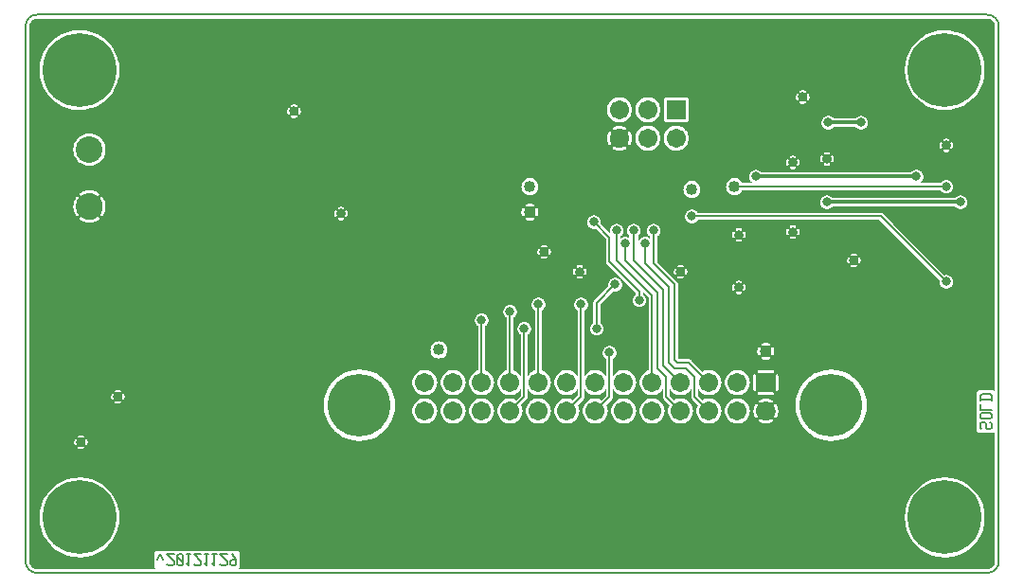
<source format=gbl>
G04 start of page 3 for group 1 idx 1 *
G04 Title: Dot-Flip Control, solder *
G04 Creator: pcb 20110918 *
G04 CreationDate: Tue 04 Dec 2012 09:28:54 AM GMT UTC *
G04 For: bertho *
G04 Format: Gerber/RS-274X *
G04 PCB-Dimensions: 450000 250000 *
G04 PCB-Coordinate-Origin: lower left *
%MOIN*%
%FSLAX25Y25*%
%LNBOTTOM*%
%ADD56C,0.0433*%
%ADD55C,0.1102*%
%ADD54C,0.1300*%
%ADD53C,0.0197*%
%ADD52C,0.0354*%
%ADD51C,0.0157*%
%ADD50C,0.0317*%
%ADD49C,0.0933*%
%ADD48C,0.2200*%
%ADD47C,0.2600*%
%ADD46C,0.0400*%
%ADD45C,0.0674*%
%ADD44C,0.0120*%
%ADD43C,0.0080*%
%ADD42C,0.0001*%
G54D42*G36*
X220493Y96116D02*X220500Y96115D01*
X221186Y96169D01*
X221855Y96330D01*
X222491Y96593D01*
X223077Y96952D01*
X223601Y97399D01*
X224048Y97923D01*
X224300Y98335D01*
Y95997D01*
X222627Y94324D01*
X222491Y94407D01*
X221855Y94670D01*
X221186Y94831D01*
X220500Y94885D01*
X220493Y94884D01*
Y96116D01*
G37*
G36*
X345915Y228600D02*X358458D01*
X358500Y228598D01*
X358727Y228590D01*
X358951Y228561D01*
X359173Y228511D01*
X359389Y228443D01*
X359599Y228356D01*
X359800Y228252D01*
X359991Y228130D01*
X360171Y227992D01*
X360338Y227838D01*
X360492Y227671D01*
X360630Y227491D01*
X360752Y227300D01*
X360856Y227099D01*
X360943Y226889D01*
X361011Y226673D01*
X361060Y226451D01*
X361090Y226227D01*
X361100Y226000D01*
X361100Y226000D01*
Y97389D01*
X361049Y97472D01*
X360967Y97567D01*
X360872Y97649D01*
X360764Y97715D01*
X360648Y97763D01*
X360526Y97793D01*
X360400Y97800D01*
X355474Y97793D01*
X355352Y97763D01*
X355236Y97715D01*
X355128Y97649D01*
X355033Y97567D01*
X354951Y97472D01*
X354885Y97364D01*
X354837Y97248D01*
X354807Y97126D01*
X354800Y97000D01*
X354807Y83474D01*
X354837Y83352D01*
X354885Y83236D01*
X354951Y83128D01*
X355033Y83033D01*
X355128Y82951D01*
X355236Y82885D01*
X355352Y82837D01*
X355474Y82807D01*
X355600Y82800D01*
X360526Y82807D01*
X360648Y82837D01*
X360764Y82885D01*
X360872Y82951D01*
X360967Y83033D01*
X361049Y83128D01*
X361100Y83211D01*
Y37542D01*
X361098Y37500D01*
X361090Y37273D01*
X361060Y37049D01*
X361011Y36827D01*
X360943Y36611D01*
X360856Y36401D01*
X360752Y36200D01*
X360630Y36009D01*
X360492Y35829D01*
X360338Y35662D01*
X360171Y35508D01*
X359991Y35370D01*
X359800Y35248D01*
X359599Y35144D01*
X359389Y35057D01*
X359173Y34989D01*
X358951Y34940D01*
X358727Y34910D01*
X358500Y34900D01*
X345915D01*
Y39182D01*
X347840Y39644D01*
X349875Y40487D01*
X351754Y41639D01*
X353430Y43070D01*
X354861Y44746D01*
X356013Y46625D01*
X356856Y48660D01*
X357370Y50803D01*
X357500Y53000D01*
X357370Y55197D01*
X356856Y57340D01*
X356013Y59375D01*
X354861Y61254D01*
X353430Y62930D01*
X351754Y64361D01*
X349875Y65513D01*
X347840Y66356D01*
X345915Y66818D01*
Y134567D01*
X345937Y134593D01*
X346133Y134913D01*
X346277Y135260D01*
X346365Y135625D01*
X346387Y136000D01*
X346365Y136375D01*
X346277Y136740D01*
X346133Y137087D01*
X345937Y137407D01*
X345915Y137433D01*
Y162600D01*
X347058D01*
X347063Y162593D01*
X347307Y162307D01*
X347593Y162063D01*
X347913Y161867D01*
X348260Y161723D01*
X348625Y161635D01*
X349000Y161606D01*
X349375Y161635D01*
X349740Y161723D01*
X350087Y161867D01*
X350407Y162063D01*
X350693Y162307D01*
X350937Y162593D01*
X351133Y162913D01*
X351277Y163260D01*
X351365Y163625D01*
X351387Y164000D01*
X351365Y164375D01*
X351277Y164740D01*
X351133Y165087D01*
X350937Y165407D01*
X350693Y165693D01*
X350407Y165937D01*
X350087Y166133D01*
X349740Y166277D01*
X349375Y166365D01*
X349000Y166394D01*
X348625Y166365D01*
X348260Y166277D01*
X347913Y166133D01*
X347593Y165937D01*
X347307Y165693D01*
X347063Y165407D01*
X347058Y165400D01*
X345915D01*
Y168067D01*
X345937Y168093D01*
X346133Y168413D01*
X346277Y168760D01*
X346365Y169125D01*
X346387Y169500D01*
X346365Y169875D01*
X346277Y170240D01*
X346133Y170587D01*
X345937Y170907D01*
X345915Y170933D01*
Y182864D01*
X345941Y182869D01*
X346000Y182889D01*
X346056Y182918D01*
X346107Y182955D01*
X346151Y183000D01*
X346187Y183052D01*
X346214Y183108D01*
X346292Y183323D01*
X346346Y183545D01*
X346379Y183772D01*
X346390Y184000D01*
X346379Y184228D01*
X346346Y184455D01*
X346292Y184677D01*
X346217Y184893D01*
X346189Y184949D01*
X346152Y185001D01*
X346108Y185046D01*
X346057Y185084D01*
X346001Y185113D01*
X345941Y185133D01*
X345915Y185137D01*
Y196682D01*
X347840Y197144D01*
X349875Y197987D01*
X351754Y199139D01*
X353430Y200570D01*
X354861Y202246D01*
X356013Y204125D01*
X356856Y206160D01*
X357370Y208303D01*
X357500Y210500D01*
X357370Y212697D01*
X356856Y214840D01*
X356013Y216875D01*
X354861Y218754D01*
X353430Y220430D01*
X351754Y221861D01*
X349875Y223013D01*
X347840Y223856D01*
X345915Y224318D01*
Y228600D01*
G37*
G36*
Y170933D02*X345693Y171193D01*
X345407Y171437D01*
X345087Y171633D01*
X344740Y171777D01*
X344375Y171865D01*
X344001Y171894D01*
Y181610D01*
X344228Y181621D01*
X344455Y181654D01*
X344677Y181708D01*
X344893Y181783D01*
X344949Y181811D01*
X345001Y181848D01*
X345046Y181892D01*
X345084Y181943D01*
X345113Y181999D01*
X345133Y182059D01*
X345144Y182121D01*
X345144Y182184D01*
X345135Y182247D01*
X345116Y182307D01*
X345088Y182364D01*
X345051Y182416D01*
X345007Y182461D01*
X344956Y182498D01*
X344900Y182528D01*
X344840Y182548D01*
X344778Y182558D01*
X344715Y182559D01*
X344652Y182550D01*
X344592Y182530D01*
X344449Y182478D01*
X344302Y182442D01*
X344152Y182420D01*
X344001Y182413D01*
Y185587D01*
X344152Y185580D01*
X344302Y185558D01*
X344449Y185522D01*
X344593Y185472D01*
X344652Y185452D01*
X344715Y185443D01*
X344778Y185444D01*
X344840Y185454D01*
X344899Y185474D01*
X344955Y185503D01*
X345006Y185541D01*
X345050Y185586D01*
X345086Y185637D01*
X345114Y185693D01*
X345133Y185753D01*
X345142Y185816D01*
X345142Y185879D01*
X345131Y185941D01*
X345111Y186000D01*
X345082Y186056D01*
X345045Y186107D01*
X345000Y186151D01*
X344948Y186187D01*
X344892Y186214D01*
X344677Y186292D01*
X344455Y186346D01*
X344228Y186379D01*
X344001Y186390D01*
Y196496D01*
X345697Y196630D01*
X345915Y196682D01*
Y185137D01*
X345879Y185144D01*
X345816Y185144D01*
X345753Y185135D01*
X345693Y185116D01*
X345636Y185088D01*
X345584Y185051D01*
X345539Y185007D01*
X345502Y184956D01*
X345472Y184900D01*
X345452Y184840D01*
X345442Y184778D01*
X345441Y184715D01*
X345450Y184652D01*
X345470Y184592D01*
X345522Y184449D01*
X345558Y184302D01*
X345580Y184152D01*
X345587Y184000D01*
X345580Y183848D01*
X345558Y183698D01*
X345522Y183551D01*
X345472Y183407D01*
X345452Y183348D01*
X345443Y183285D01*
X345444Y183222D01*
X345454Y183160D01*
X345474Y183101D01*
X345503Y183045D01*
X345541Y182994D01*
X345586Y182950D01*
X345637Y182914D01*
X345693Y182886D01*
X345753Y182867D01*
X345816Y182858D01*
X345879Y182858D01*
X345915Y182864D01*
Y170933D01*
G37*
G36*
Y165400D02*X344001D01*
Y167106D01*
X344375Y167135D01*
X344740Y167223D01*
X345087Y167367D01*
X345407Y167563D01*
X345693Y167807D01*
X345915Y168067D01*
Y165400D01*
G37*
G36*
Y137433D02*X345693Y137693D01*
X345407Y137937D01*
X345087Y138133D01*
X344740Y138277D01*
X344375Y138365D01*
X344001Y138394D01*
Y162600D01*
X345915D01*
Y137433D01*
G37*
G36*
Y66818D02*X345697Y66870D01*
X344001Y67004D01*
Y133606D01*
X344375Y133635D01*
X344740Y133723D01*
X345087Y133867D01*
X345407Y134063D01*
X345693Y134307D01*
X345915Y134567D01*
Y66818D01*
G37*
G36*
Y34900D02*X344001D01*
Y38996D01*
X345697Y39130D01*
X345915Y39182D01*
Y34900D01*
G37*
G36*
X344001Y228600D02*X345915D01*
Y224318D01*
X345697Y224370D01*
X344001Y224504D01*
Y228600D01*
G37*
G36*
Y165400D02*X325496D01*
Y168300D01*
X341936D01*
X342063Y168093D01*
X342307Y167807D01*
X342593Y167563D01*
X342913Y167367D01*
X343260Y167223D01*
X343625Y167135D01*
X344000Y167106D01*
X344001Y167106D01*
Y165400D01*
G37*
G36*
Y138394D02*X344000Y138394D01*
X343625Y138365D01*
X343389Y138308D01*
X325496Y156201D01*
Y162600D01*
X344001D01*
Y138394D01*
G37*
G36*
Y34900D02*X325496D01*
Y152807D01*
X341692Y136611D01*
X341635Y136375D01*
X341606Y136000D01*
X341635Y135625D01*
X341723Y135260D01*
X341867Y134913D01*
X342063Y134593D01*
X342307Y134307D01*
X342593Y134063D01*
X342913Y133867D01*
X343260Y133723D01*
X343625Y133635D01*
X344000Y133606D01*
X344001Y133606D01*
Y67004D01*
X343500Y67043D01*
X341303Y66870D01*
X339160Y66356D01*
X337125Y65513D01*
X335246Y64361D01*
X333570Y62930D01*
X332139Y61254D01*
X330987Y59375D01*
X330144Y57340D01*
X329630Y55197D01*
X329457Y53000D01*
X329630Y50803D01*
X330144Y48660D01*
X330987Y46625D01*
X332139Y44746D01*
X333570Y43070D01*
X335246Y41639D01*
X337125Y40487D01*
X339160Y39644D01*
X341303Y39130D01*
X343500Y38957D01*
X344001Y38996D01*
Y34900D01*
G37*
G36*
X342085Y196568D02*X343500Y196457D01*
X344001Y196496D01*
Y186390D01*
X344000Y186390D01*
X343772Y186379D01*
X343545Y186346D01*
X343323Y186292D01*
X343107Y186217D01*
X343051Y186189D01*
X342999Y186152D01*
X342954Y186108D01*
X342916Y186057D01*
X342887Y186001D01*
X342867Y185941D01*
X342856Y185879D01*
X342856Y185816D01*
X342865Y185753D01*
X342884Y185693D01*
X342912Y185636D01*
X342949Y185584D01*
X342993Y185539D01*
X343044Y185502D01*
X343100Y185472D01*
X343160Y185452D01*
X343222Y185442D01*
X343285Y185441D01*
X343348Y185450D01*
X343408Y185470D01*
X343551Y185522D01*
X343698Y185558D01*
X343848Y185580D01*
X344000Y185587D01*
X344001Y185587D01*
Y182413D01*
X344000Y182413D01*
X343848Y182420D01*
X343698Y182442D01*
X343551Y182478D01*
X343407Y182528D01*
X343348Y182548D01*
X343285Y182557D01*
X343222Y182556D01*
X343160Y182546D01*
X343101Y182526D01*
X343045Y182497D01*
X342994Y182459D01*
X342950Y182414D01*
X342914Y182363D01*
X342886Y182307D01*
X342867Y182247D01*
X342858Y182184D01*
X342858Y182121D01*
X342869Y182059D01*
X342889Y182000D01*
X342918Y181944D01*
X342955Y181893D01*
X343000Y181849D01*
X343052Y181813D01*
X343108Y181786D01*
X343323Y181708D01*
X343545Y181654D01*
X343772Y181621D01*
X344000Y181610D01*
X344001Y181610D01*
Y171894D01*
X344000Y171894D01*
X343625Y171865D01*
X343260Y171777D01*
X342913Y171633D01*
X342593Y171437D01*
X342307Y171193D01*
X342085Y170933D01*
Y182863D01*
X342121Y182856D01*
X342184Y182856D01*
X342247Y182865D01*
X342307Y182884D01*
X342364Y182912D01*
X342416Y182949D01*
X342461Y182993D01*
X342498Y183044D01*
X342528Y183100D01*
X342548Y183160D01*
X342558Y183222D01*
X342559Y183285D01*
X342550Y183348D01*
X342530Y183408D01*
X342478Y183551D01*
X342442Y183698D01*
X342420Y183848D01*
X342413Y184000D01*
X342420Y184152D01*
X342442Y184302D01*
X342478Y184449D01*
X342528Y184593D01*
X342548Y184652D01*
X342557Y184715D01*
X342556Y184778D01*
X342546Y184840D01*
X342526Y184899D01*
X342497Y184955D01*
X342459Y185006D01*
X342414Y185050D01*
X342363Y185086D01*
X342307Y185114D01*
X342247Y185133D01*
X342184Y185142D01*
X342121Y185142D01*
X342085Y185136D01*
Y196568D01*
G37*
G36*
Y228600D02*X344001D01*
Y224504D01*
X343500Y224543D01*
X342085Y224432D01*
Y228600D01*
G37*
G36*
X325496D02*X342085D01*
Y224432D01*
X341303Y224370D01*
X339160Y223856D01*
X337125Y223013D01*
X335246Y221861D01*
X333570Y220430D01*
X332139Y218754D01*
X330987Y216875D01*
X330144Y214840D01*
X329630Y212697D01*
X329457Y210500D01*
X329630Y208303D01*
X330144Y206160D01*
X330987Y204125D01*
X332139Y202246D01*
X333570Y200570D01*
X335246Y199139D01*
X337125Y197987D01*
X339160Y197144D01*
X341303Y196630D01*
X342085Y196568D01*
Y185136D01*
X342059Y185131D01*
X342000Y185111D01*
X341944Y185082D01*
X341893Y185045D01*
X341849Y185000D01*
X341813Y184948D01*
X341786Y184892D01*
X341708Y184677D01*
X341654Y184455D01*
X341621Y184228D01*
X341610Y184000D01*
X341621Y183772D01*
X341654Y183545D01*
X341708Y183323D01*
X341783Y183107D01*
X341811Y183051D01*
X341848Y182999D01*
X341892Y182954D01*
X341943Y182916D01*
X341999Y182887D01*
X342059Y182867D01*
X342085Y182863D01*
Y170933D01*
X342063Y170907D01*
X341936Y170700D01*
X334145D01*
X334240Y170723D01*
X334587Y170867D01*
X334907Y171063D01*
X335193Y171307D01*
X335437Y171593D01*
X335633Y171913D01*
X335777Y172260D01*
X335865Y172625D01*
X335887Y173000D01*
X335865Y173375D01*
X335777Y173740D01*
X335633Y174087D01*
X335437Y174407D01*
X335193Y174693D01*
X334907Y174937D01*
X334587Y175133D01*
X334240Y175277D01*
X333875Y175365D01*
X333500Y175394D01*
X333125Y175365D01*
X332760Y175277D01*
X332413Y175133D01*
X332093Y174937D01*
X331807Y174693D01*
X331563Y174407D01*
X331558Y174400D01*
X325496D01*
Y228600D01*
G37*
G36*
Y156201D02*X321882Y159815D01*
X321851Y159851D01*
X321708Y159974D01*
X321546Y160073D01*
X321372Y160145D01*
X321188Y160189D01*
X321000Y160204D01*
X320953Y160200D01*
X299246D01*
Y168300D01*
X325496D01*
Y165400D01*
X303942D01*
X303937Y165407D01*
X303693Y165693D01*
X303407Y165937D01*
X303087Y166133D01*
X302740Y166277D01*
X302375Y166365D01*
X302000Y166394D01*
X301625Y166365D01*
X301260Y166277D01*
X300913Y166133D01*
X300593Y165937D01*
X300307Y165693D01*
X300063Y165407D01*
X299867Y165087D01*
X299723Y164740D01*
X299635Y164375D01*
X299606Y164000D01*
X299635Y163625D01*
X299723Y163260D01*
X299867Y162913D01*
X300063Y162593D01*
X300307Y162307D01*
X300593Y162063D01*
X300913Y161867D01*
X301260Y161723D01*
X301625Y161635D01*
X302000Y161606D01*
X302375Y161635D01*
X302740Y161723D01*
X303087Y161867D01*
X303407Y162063D01*
X303693Y162307D01*
X303937Y162593D01*
X303942Y162600D01*
X325496D01*
Y156201D01*
G37*
G36*
Y34900D02*X313415D01*
Y84862D01*
X313644Y85130D01*
X314672Y86808D01*
X315425Y88625D01*
X315884Y90539D01*
X316000Y92500D01*
X315884Y94461D01*
X315425Y96375D01*
X314672Y98192D01*
X313644Y99870D01*
X313415Y100138D01*
Y142364D01*
X313441Y142369D01*
X313500Y142389D01*
X313556Y142418D01*
X313607Y142455D01*
X313651Y142500D01*
X313687Y142552D01*
X313714Y142608D01*
X313792Y142823D01*
X313846Y143045D01*
X313879Y143272D01*
X313890Y143500D01*
X313879Y143728D01*
X313846Y143955D01*
X313792Y144177D01*
X313717Y144393D01*
X313689Y144449D01*
X313652Y144501D01*
X313608Y144546D01*
X313557Y144584D01*
X313501Y144613D01*
X313441Y144633D01*
X313415Y144637D01*
Y157800D01*
X320503D01*
X325496Y152807D01*
Y34900D01*
G37*
G36*
X313415Y100138D02*X312366Y101366D01*
X311501Y102105D01*
Y141110D01*
X311728Y141121D01*
X311955Y141154D01*
X312177Y141208D01*
X312393Y141283D01*
X312449Y141311D01*
X312501Y141348D01*
X312546Y141392D01*
X312584Y141443D01*
X312613Y141499D01*
X312633Y141559D01*
X312644Y141621D01*
X312644Y141684D01*
X312635Y141747D01*
X312616Y141807D01*
X312588Y141864D01*
X312551Y141916D01*
X312507Y141961D01*
X312456Y141998D01*
X312400Y142028D01*
X312340Y142048D01*
X312278Y142058D01*
X312215Y142059D01*
X312152Y142050D01*
X312092Y142030D01*
X311949Y141978D01*
X311802Y141942D01*
X311652Y141920D01*
X311501Y141913D01*
Y145087D01*
X311652Y145080D01*
X311802Y145058D01*
X311949Y145022D01*
X312093Y144972D01*
X312152Y144952D01*
X312215Y144943D01*
X312278Y144944D01*
X312340Y144954D01*
X312399Y144974D01*
X312455Y145003D01*
X312506Y145041D01*
X312550Y145086D01*
X312586Y145137D01*
X312614Y145193D01*
X312633Y145253D01*
X312642Y145316D01*
X312642Y145379D01*
X312631Y145441D01*
X312611Y145500D01*
X312582Y145556D01*
X312545Y145607D01*
X312500Y145651D01*
X312448Y145687D01*
X312392Y145714D01*
X312177Y145792D01*
X311955Y145846D01*
X311728Y145879D01*
X311501Y145890D01*
Y157800D01*
X313415D01*
Y144637D01*
X313379Y144644D01*
X313316Y144644D01*
X313253Y144635D01*
X313193Y144616D01*
X313136Y144588D01*
X313084Y144551D01*
X313039Y144507D01*
X313002Y144456D01*
X312972Y144400D01*
X312952Y144340D01*
X312942Y144278D01*
X312941Y144215D01*
X312950Y144152D01*
X312970Y144092D01*
X313022Y143949D01*
X313058Y143802D01*
X313080Y143652D01*
X313087Y143500D01*
X313080Y143348D01*
X313058Y143198D01*
X313022Y143051D01*
X312972Y142907D01*
X312952Y142848D01*
X312943Y142785D01*
X312944Y142722D01*
X312954Y142660D01*
X312974Y142601D01*
X313003Y142545D01*
X313041Y142494D01*
X313086Y142450D01*
X313137Y142414D01*
X313193Y142386D01*
X313253Y142367D01*
X313316Y142358D01*
X313379Y142358D01*
X313415Y142364D01*
Y100138D01*
G37*
G36*
Y34900D02*X311501D01*
Y82895D01*
X312366Y83634D01*
X313415Y84862D01*
Y34900D01*
G37*
G36*
X311501Y102105D02*X310870Y102644D01*
X309585Y103432D01*
Y142363D01*
X309621Y142356D01*
X309684Y142356D01*
X309747Y142365D01*
X309807Y142384D01*
X309864Y142412D01*
X309916Y142449D01*
X309961Y142493D01*
X309998Y142544D01*
X310028Y142600D01*
X310048Y142660D01*
X310058Y142722D01*
X310059Y142785D01*
X310050Y142848D01*
X310030Y142908D01*
X309978Y143051D01*
X309942Y143198D01*
X309920Y143348D01*
X309913Y143500D01*
X309920Y143652D01*
X309942Y143802D01*
X309978Y143949D01*
X310028Y144093D01*
X310048Y144152D01*
X310057Y144215D01*
X310056Y144278D01*
X310046Y144340D01*
X310026Y144399D01*
X309997Y144455D01*
X309959Y144506D01*
X309914Y144550D01*
X309863Y144586D01*
X309807Y144614D01*
X309747Y144633D01*
X309684Y144642D01*
X309621Y144642D01*
X309585Y144636D01*
Y157800D01*
X311501D01*
Y145890D01*
X311500Y145890D01*
X311272Y145879D01*
X311045Y145846D01*
X310823Y145792D01*
X310607Y145717D01*
X310551Y145689D01*
X310499Y145652D01*
X310454Y145608D01*
X310416Y145557D01*
X310387Y145501D01*
X310367Y145441D01*
X310356Y145379D01*
X310356Y145316D01*
X310365Y145253D01*
X310384Y145193D01*
X310412Y145136D01*
X310449Y145084D01*
X310493Y145039D01*
X310544Y145002D01*
X310600Y144972D01*
X310660Y144952D01*
X310722Y144942D01*
X310785Y144941D01*
X310848Y144950D01*
X310908Y144970D01*
X311051Y145022D01*
X311198Y145058D01*
X311348Y145080D01*
X311500Y145087D01*
X311501Y145087D01*
Y141913D01*
X311500Y141913D01*
X311348Y141920D01*
X311198Y141942D01*
X311051Y141978D01*
X310907Y142028D01*
X310848Y142048D01*
X310785Y142057D01*
X310722Y142056D01*
X310660Y142046D01*
X310601Y142026D01*
X310545Y141997D01*
X310494Y141959D01*
X310450Y141914D01*
X310414Y141863D01*
X310386Y141807D01*
X310367Y141747D01*
X310358Y141684D01*
X310358Y141621D01*
X310369Y141559D01*
X310389Y141500D01*
X310418Y141444D01*
X310455Y141393D01*
X310500Y141349D01*
X310552Y141313D01*
X310608Y141286D01*
X310823Y141208D01*
X311045Y141154D01*
X311272Y141121D01*
X311500Y141110D01*
X311501Y141110D01*
Y102105D01*
G37*
G36*
X309585Y103432D02*X309192Y103672D01*
X307375Y104425D01*
X305461Y104884D01*
X303500Y105039D01*
X301539Y104884D01*
X299625Y104425D01*
X299246Y104268D01*
Y157800D01*
X309585D01*
Y144636D01*
X309559Y144631D01*
X309500Y144611D01*
X309444Y144582D01*
X309393Y144545D01*
X309349Y144500D01*
X309313Y144448D01*
X309286Y144392D01*
X309208Y144177D01*
X309154Y143955D01*
X309121Y143728D01*
X309110Y143500D01*
X309121Y143272D01*
X309154Y143045D01*
X309208Y142823D01*
X309283Y142607D01*
X309311Y142551D01*
X309348Y142499D01*
X309392Y142454D01*
X309443Y142416D01*
X309499Y142387D01*
X309559Y142367D01*
X309585Y142363D01*
Y103432D01*
G37*
G36*
X311501Y34900D02*X299246D01*
Y80732D01*
X299625Y80575D01*
X301539Y80116D01*
X303500Y79961D01*
X305461Y80116D01*
X307375Y80575D01*
X309192Y81328D01*
X310870Y82356D01*
X311501Y82895D01*
Y34900D01*
G37*
G36*
X308246Y228600D02*X325496D01*
Y174400D01*
X308246D01*
Y190600D01*
X312058D01*
X312063Y190593D01*
X312307Y190307D01*
X312593Y190063D01*
X312913Y189867D01*
X313260Y189723D01*
X313625Y189635D01*
X314000Y189606D01*
X314375Y189635D01*
X314740Y189723D01*
X315087Y189867D01*
X315407Y190063D01*
X315693Y190307D01*
X315937Y190593D01*
X316133Y190913D01*
X316277Y191260D01*
X316365Y191625D01*
X316387Y192000D01*
X316365Y192375D01*
X316277Y192740D01*
X316133Y193087D01*
X315937Y193407D01*
X315693Y193693D01*
X315407Y193937D01*
X315087Y194133D01*
X314740Y194277D01*
X314375Y194365D01*
X314000Y194394D01*
X313625Y194365D01*
X313260Y194277D01*
X312913Y194133D01*
X312593Y193937D01*
X312307Y193693D01*
X312063Y193407D01*
X312058Y193400D01*
X308246D01*
Y228600D01*
G37*
G36*
X303915Y190070D02*X304193Y190307D01*
X304437Y190593D01*
X304442Y190600D01*
X308246D01*
Y174400D01*
X303915D01*
Y178108D01*
X303941Y178113D01*
X304000Y178133D01*
X304056Y178162D01*
X304107Y178199D01*
X304151Y178244D01*
X304187Y178296D01*
X304214Y178352D01*
X304292Y178567D01*
X304346Y178789D01*
X304379Y179016D01*
X304390Y179244D01*
X304379Y179472D01*
X304346Y179699D01*
X304292Y179921D01*
X304217Y180137D01*
X304189Y180193D01*
X304152Y180245D01*
X304108Y180290D01*
X304057Y180328D01*
X304001Y180357D01*
X303941Y180377D01*
X303915Y180381D01*
Y190070D01*
G37*
G36*
X302001Y189665D02*X302125Y189635D01*
X302500Y189606D01*
X302875Y189635D01*
X303240Y189723D01*
X303587Y189867D01*
X303907Y190063D01*
X303915Y190070D01*
Y180381D01*
X303879Y180388D01*
X303816Y180388D01*
X303753Y180379D01*
X303693Y180360D01*
X303636Y180332D01*
X303584Y180295D01*
X303539Y180251D01*
X303502Y180200D01*
X303472Y180144D01*
X303452Y180084D01*
X303442Y180022D01*
X303441Y179959D01*
X303450Y179896D01*
X303470Y179836D01*
X303522Y179693D01*
X303558Y179546D01*
X303580Y179396D01*
X303587Y179244D01*
X303580Y179092D01*
X303558Y178942D01*
X303522Y178795D01*
X303472Y178651D01*
X303452Y178592D01*
X303443Y178529D01*
X303444Y178466D01*
X303454Y178404D01*
X303474Y178345D01*
X303503Y178289D01*
X303541Y178238D01*
X303586Y178194D01*
X303637Y178158D01*
X303693Y178130D01*
X303753Y178111D01*
X303816Y178102D01*
X303879Y178102D01*
X303915Y178108D01*
Y174400D01*
X302001D01*
Y176854D01*
X302228Y176865D01*
X302455Y176898D01*
X302677Y176952D01*
X302893Y177027D01*
X302949Y177055D01*
X303001Y177092D01*
X303046Y177136D01*
X303084Y177187D01*
X303113Y177243D01*
X303133Y177303D01*
X303144Y177365D01*
X303144Y177428D01*
X303135Y177491D01*
X303116Y177551D01*
X303088Y177608D01*
X303051Y177660D01*
X303007Y177705D01*
X302956Y177742D01*
X302900Y177772D01*
X302840Y177792D01*
X302778Y177802D01*
X302715Y177803D01*
X302652Y177794D01*
X302592Y177774D01*
X302449Y177722D01*
X302302Y177686D01*
X302152Y177664D01*
X302001Y177657D01*
Y180831D01*
X302152Y180824D01*
X302302Y180802D01*
X302449Y180766D01*
X302593Y180716D01*
X302652Y180696D01*
X302715Y180687D01*
X302778Y180688D01*
X302840Y180698D01*
X302899Y180718D01*
X302955Y180747D01*
X303006Y180785D01*
X303050Y180830D01*
X303086Y180881D01*
X303114Y180937D01*
X303133Y180997D01*
X303142Y181060D01*
X303142Y181123D01*
X303131Y181185D01*
X303111Y181244D01*
X303082Y181300D01*
X303045Y181351D01*
X303000Y181395D01*
X302948Y181431D01*
X302892Y181458D01*
X302677Y181536D01*
X302455Y181590D01*
X302228Y181623D01*
X302001Y181634D01*
Y189665D01*
G37*
G36*
Y228600D02*X308246D01*
Y193400D01*
X304442D01*
X304437Y193407D01*
X304193Y193693D01*
X303907Y193937D01*
X303587Y194133D01*
X303240Y194277D01*
X302875Y194365D01*
X302500Y194394D01*
X302125Y194365D01*
X302001Y194335D01*
Y228600D01*
G37*
G36*
X300085D02*X302001D01*
Y194335D01*
X301760Y194277D01*
X301413Y194133D01*
X301093Y193937D01*
X300807Y193693D01*
X300563Y193407D01*
X300367Y193087D01*
X300223Y192740D01*
X300135Y192375D01*
X300106Y192000D01*
X300135Y191625D01*
X300223Y191260D01*
X300367Y190913D01*
X300563Y190593D01*
X300807Y190307D01*
X301093Y190063D01*
X301413Y189867D01*
X301760Y189723D01*
X302001Y189665D01*
Y181634D01*
X302000Y181634D01*
X301772Y181623D01*
X301545Y181590D01*
X301323Y181536D01*
X301107Y181461D01*
X301051Y181433D01*
X300999Y181396D01*
X300954Y181352D01*
X300916Y181301D01*
X300887Y181245D01*
X300867Y181185D01*
X300856Y181123D01*
X300856Y181060D01*
X300865Y180997D01*
X300884Y180937D01*
X300912Y180880D01*
X300949Y180828D01*
X300993Y180783D01*
X301044Y180746D01*
X301100Y180716D01*
X301160Y180696D01*
X301222Y180686D01*
X301285Y180685D01*
X301348Y180694D01*
X301408Y180714D01*
X301551Y180766D01*
X301698Y180802D01*
X301848Y180824D01*
X302000Y180831D01*
X302001Y180831D01*
Y177657D01*
X302000Y177657D01*
X301848Y177664D01*
X301698Y177686D01*
X301551Y177722D01*
X301407Y177772D01*
X301348Y177792D01*
X301285Y177801D01*
X301222Y177800D01*
X301160Y177790D01*
X301101Y177770D01*
X301045Y177741D01*
X300994Y177703D01*
X300950Y177658D01*
X300914Y177607D01*
X300886Y177551D01*
X300867Y177491D01*
X300858Y177428D01*
X300858Y177365D01*
X300869Y177303D01*
X300889Y177244D01*
X300918Y177188D01*
X300955Y177137D01*
X301000Y177093D01*
X301052Y177057D01*
X301108Y177030D01*
X301323Y176952D01*
X301545Y176898D01*
X301772Y176865D01*
X302000Y176854D01*
X302001Y176854D01*
Y174400D01*
X300085D01*
Y178107D01*
X300121Y178100D01*
X300184Y178100D01*
X300247Y178109D01*
X300307Y178128D01*
X300364Y178156D01*
X300416Y178193D01*
X300461Y178237D01*
X300498Y178288D01*
X300528Y178344D01*
X300548Y178404D01*
X300558Y178466D01*
X300559Y178529D01*
X300550Y178592D01*
X300530Y178652D01*
X300478Y178795D01*
X300442Y178942D01*
X300420Y179092D01*
X300413Y179244D01*
X300420Y179396D01*
X300442Y179546D01*
X300478Y179693D01*
X300528Y179837D01*
X300548Y179896D01*
X300557Y179959D01*
X300556Y180022D01*
X300546Y180084D01*
X300526Y180143D01*
X300497Y180199D01*
X300459Y180250D01*
X300414Y180294D01*
X300363Y180330D01*
X300307Y180358D01*
X300247Y180377D01*
X300184Y180386D01*
X300121Y180386D01*
X300085Y180380D01*
Y228600D01*
G37*
G36*
X299246D02*X300085D01*
Y180380D01*
X300059Y180375D01*
X300000Y180355D01*
X299944Y180326D01*
X299893Y180289D01*
X299849Y180244D01*
X299813Y180192D01*
X299786Y180136D01*
X299708Y179921D01*
X299654Y179699D01*
X299621Y179472D01*
X299610Y179244D01*
X299621Y179016D01*
X299654Y178789D01*
X299708Y178567D01*
X299783Y178351D01*
X299811Y178295D01*
X299848Y178243D01*
X299892Y178198D01*
X299943Y178160D01*
X299999Y178131D01*
X300059Y178111D01*
X300085Y178107D01*
Y174400D01*
X299246D01*
Y228600D01*
G37*
G36*
X291915Y87804D02*X292328Y86808D01*
X293356Y85130D01*
X294634Y83634D01*
X296130Y82356D01*
X297808Y81328D01*
X299246Y80732D01*
Y34900D01*
X291915D01*
Y87804D01*
G37*
G36*
Y157800D02*X299246D01*
Y104268D01*
X297808Y103672D01*
X296130Y102644D01*
X294634Y101366D01*
X293356Y99870D01*
X292328Y98192D01*
X291915Y97196D01*
Y152364D01*
X291941Y152369D01*
X292000Y152389D01*
X292056Y152418D01*
X292107Y152455D01*
X292151Y152500D01*
X292187Y152552D01*
X292214Y152608D01*
X292292Y152823D01*
X292346Y153045D01*
X292379Y153272D01*
X292390Y153500D01*
X292379Y153728D01*
X292346Y153955D01*
X292292Y154177D01*
X292217Y154393D01*
X292189Y154449D01*
X292152Y154501D01*
X292108Y154546D01*
X292057Y154584D01*
X292001Y154613D01*
X291941Y154633D01*
X291915Y154637D01*
Y157800D01*
G37*
G36*
X290001D02*X291915D01*
Y154637D01*
X291879Y154644D01*
X291816Y154644D01*
X291753Y154635D01*
X291693Y154616D01*
X291636Y154588D01*
X291584Y154551D01*
X291539Y154507D01*
X291502Y154456D01*
X291472Y154400D01*
X291452Y154340D01*
X291442Y154278D01*
X291441Y154215D01*
X291450Y154152D01*
X291470Y154092D01*
X291522Y153949D01*
X291558Y153802D01*
X291580Y153652D01*
X291587Y153500D01*
X291580Y153348D01*
X291558Y153198D01*
X291522Y153051D01*
X291472Y152907D01*
X291452Y152848D01*
X291443Y152785D01*
X291444Y152722D01*
X291454Y152660D01*
X291474Y152601D01*
X291503Y152545D01*
X291541Y152494D01*
X291586Y152450D01*
X291637Y152414D01*
X291693Y152386D01*
X291753Y152367D01*
X291816Y152358D01*
X291879Y152358D01*
X291915Y152364D01*
Y97196D01*
X291575Y96375D01*
X291116Y94461D01*
X290961Y92500D01*
X291116Y90539D01*
X291575Y88625D01*
X291915Y87804D01*
Y34900D01*
X290001D01*
Y151110D01*
X290228Y151121D01*
X290455Y151154D01*
X290677Y151208D01*
X290893Y151283D01*
X290949Y151311D01*
X291001Y151348D01*
X291046Y151392D01*
X291084Y151443D01*
X291113Y151499D01*
X291133Y151559D01*
X291144Y151621D01*
X291144Y151684D01*
X291135Y151747D01*
X291116Y151807D01*
X291088Y151864D01*
X291051Y151916D01*
X291007Y151961D01*
X290956Y151998D01*
X290900Y152028D01*
X290840Y152048D01*
X290778Y152058D01*
X290715Y152059D01*
X290652Y152050D01*
X290592Y152030D01*
X290449Y151978D01*
X290302Y151942D01*
X290152Y151920D01*
X290001Y151913D01*
Y155087D01*
X290152Y155080D01*
X290302Y155058D01*
X290449Y155022D01*
X290593Y154972D01*
X290652Y154952D01*
X290715Y154943D01*
X290778Y154944D01*
X290840Y154954D01*
X290899Y154974D01*
X290955Y155003D01*
X291006Y155041D01*
X291050Y155086D01*
X291086Y155137D01*
X291114Y155193D01*
X291133Y155253D01*
X291142Y155316D01*
X291142Y155379D01*
X291131Y155441D01*
X291111Y155500D01*
X291082Y155556D01*
X291045Y155607D01*
X291000Y155651D01*
X290948Y155687D01*
X290892Y155714D01*
X290677Y155792D01*
X290455Y155846D01*
X290228Y155879D01*
X290001Y155890D01*
Y157800D01*
G37*
G36*
X288085D02*X290001D01*
Y155890D01*
X290000Y155890D01*
X289772Y155879D01*
X289545Y155846D01*
X289323Y155792D01*
X289107Y155717D01*
X289051Y155689D01*
X288999Y155652D01*
X288954Y155608D01*
X288916Y155557D01*
X288887Y155501D01*
X288867Y155441D01*
X288856Y155379D01*
X288856Y155316D01*
X288865Y155253D01*
X288884Y155193D01*
X288912Y155136D01*
X288949Y155084D01*
X288993Y155039D01*
X289044Y155002D01*
X289100Y154972D01*
X289160Y154952D01*
X289222Y154942D01*
X289285Y154941D01*
X289348Y154950D01*
X289408Y154970D01*
X289551Y155022D01*
X289698Y155058D01*
X289848Y155080D01*
X290000Y155087D01*
X290001Y155087D01*
Y151913D01*
X290000Y151913D01*
X289848Y151920D01*
X289698Y151942D01*
X289551Y151978D01*
X289407Y152028D01*
X289348Y152048D01*
X289285Y152057D01*
X289222Y152056D01*
X289160Y152046D01*
X289101Y152026D01*
X289045Y151997D01*
X288994Y151959D01*
X288950Y151914D01*
X288914Y151863D01*
X288886Y151807D01*
X288867Y151747D01*
X288858Y151684D01*
X288858Y151621D01*
X288869Y151559D01*
X288889Y151500D01*
X288918Y151444D01*
X288955Y151393D01*
X289000Y151349D01*
X289052Y151313D01*
X289108Y151286D01*
X289323Y151208D01*
X289545Y151154D01*
X289772Y151121D01*
X290000Y151110D01*
X290001Y151110D01*
Y34900D01*
X288085D01*
Y152363D01*
X288121Y152356D01*
X288184Y152356D01*
X288247Y152365D01*
X288307Y152384D01*
X288364Y152412D01*
X288416Y152449D01*
X288461Y152493D01*
X288498Y152544D01*
X288528Y152600D01*
X288548Y152660D01*
X288558Y152722D01*
X288559Y152785D01*
X288550Y152848D01*
X288530Y152908D01*
X288478Y153051D01*
X288442Y153198D01*
X288420Y153348D01*
X288413Y153500D01*
X288420Y153652D01*
X288442Y153802D01*
X288478Y153949D01*
X288528Y154093D01*
X288548Y154152D01*
X288557Y154215D01*
X288556Y154278D01*
X288546Y154340D01*
X288526Y154399D01*
X288497Y154455D01*
X288459Y154506D01*
X288414Y154550D01*
X288363Y154586D01*
X288307Y154614D01*
X288247Y154633D01*
X288184Y154642D01*
X288121Y154642D01*
X288085Y154636D01*
Y157800D01*
G37*
G36*
X284372D02*X288085D01*
Y154636D01*
X288059Y154631D01*
X288000Y154611D01*
X287944Y154582D01*
X287893Y154545D01*
X287849Y154500D01*
X287813Y154448D01*
X287786Y154392D01*
X287708Y154177D01*
X287654Y153955D01*
X287621Y153728D01*
X287610Y153500D01*
X287621Y153272D01*
X287654Y153045D01*
X287708Y152823D01*
X287783Y152607D01*
X287811Y152551D01*
X287848Y152499D01*
X287892Y152454D01*
X287943Y152416D01*
X287999Y152387D01*
X288059Y152367D01*
X288085Y152363D01*
Y34900D01*
X284372D01*
Y88474D01*
X284460Y88639D01*
X284608Y88994D01*
X284725Y89360D01*
X284808Y89735D01*
X284859Y90116D01*
X284876Y90500D01*
X284859Y90884D01*
X284808Y91265D01*
X284725Y91640D01*
X284608Y92006D01*
X284460Y92361D01*
X284372Y92530D01*
Y97627D01*
X284450Y97633D01*
X284526Y97652D01*
X284599Y97682D01*
X284666Y97723D01*
X284726Y97774D01*
X284777Y97834D01*
X284818Y97901D01*
X284848Y97974D01*
X284867Y98050D01*
X284871Y98128D01*
Y102871D01*
X284867Y102950D01*
X284848Y103026D01*
X284818Y103099D01*
X284777Y103166D01*
X284726Y103226D01*
X284666Y103277D01*
X284599Y103318D01*
X284526Y103348D01*
X284450Y103367D01*
X284372Y103373D01*
Y157800D01*
G37*
G36*
X282909D02*X284372D01*
Y103373D01*
X284293Y103367D01*
X284217Y103348D01*
X284144Y103318D01*
X284077Y103277D01*
X284017Y103226D01*
X283966Y103166D01*
X283925Y103099D01*
X283895Y103026D01*
X283876Y102950D01*
X283872Y102871D01*
Y98128D01*
X283876Y98050D01*
X283895Y97974D01*
X283925Y97901D01*
X283966Y97834D01*
X284017Y97774D01*
X284077Y97723D01*
X284144Y97682D01*
X284217Y97652D01*
X284293Y97633D01*
X284372Y97627D01*
Y92530D01*
X284282Y92701D01*
X284237Y92767D01*
X284182Y92824D01*
X284119Y92872D01*
X284050Y92909D01*
X283975Y92936D01*
X283897Y92950D01*
X283818Y92951D01*
X283739Y92941D01*
X283663Y92918D01*
X283592Y92884D01*
X283527Y92839D01*
X283470Y92784D01*
X283422Y92721D01*
X283384Y92651D01*
X283358Y92576D01*
X283344Y92498D01*
X283342Y92419D01*
X283353Y92341D01*
X283375Y92265D01*
X283411Y92194D01*
X283551Y91934D01*
X283665Y91661D01*
X283755Y91378D01*
X283820Y91089D01*
X283858Y90796D01*
X283872Y90500D01*
X283858Y90204D01*
X283820Y89911D01*
X283755Y89622D01*
X283665Y89339D01*
X283551Y89066D01*
X283414Y88804D01*
X283378Y88734D01*
X283356Y88659D01*
X283345Y88581D01*
X283347Y88502D01*
X283361Y88424D01*
X283387Y88350D01*
X283424Y88281D01*
X283472Y88218D01*
X283529Y88164D01*
X283594Y88119D01*
X283665Y88085D01*
X283740Y88062D01*
X283818Y88052D01*
X283897Y88054D01*
X283974Y88068D01*
X284048Y88094D01*
X284118Y88131D01*
X284180Y88179D01*
X284235Y88236D01*
X284278Y88301D01*
X284372Y88474D01*
Y34900D01*
X282909D01*
Y86949D01*
X282909Y86950D01*
X282936Y87025D01*
X282950Y87103D01*
X282951Y87182D01*
X282941Y87261D01*
X282918Y87337D01*
X282909Y87356D01*
Y93652D01*
X282915Y93665D01*
X282938Y93740D01*
X282948Y93818D01*
X282946Y93897D01*
X282932Y93974D01*
X282909Y94042D01*
Y96131D01*
X282950Y96133D01*
X283026Y96152D01*
X283099Y96182D01*
X283166Y96223D01*
X283226Y96274D01*
X283277Y96334D01*
X283318Y96401D01*
X283348Y96474D01*
X283367Y96550D01*
X283373Y96628D01*
X283367Y96707D01*
X283348Y96783D01*
X283318Y96856D01*
X283277Y96923D01*
X283226Y96983D01*
X283166Y97034D01*
X283099Y97075D01*
X283026Y97105D01*
X282950Y97124D01*
X282909Y97126D01*
Y103874D01*
X282950Y103876D01*
X283026Y103895D01*
X283099Y103925D01*
X283166Y103966D01*
X283226Y104017D01*
X283277Y104077D01*
X283318Y104144D01*
X283348Y104217D01*
X283367Y104293D01*
X283373Y104371D01*
X283367Y104450D01*
X283348Y104526D01*
X283318Y104599D01*
X283277Y104666D01*
X283226Y104726D01*
X283166Y104777D01*
X283099Y104818D01*
X283026Y104848D01*
X282950Y104867D01*
X282909Y104869D01*
Y110069D01*
X282937Y110073D01*
X283012Y110098D01*
X283082Y110134D01*
X283145Y110181D01*
X283200Y110237D01*
X283246Y110301D01*
X283280Y110372D01*
X283379Y110644D01*
X283448Y110925D01*
X283490Y111211D01*
X283503Y111500D01*
X283490Y111789D01*
X283448Y112075D01*
X283379Y112356D01*
X283283Y112629D01*
X283248Y112700D01*
X283202Y112764D01*
X283147Y112821D01*
X283083Y112868D01*
X283013Y112904D01*
X282938Y112929D01*
X282909Y112934D01*
Y157800D01*
G37*
G36*
Y97126D02*X282872Y97128D01*
X280500D01*
Y103872D01*
X282872D01*
X282909Y103874D01*
Y97126D01*
G37*
G36*
Y94042D02*X282906Y94048D01*
X282869Y94118D01*
X282821Y94180D01*
X282764Y94235D01*
X282699Y94278D01*
X282361Y94460D01*
X282006Y94608D01*
X281640Y94725D01*
X281265Y94808D01*
X280884Y94859D01*
X280500Y94876D01*
Y96129D01*
X282872D01*
X282909Y96131D01*
Y94042D01*
G37*
G36*
Y87356D02*X282884Y87408D01*
X282839Y87473D01*
X282784Y87530D01*
X282721Y87578D01*
X282651Y87616D01*
X282576Y87642D01*
X282498Y87656D01*
X282419Y87658D01*
X282341Y87647D01*
X282265Y87625D01*
X282194Y87589D01*
X281934Y87449D01*
X281661Y87335D01*
X281378Y87245D01*
X281089Y87180D01*
X280796Y87142D01*
X280500Y87128D01*
Y93872D01*
X280796Y93858D01*
X281089Y93820D01*
X281378Y93755D01*
X281661Y93665D01*
X281934Y93551D01*
X282196Y93414D01*
X282266Y93378D01*
X282341Y93356D01*
X282419Y93345D01*
X282498Y93347D01*
X282576Y93361D01*
X282650Y93387D01*
X282719Y93424D01*
X282782Y93472D01*
X282836Y93529D01*
X282881Y93594D01*
X282909Y93652D01*
Y87356D01*
G37*
G36*
Y34900D02*X280500D01*
Y86124D01*
X280884Y86141D01*
X281265Y86192D01*
X281640Y86275D01*
X282006Y86392D01*
X282361Y86540D01*
X282701Y86718D01*
X282767Y86763D01*
X282824Y86818D01*
X282872Y86881D01*
X282909Y86949D01*
Y34900D01*
G37*
G36*
X280500Y157800D02*X282909D01*
Y112934D01*
X282860Y112942D01*
X282781Y112942D01*
X282703Y112931D01*
X282627Y112907D01*
X282556Y112871D01*
X282492Y112825D01*
X282436Y112770D01*
X282389Y112706D01*
X282353Y112636D01*
X282328Y112561D01*
X282315Y112483D01*
X282314Y112404D01*
X282326Y112326D01*
X282351Y112251D01*
X282417Y112070D01*
X282463Y111883D01*
X282491Y111692D01*
X282500Y111500D01*
X282491Y111308D01*
X282463Y111117D01*
X282417Y110930D01*
X282353Y110748D01*
X282328Y110674D01*
X282316Y110596D01*
X282317Y110517D01*
X282330Y110440D01*
X282355Y110365D01*
X282391Y110295D01*
X282438Y110232D01*
X282494Y110176D01*
X282558Y110131D01*
X282628Y110095D01*
X282703Y110072D01*
X282781Y110060D01*
X282860Y110060D01*
X282909Y110069D01*
Y104869D01*
X282872Y104871D01*
X280500D01*
Y108497D01*
X280789Y108510D01*
X281075Y108552D01*
X281356Y108621D01*
X281629Y108717D01*
X281700Y108752D01*
X281764Y108798D01*
X281821Y108853D01*
X281868Y108917D01*
X281904Y108987D01*
X281929Y109062D01*
X281942Y109140D01*
X281942Y109219D01*
X281931Y109297D01*
X281907Y109373D01*
X281871Y109444D01*
X281825Y109508D01*
X281770Y109564D01*
X281706Y109611D01*
X281636Y109647D01*
X281561Y109672D01*
X281483Y109685D01*
X281404Y109686D01*
X281326Y109674D01*
X281251Y109649D01*
X281070Y109583D01*
X280883Y109537D01*
X280692Y109509D01*
X280500Y109500D01*
Y113500D01*
X280692Y113491D01*
X280883Y113463D01*
X281070Y113417D01*
X281252Y113353D01*
X281326Y113328D01*
X281404Y113316D01*
X281483Y113317D01*
X281560Y113330D01*
X281635Y113355D01*
X281705Y113391D01*
X281768Y113438D01*
X281824Y113494D01*
X281869Y113558D01*
X281905Y113628D01*
X281928Y113703D01*
X281940Y113781D01*
X281940Y113860D01*
X281927Y113937D01*
X281902Y114012D01*
X281866Y114082D01*
X281819Y114145D01*
X281763Y114200D01*
X281699Y114246D01*
X281628Y114280D01*
X281356Y114379D01*
X281075Y114448D01*
X280789Y114490D01*
X280500Y114503D01*
Y157800D01*
G37*
G36*
X278091Y86958D02*X278094Y86952D01*
X278131Y86882D01*
X278179Y86820D01*
X278236Y86765D01*
X278301Y86722D01*
X278639Y86540D01*
X278994Y86392D01*
X279360Y86275D01*
X279735Y86192D01*
X280116Y86141D01*
X280500Y86124D01*
X280500D01*
Y34900D01*
X278091D01*
Y86958D01*
G37*
G36*
Y93644D02*X278116Y93592D01*
X278161Y93527D01*
X278216Y93470D01*
X278279Y93422D01*
X278349Y93384D01*
X278424Y93358D01*
X278502Y93344D01*
X278581Y93342D01*
X278659Y93353D01*
X278735Y93375D01*
X278806Y93411D01*
X279066Y93551D01*
X279339Y93665D01*
X279622Y93755D01*
X279911Y93820D01*
X280204Y93858D01*
X280500Y93872D01*
X280500D01*
Y87128D01*
X280500D01*
X280204Y87142D01*
X279911Y87180D01*
X279622Y87245D01*
X279339Y87335D01*
X279066Y87449D01*
X278804Y87586D01*
X278734Y87622D01*
X278659Y87644D01*
X278581Y87655D01*
X278502Y87653D01*
X278424Y87639D01*
X278350Y87613D01*
X278281Y87576D01*
X278218Y87528D01*
X278164Y87471D01*
X278119Y87406D01*
X278091Y87348D01*
Y93644D01*
G37*
G36*
Y96131D02*X278128Y96129D01*
X280500D01*
Y94876D01*
X280500D01*
X280116Y94859D01*
X279735Y94808D01*
X279360Y94725D01*
X278994Y94608D01*
X278639Y94460D01*
X278299Y94282D01*
X278233Y94237D01*
X278176Y94182D01*
X278128Y94119D01*
X278091Y94051D01*
Y96131D01*
G37*
G36*
Y103874D02*X278128Y103872D01*
X280500D01*
Y97128D01*
X278128D01*
X278091Y97126D01*
Y103874D01*
G37*
G36*
Y157800D02*X280500D01*
Y114503D01*
X280500D01*
X280211Y114490D01*
X279925Y114448D01*
X279644Y114379D01*
X279371Y114283D01*
X279300Y114248D01*
X279236Y114202D01*
X279179Y114147D01*
X279132Y114083D01*
X279096Y114013D01*
X279071Y113938D01*
X279058Y113860D01*
X279058Y113781D01*
X279069Y113703D01*
X279093Y113627D01*
X279129Y113556D01*
X279175Y113492D01*
X279230Y113436D01*
X279294Y113389D01*
X279364Y113353D01*
X279439Y113328D01*
X279517Y113315D01*
X279596Y113314D01*
X279674Y113326D01*
X279749Y113351D01*
X279930Y113417D01*
X280117Y113463D01*
X280308Y113491D01*
X280500Y113500D01*
X280500D01*
Y109500D01*
X280500D01*
X280308Y109509D01*
X280117Y109537D01*
X279930Y109583D01*
X279748Y109647D01*
X279674Y109672D01*
X279596Y109684D01*
X279517Y109683D01*
X279440Y109670D01*
X279365Y109645D01*
X279295Y109609D01*
X279232Y109562D01*
X279176Y109506D01*
X279131Y109442D01*
X279095Y109372D01*
X279072Y109297D01*
X279060Y109219D01*
X279060Y109140D01*
X279073Y109063D01*
X279098Y108988D01*
X279134Y108918D01*
X279181Y108855D01*
X279237Y108800D01*
X279301Y108754D01*
X279372Y108720D01*
X279644Y108621D01*
X279925Y108552D01*
X280211Y108510D01*
X280500Y108497D01*
X280500D01*
Y104871D01*
X278128D01*
X278091Y104869D01*
Y110066D01*
X278140Y110058D01*
X278219Y110058D01*
X278297Y110069D01*
X278373Y110093D01*
X278444Y110129D01*
X278508Y110175D01*
X278564Y110230D01*
X278611Y110294D01*
X278647Y110364D01*
X278672Y110439D01*
X278685Y110517D01*
X278686Y110596D01*
X278674Y110674D01*
X278649Y110749D01*
X278583Y110930D01*
X278537Y111117D01*
X278509Y111308D01*
X278500Y111500D01*
X278509Y111692D01*
X278537Y111883D01*
X278583Y112070D01*
X278647Y112252D01*
X278672Y112326D01*
X278684Y112404D01*
X278683Y112483D01*
X278670Y112560D01*
X278645Y112635D01*
X278609Y112705D01*
X278562Y112768D01*
X278506Y112824D01*
X278442Y112869D01*
X278372Y112905D01*
X278297Y112928D01*
X278219Y112940D01*
X278140Y112940D01*
X278091Y112931D01*
Y157800D01*
G37*
G36*
X276628D02*X278091D01*
Y112931D01*
X278063Y112927D01*
X277988Y112902D01*
X277918Y112866D01*
X277855Y112819D01*
X277800Y112763D01*
X277754Y112699D01*
X277720Y112628D01*
X277621Y112356D01*
X277552Y112075D01*
X277510Y111789D01*
X277497Y111500D01*
X277510Y111211D01*
X277552Y110925D01*
X277621Y110644D01*
X277717Y110371D01*
X277752Y110300D01*
X277798Y110236D01*
X277853Y110179D01*
X277917Y110132D01*
X277987Y110096D01*
X278062Y110071D01*
X278091Y110066D01*
Y104869D01*
X278050Y104867D01*
X277974Y104848D01*
X277901Y104818D01*
X277834Y104777D01*
X277774Y104726D01*
X277723Y104666D01*
X277682Y104599D01*
X277652Y104526D01*
X277633Y104450D01*
X277627Y104371D01*
X277633Y104293D01*
X277652Y104217D01*
X277682Y104144D01*
X277723Y104077D01*
X277774Y104017D01*
X277834Y103966D01*
X277901Y103925D01*
X277974Y103895D01*
X278050Y103876D01*
X278091Y103874D01*
Y97126D01*
X278050Y97124D01*
X277974Y97105D01*
X277901Y97075D01*
X277834Y97034D01*
X277774Y96983D01*
X277723Y96923D01*
X277682Y96856D01*
X277652Y96783D01*
X277633Y96707D01*
X277627Y96628D01*
X277633Y96550D01*
X277652Y96474D01*
X277682Y96401D01*
X277723Y96334D01*
X277774Y96274D01*
X277834Y96223D01*
X277901Y96182D01*
X277974Y96152D01*
X278050Y96133D01*
X278091Y96131D01*
Y94051D01*
X278091Y94050D01*
X278064Y93975D01*
X278050Y93897D01*
X278049Y93818D01*
X278059Y93739D01*
X278082Y93663D01*
X278091Y93644D01*
Y87348D01*
X278085Y87335D01*
X278062Y87260D01*
X278052Y87182D01*
X278054Y87103D01*
X278068Y87026D01*
X278091Y86958D01*
Y34900D01*
X276628D01*
Y88470D01*
X276718Y88299D01*
X276763Y88233D01*
X276818Y88176D01*
X276881Y88128D01*
X276950Y88091D01*
X277025Y88064D01*
X277103Y88050D01*
X277182Y88049D01*
X277261Y88059D01*
X277337Y88082D01*
X277408Y88116D01*
X277473Y88161D01*
X277530Y88216D01*
X277578Y88279D01*
X277616Y88349D01*
X277642Y88424D01*
X277656Y88502D01*
X277658Y88581D01*
X277647Y88659D01*
X277625Y88735D01*
X277589Y88806D01*
X277449Y89066D01*
X277335Y89339D01*
X277245Y89622D01*
X277180Y89911D01*
X277142Y90204D01*
X277128Y90500D01*
X277142Y90796D01*
X277180Y91089D01*
X277245Y91378D01*
X277335Y91661D01*
X277449Y91934D01*
X277586Y92196D01*
X277622Y92266D01*
X277644Y92341D01*
X277655Y92419D01*
X277653Y92498D01*
X277639Y92576D01*
X277613Y92650D01*
X277576Y92719D01*
X277528Y92782D01*
X277471Y92836D01*
X277406Y92881D01*
X277335Y92915D01*
X277260Y92938D01*
X277182Y92948D01*
X277103Y92946D01*
X277026Y92932D01*
X276952Y92906D01*
X276882Y92869D01*
X276820Y92821D01*
X276765Y92764D01*
X276722Y92699D01*
X276628Y92526D01*
Y97627D01*
X276707Y97633D01*
X276783Y97652D01*
X276856Y97682D01*
X276923Y97723D01*
X276983Y97774D01*
X277034Y97834D01*
X277075Y97901D01*
X277105Y97974D01*
X277124Y98050D01*
X277128Y98128D01*
Y102871D01*
X277124Y102950D01*
X277105Y103026D01*
X277075Y103099D01*
X277034Y103166D01*
X276983Y103226D01*
X276923Y103277D01*
X276856Y103318D01*
X276783Y103348D01*
X276707Y103367D01*
X276628Y103373D01*
Y157800D01*
G37*
G36*
X272915D02*X276628D01*
Y103373D01*
X276550Y103367D01*
X276474Y103348D01*
X276401Y103318D01*
X276334Y103277D01*
X276274Y103226D01*
X276223Y103166D01*
X276182Y103099D01*
X276152Y103026D01*
X276133Y102950D01*
X276128Y102871D01*
Y98128D01*
X276133Y98050D01*
X276152Y97974D01*
X276182Y97901D01*
X276223Y97834D01*
X276274Y97774D01*
X276334Y97723D01*
X276401Y97682D01*
X276474Y97652D01*
X276550Y97633D01*
X276628Y97627D01*
Y92526D01*
X276540Y92361D01*
X276392Y92006D01*
X276275Y91640D01*
X276192Y91265D01*
X276141Y90884D01*
X276124Y90500D01*
X276141Y90116D01*
X276192Y89735D01*
X276275Y89360D01*
X276392Y88994D01*
X276540Y88639D01*
X276628Y88470D01*
Y34900D01*
X272915D01*
Y86853D01*
X273077Y86952D01*
X273601Y87399D01*
X274048Y87923D01*
X274407Y88509D01*
X274670Y89145D01*
X274831Y89814D01*
X274872Y90500D01*
X274831Y91186D01*
X274670Y91855D01*
X274407Y92491D01*
X274048Y93077D01*
X273601Y93601D01*
X273077Y94048D01*
X272915Y94147D01*
Y96853D01*
X273077Y96952D01*
X273601Y97399D01*
X274048Y97923D01*
X274407Y98509D01*
X274670Y99145D01*
X274831Y99814D01*
X274872Y100500D01*
X274831Y101186D01*
X274670Y101855D01*
X274407Y102491D01*
X274048Y103077D01*
X273601Y103601D01*
X273077Y104048D01*
X272915Y104147D01*
Y132864D01*
X272941Y132869D01*
X273000Y132889D01*
X273056Y132918D01*
X273107Y132955D01*
X273151Y133000D01*
X273187Y133052D01*
X273214Y133108D01*
X273292Y133323D01*
X273346Y133545D01*
X273379Y133772D01*
X273390Y134000D01*
X273379Y134228D01*
X273346Y134455D01*
X273292Y134677D01*
X273217Y134893D01*
X273189Y134949D01*
X273152Y135001D01*
X273108Y135046D01*
X273057Y135084D01*
X273001Y135113D01*
X272941Y135133D01*
X272915Y135137D01*
Y151364D01*
X272941Y151369D01*
X273000Y151389D01*
X273056Y151418D01*
X273107Y151455D01*
X273151Y151500D01*
X273187Y151552D01*
X273214Y151608D01*
X273292Y151823D01*
X273346Y152045D01*
X273379Y152272D01*
X273390Y152500D01*
X273379Y152728D01*
X273346Y152955D01*
X273292Y153177D01*
X273217Y153393D01*
X273189Y153449D01*
X273152Y153501D01*
X273108Y153546D01*
X273057Y153584D01*
X273001Y153613D01*
X272941Y153633D01*
X272915Y153637D01*
Y157800D01*
G37*
G36*
Y94147D02*X272491Y94407D01*
X271855Y94670D01*
X271186Y94831D01*
X271001Y94846D01*
Y96154D01*
X271186Y96169D01*
X271855Y96330D01*
X272491Y96593D01*
X272915Y96853D01*
Y94147D01*
G37*
G36*
Y34900D02*X271001D01*
Y86154D01*
X271186Y86169D01*
X271855Y86330D01*
X272491Y86593D01*
X272915Y86853D01*
Y34900D01*
G37*
G36*
X271001Y157800D02*X272915D01*
Y153637D01*
X272879Y153644D01*
X272816Y153644D01*
X272753Y153635D01*
X272693Y153616D01*
X272636Y153588D01*
X272584Y153551D01*
X272539Y153507D01*
X272502Y153456D01*
X272472Y153400D01*
X272452Y153340D01*
X272442Y153278D01*
X272441Y153215D01*
X272450Y153152D01*
X272470Y153092D01*
X272522Y152949D01*
X272558Y152802D01*
X272580Y152652D01*
X272587Y152500D01*
X272580Y152348D01*
X272558Y152198D01*
X272522Y152051D01*
X272472Y151907D01*
X272452Y151848D01*
X272443Y151785D01*
X272444Y151722D01*
X272454Y151660D01*
X272474Y151601D01*
X272503Y151545D01*
X272541Y151494D01*
X272586Y151450D01*
X272637Y151414D01*
X272693Y151386D01*
X272753Y151367D01*
X272816Y151358D01*
X272879Y151358D01*
X272915Y151364D01*
Y135137D01*
X272879Y135144D01*
X272816Y135144D01*
X272753Y135135D01*
X272693Y135116D01*
X272636Y135088D01*
X272584Y135051D01*
X272539Y135007D01*
X272502Y134956D01*
X272472Y134900D01*
X272452Y134840D01*
X272442Y134778D01*
X272441Y134715D01*
X272450Y134652D01*
X272470Y134592D01*
X272522Y134449D01*
X272558Y134302D01*
X272580Y134152D01*
X272587Y134000D01*
X272580Y133848D01*
X272558Y133698D01*
X272522Y133551D01*
X272472Y133407D01*
X272452Y133348D01*
X272443Y133285D01*
X272444Y133222D01*
X272454Y133160D01*
X272474Y133101D01*
X272503Y133045D01*
X272541Y132994D01*
X272586Y132950D01*
X272637Y132914D01*
X272693Y132886D01*
X272753Y132867D01*
X272816Y132858D01*
X272879Y132858D01*
X272915Y132864D01*
Y104147D01*
X272491Y104407D01*
X271855Y104670D01*
X271186Y104831D01*
X271001Y104846D01*
Y131610D01*
X271228Y131621D01*
X271455Y131654D01*
X271677Y131708D01*
X271893Y131783D01*
X271949Y131811D01*
X272001Y131848D01*
X272046Y131892D01*
X272084Y131943D01*
X272113Y131999D01*
X272133Y132059D01*
X272144Y132121D01*
X272144Y132184D01*
X272135Y132247D01*
X272116Y132307D01*
X272088Y132364D01*
X272051Y132416D01*
X272007Y132461D01*
X271956Y132498D01*
X271900Y132528D01*
X271840Y132548D01*
X271778Y132558D01*
X271715Y132559D01*
X271652Y132550D01*
X271592Y132530D01*
X271449Y132478D01*
X271302Y132442D01*
X271152Y132420D01*
X271001Y132413D01*
Y135587D01*
X271152Y135580D01*
X271302Y135558D01*
X271449Y135522D01*
X271593Y135472D01*
X271652Y135452D01*
X271715Y135443D01*
X271778Y135444D01*
X271840Y135454D01*
X271899Y135474D01*
X271955Y135503D01*
X272006Y135541D01*
X272050Y135586D01*
X272086Y135637D01*
X272114Y135693D01*
X272133Y135753D01*
X272142Y135816D01*
X272142Y135879D01*
X272131Y135941D01*
X272111Y136000D01*
X272082Y136056D01*
X272045Y136107D01*
X272000Y136151D01*
X271948Y136187D01*
X271892Y136214D01*
X271677Y136292D01*
X271455Y136346D01*
X271228Y136379D01*
X271001Y136390D01*
Y150110D01*
X271228Y150121D01*
X271455Y150154D01*
X271677Y150208D01*
X271893Y150283D01*
X271949Y150311D01*
X272001Y150348D01*
X272046Y150392D01*
X272084Y150443D01*
X272113Y150499D01*
X272133Y150559D01*
X272144Y150621D01*
X272144Y150684D01*
X272135Y150747D01*
X272116Y150807D01*
X272088Y150864D01*
X272051Y150916D01*
X272007Y150961D01*
X271956Y150998D01*
X271900Y151028D01*
X271840Y151048D01*
X271778Y151058D01*
X271715Y151059D01*
X271652Y151050D01*
X271592Y151030D01*
X271449Y150978D01*
X271302Y150942D01*
X271152Y150920D01*
X271001Y150913D01*
Y154087D01*
X271152Y154080D01*
X271302Y154058D01*
X271449Y154022D01*
X271593Y153972D01*
X271652Y153952D01*
X271715Y153943D01*
X271778Y153944D01*
X271840Y153954D01*
X271899Y153974D01*
X271955Y154003D01*
X272006Y154041D01*
X272050Y154086D01*
X272086Y154137D01*
X272114Y154193D01*
X272133Y154253D01*
X272142Y154316D01*
X272142Y154379D01*
X272131Y154441D01*
X272111Y154500D01*
X272082Y154556D01*
X272045Y154607D01*
X272000Y154651D01*
X271948Y154687D01*
X271892Y154714D01*
X271677Y154792D01*
X271455Y154846D01*
X271228Y154879D01*
X271001Y154890D01*
Y157800D01*
G37*
G36*
Y166901D02*X271269Y167065D01*
X271628Y167372D01*
X271935Y167731D01*
X272181Y168134D01*
X272250Y168300D01*
X299246D01*
Y160200D01*
X271001D01*
Y166901D01*
G37*
G36*
X295415Y228600D02*X299246D01*
Y174400D01*
X295415D01*
Y199864D01*
X295441Y199869D01*
X295500Y199889D01*
X295556Y199918D01*
X295607Y199955D01*
X295651Y200000D01*
X295687Y200052D01*
X295714Y200108D01*
X295792Y200323D01*
X295846Y200545D01*
X295879Y200772D01*
X295890Y201000D01*
X295879Y201228D01*
X295846Y201455D01*
X295792Y201677D01*
X295717Y201893D01*
X295689Y201949D01*
X295652Y202001D01*
X295608Y202046D01*
X295557Y202084D01*
X295501Y202113D01*
X295441Y202133D01*
X295415Y202137D01*
Y228600D01*
G37*
G36*
X293501D02*X295415D01*
Y202137D01*
X295379Y202144D01*
X295316Y202144D01*
X295253Y202135D01*
X295193Y202116D01*
X295136Y202088D01*
X295084Y202051D01*
X295039Y202007D01*
X295002Y201956D01*
X294972Y201900D01*
X294952Y201840D01*
X294942Y201778D01*
X294941Y201715D01*
X294950Y201652D01*
X294970Y201592D01*
X295022Y201449D01*
X295058Y201302D01*
X295080Y201152D01*
X295087Y201000D01*
X295080Y200848D01*
X295058Y200698D01*
X295022Y200551D01*
X294972Y200407D01*
X294952Y200348D01*
X294943Y200285D01*
X294944Y200222D01*
X294954Y200160D01*
X294974Y200101D01*
X295003Y200045D01*
X295041Y199994D01*
X295086Y199950D01*
X295137Y199914D01*
X295193Y199886D01*
X295253Y199867D01*
X295316Y199858D01*
X295379Y199858D01*
X295415Y199864D01*
Y174400D01*
X293501D01*
Y198610D01*
X293728Y198621D01*
X293955Y198654D01*
X294177Y198708D01*
X294393Y198783D01*
X294449Y198811D01*
X294501Y198848D01*
X294546Y198892D01*
X294584Y198943D01*
X294613Y198999D01*
X294633Y199059D01*
X294644Y199121D01*
X294644Y199184D01*
X294635Y199247D01*
X294616Y199307D01*
X294588Y199364D01*
X294551Y199416D01*
X294507Y199461D01*
X294456Y199498D01*
X294400Y199528D01*
X294340Y199548D01*
X294278Y199558D01*
X294215Y199559D01*
X294152Y199550D01*
X294092Y199530D01*
X293949Y199478D01*
X293802Y199442D01*
X293652Y199420D01*
X293501Y199413D01*
Y202587D01*
X293652Y202580D01*
X293802Y202558D01*
X293949Y202522D01*
X294093Y202472D01*
X294152Y202452D01*
X294215Y202443D01*
X294278Y202444D01*
X294340Y202454D01*
X294399Y202474D01*
X294455Y202503D01*
X294506Y202541D01*
X294550Y202586D01*
X294586Y202637D01*
X294614Y202693D01*
X294633Y202753D01*
X294642Y202816D01*
X294642Y202879D01*
X294631Y202941D01*
X294611Y203000D01*
X294582Y203056D01*
X294545Y203107D01*
X294500Y203151D01*
X294448Y203187D01*
X294392Y203214D01*
X294177Y203292D01*
X293955Y203346D01*
X293728Y203379D01*
X293501Y203390D01*
Y228600D01*
G37*
G36*
X291585Y178050D02*X291587Y178000D01*
X291585Y177950D01*
Y178050D01*
G37*
G36*
Y228600D02*X293501D01*
Y203390D01*
X293500Y203390D01*
X293272Y203379D01*
X293045Y203346D01*
X292823Y203292D01*
X292607Y203217D01*
X292551Y203189D01*
X292499Y203152D01*
X292454Y203108D01*
X292416Y203057D01*
X292387Y203001D01*
X292367Y202941D01*
X292356Y202879D01*
X292356Y202816D01*
X292365Y202753D01*
X292384Y202693D01*
X292412Y202636D01*
X292449Y202584D01*
X292493Y202539D01*
X292544Y202502D01*
X292600Y202472D01*
X292660Y202452D01*
X292722Y202442D01*
X292785Y202441D01*
X292848Y202450D01*
X292908Y202470D01*
X293051Y202522D01*
X293198Y202558D01*
X293348Y202580D01*
X293500Y202587D01*
X293501Y202587D01*
Y199413D01*
X293500Y199413D01*
X293348Y199420D01*
X293198Y199442D01*
X293051Y199478D01*
X292907Y199528D01*
X292848Y199548D01*
X292785Y199557D01*
X292722Y199556D01*
X292660Y199546D01*
X292601Y199526D01*
X292545Y199497D01*
X292494Y199459D01*
X292450Y199414D01*
X292414Y199363D01*
X292386Y199307D01*
X292367Y199247D01*
X292358Y199184D01*
X292358Y199121D01*
X292369Y199059D01*
X292389Y199000D01*
X292418Y198944D01*
X292455Y198893D01*
X292500Y198849D01*
X292552Y198813D01*
X292608Y198786D01*
X292823Y198708D01*
X293045Y198654D01*
X293272Y198621D01*
X293500Y198610D01*
X293501Y198610D01*
Y174400D01*
X291585D01*
Y176951D01*
X291586Y176950D01*
X291637Y176914D01*
X291693Y176886D01*
X291753Y176867D01*
X291816Y176858D01*
X291879Y176858D01*
X291941Y176869D01*
X292000Y176889D01*
X292056Y176918D01*
X292107Y176955D01*
X292151Y177000D01*
X292187Y177052D01*
X292214Y177108D01*
X292292Y177323D01*
X292346Y177545D01*
X292379Y177772D01*
X292390Y178000D01*
X292379Y178228D01*
X292346Y178455D01*
X292292Y178677D01*
X292217Y178893D01*
X292189Y178949D01*
X292152Y179001D01*
X292108Y179046D01*
X292057Y179084D01*
X292001Y179113D01*
X291941Y179133D01*
X291879Y179144D01*
X291816Y179144D01*
X291753Y179135D01*
X291693Y179116D01*
X291636Y179088D01*
X291585Y179051D01*
Y199863D01*
X291621Y199856D01*
X291684Y199856D01*
X291747Y199865D01*
X291807Y199884D01*
X291864Y199912D01*
X291916Y199949D01*
X291961Y199993D01*
X291998Y200044D01*
X292028Y200100D01*
X292048Y200160D01*
X292058Y200222D01*
X292059Y200285D01*
X292050Y200348D01*
X292030Y200408D01*
X291978Y200551D01*
X291942Y200698D01*
X291920Y200848D01*
X291913Y201000D01*
X291920Y201152D01*
X291942Y201302D01*
X291978Y201449D01*
X292028Y201593D01*
X292048Y201652D01*
X292057Y201715D01*
X292056Y201778D01*
X292046Y201840D01*
X292026Y201899D01*
X291997Y201955D01*
X291959Y202006D01*
X291914Y202050D01*
X291863Y202086D01*
X291807Y202114D01*
X291747Y202133D01*
X291684Y202142D01*
X291621Y202142D01*
X291585Y202136D01*
Y228600D01*
G37*
G36*
X290001D02*X291585D01*
Y202136D01*
X291559Y202131D01*
X291500Y202111D01*
X291444Y202082D01*
X291393Y202045D01*
X291349Y202000D01*
X291313Y201948D01*
X291286Y201892D01*
X291208Y201677D01*
X291154Y201455D01*
X291121Y201228D01*
X291110Y201000D01*
X291121Y200772D01*
X291154Y200545D01*
X291208Y200323D01*
X291283Y200107D01*
X291311Y200051D01*
X291348Y199999D01*
X291392Y199954D01*
X291443Y199916D01*
X291499Y199887D01*
X291559Y199867D01*
X291585Y199863D01*
Y179051D01*
X291584Y179051D01*
X291539Y179007D01*
X291502Y178956D01*
X291472Y178900D01*
X291452Y178840D01*
X291442Y178778D01*
X291441Y178715D01*
X291450Y178652D01*
X291470Y178592D01*
X291522Y178449D01*
X291558Y178302D01*
X291580Y178152D01*
X291585Y178050D01*
Y177950D01*
X291580Y177848D01*
X291558Y177698D01*
X291522Y177551D01*
X291472Y177407D01*
X291452Y177348D01*
X291443Y177285D01*
X291444Y177222D01*
X291454Y177160D01*
X291474Y177101D01*
X291503Y177045D01*
X291541Y176994D01*
X291585Y176951D01*
Y174400D01*
X290001D01*
Y175610D01*
X290228Y175621D01*
X290455Y175654D01*
X290677Y175708D01*
X290893Y175783D01*
X290949Y175811D01*
X291001Y175848D01*
X291046Y175892D01*
X291084Y175943D01*
X291113Y175999D01*
X291133Y176059D01*
X291144Y176121D01*
X291144Y176184D01*
X291135Y176247D01*
X291116Y176307D01*
X291088Y176364D01*
X291051Y176416D01*
X291007Y176461D01*
X290956Y176498D01*
X290900Y176528D01*
X290840Y176548D01*
X290778Y176558D01*
X290715Y176559D01*
X290652Y176550D01*
X290592Y176530D01*
X290449Y176478D01*
X290302Y176442D01*
X290152Y176420D01*
X290001Y176413D01*
Y179587D01*
X290152Y179580D01*
X290302Y179558D01*
X290449Y179522D01*
X290593Y179472D01*
X290652Y179452D01*
X290715Y179443D01*
X290778Y179444D01*
X290840Y179454D01*
X290899Y179474D01*
X290955Y179503D01*
X291006Y179541D01*
X291050Y179586D01*
X291086Y179637D01*
X291114Y179693D01*
X291133Y179753D01*
X291142Y179816D01*
X291142Y179879D01*
X291131Y179941D01*
X291111Y180000D01*
X291082Y180056D01*
X291045Y180107D01*
X291000Y180151D01*
X290948Y180187D01*
X290892Y180214D01*
X290677Y180292D01*
X290455Y180346D01*
X290228Y180379D01*
X290001Y180390D01*
Y228600D01*
G37*
G36*
X288085D02*X290001D01*
Y180390D01*
X290000Y180390D01*
X289772Y180379D01*
X289545Y180346D01*
X289323Y180292D01*
X289107Y180217D01*
X289051Y180189D01*
X288999Y180152D01*
X288954Y180108D01*
X288916Y180057D01*
X288887Y180001D01*
X288867Y179941D01*
X288856Y179879D01*
X288856Y179816D01*
X288865Y179753D01*
X288884Y179693D01*
X288912Y179636D01*
X288949Y179584D01*
X288993Y179539D01*
X289044Y179502D01*
X289100Y179472D01*
X289160Y179452D01*
X289222Y179442D01*
X289285Y179441D01*
X289348Y179450D01*
X289408Y179470D01*
X289551Y179522D01*
X289698Y179558D01*
X289848Y179580D01*
X290000Y179587D01*
X290001Y179587D01*
Y176413D01*
X290000Y176413D01*
X289848Y176420D01*
X289698Y176442D01*
X289551Y176478D01*
X289407Y176528D01*
X289348Y176548D01*
X289285Y176557D01*
X289222Y176556D01*
X289160Y176546D01*
X289101Y176526D01*
X289045Y176497D01*
X288994Y176459D01*
X288950Y176414D01*
X288914Y176363D01*
X288886Y176307D01*
X288867Y176247D01*
X288858Y176184D01*
X288858Y176121D01*
X288869Y176059D01*
X288889Y176000D01*
X288918Y175944D01*
X288955Y175893D01*
X289000Y175849D01*
X289052Y175813D01*
X289108Y175786D01*
X289323Y175708D01*
X289545Y175654D01*
X289772Y175621D01*
X290000Y175610D01*
X290001Y175610D01*
Y174400D01*
X288085D01*
Y176863D01*
X288121Y176856D01*
X288184Y176856D01*
X288247Y176865D01*
X288307Y176884D01*
X288364Y176912D01*
X288416Y176949D01*
X288461Y176993D01*
X288498Y177044D01*
X288528Y177100D01*
X288548Y177160D01*
X288558Y177222D01*
X288559Y177285D01*
X288550Y177348D01*
X288530Y177408D01*
X288478Y177551D01*
X288442Y177698D01*
X288420Y177848D01*
X288413Y178000D01*
X288420Y178152D01*
X288442Y178302D01*
X288478Y178449D01*
X288528Y178593D01*
X288548Y178652D01*
X288557Y178715D01*
X288556Y178778D01*
X288546Y178840D01*
X288526Y178899D01*
X288497Y178955D01*
X288459Y179006D01*
X288414Y179050D01*
X288363Y179086D01*
X288307Y179114D01*
X288247Y179133D01*
X288184Y179142D01*
X288121Y179142D01*
X288085Y179136D01*
Y228600D01*
G37*
G36*
X271001D02*X288085D01*
Y179136D01*
X288059Y179131D01*
X288000Y179111D01*
X287944Y179082D01*
X287893Y179045D01*
X287849Y179000D01*
X287813Y178948D01*
X287786Y178892D01*
X287708Y178677D01*
X287654Y178455D01*
X287621Y178228D01*
X287610Y178000D01*
X287621Y177772D01*
X287654Y177545D01*
X287708Y177323D01*
X287783Y177107D01*
X287811Y177051D01*
X287848Y176999D01*
X287892Y176954D01*
X287943Y176916D01*
X287999Y176887D01*
X288059Y176867D01*
X288085Y176863D01*
Y174400D01*
X278942D01*
X278937Y174407D01*
X278693Y174693D01*
X278407Y174937D01*
X278087Y175133D01*
X277740Y175277D01*
X277375Y175365D01*
X277000Y175394D01*
X276625Y175365D01*
X276260Y175277D01*
X275913Y175133D01*
X275593Y174937D01*
X275307Y174693D01*
X275063Y174407D01*
X274867Y174087D01*
X274723Y173740D01*
X274635Y173375D01*
X274606Y173000D01*
X274635Y172625D01*
X274723Y172260D01*
X274867Y171913D01*
X275063Y171593D01*
X275307Y171307D01*
X275593Y171063D01*
X275913Y170867D01*
X276260Y170723D01*
X276355Y170700D01*
X272250D01*
X272181Y170866D01*
X271935Y171269D01*
X271628Y171628D01*
X271269Y171935D01*
X271001Y172099D01*
Y228600D01*
G37*
G36*
X269085Y86355D02*X269145Y86330D01*
X269814Y86169D01*
X270500Y86115D01*
X271001Y86154D01*
Y34900D01*
X269085D01*
Y86355D01*
G37*
G36*
Y96355D02*X269145Y96330D01*
X269814Y96169D01*
X270500Y96115D01*
X271001Y96154D01*
Y94846D01*
X270500Y94885D01*
X269814Y94831D01*
X269145Y94670D01*
X269085Y94645D01*
Y96355D01*
G37*
G36*
Y157800D02*X271001D01*
Y154890D01*
X271000Y154890D01*
X270772Y154879D01*
X270545Y154846D01*
X270323Y154792D01*
X270107Y154717D01*
X270051Y154689D01*
X269999Y154652D01*
X269954Y154608D01*
X269916Y154557D01*
X269887Y154501D01*
X269867Y154441D01*
X269856Y154379D01*
X269856Y154316D01*
X269865Y154253D01*
X269884Y154193D01*
X269912Y154136D01*
X269949Y154084D01*
X269993Y154039D01*
X270044Y154002D01*
X270100Y153972D01*
X270160Y153952D01*
X270222Y153942D01*
X270285Y153941D01*
X270348Y153950D01*
X270408Y153970D01*
X270551Y154022D01*
X270698Y154058D01*
X270848Y154080D01*
X271000Y154087D01*
X271001Y154087D01*
Y150913D01*
X271000Y150913D01*
X270848Y150920D01*
X270698Y150942D01*
X270551Y150978D01*
X270407Y151028D01*
X270348Y151048D01*
X270285Y151057D01*
X270222Y151056D01*
X270160Y151046D01*
X270101Y151026D01*
X270045Y150997D01*
X269994Y150959D01*
X269950Y150914D01*
X269914Y150863D01*
X269886Y150807D01*
X269867Y150747D01*
X269858Y150684D01*
X269858Y150621D01*
X269869Y150559D01*
X269889Y150500D01*
X269918Y150444D01*
X269955Y150393D01*
X270000Y150349D01*
X270052Y150313D01*
X270108Y150286D01*
X270323Y150208D01*
X270545Y150154D01*
X270772Y150121D01*
X271000Y150110D01*
X271001Y150110D01*
Y136390D01*
X271000Y136390D01*
X270772Y136379D01*
X270545Y136346D01*
X270323Y136292D01*
X270107Y136217D01*
X270051Y136189D01*
X269999Y136152D01*
X269954Y136108D01*
X269916Y136057D01*
X269887Y136001D01*
X269867Y135941D01*
X269856Y135879D01*
X269856Y135816D01*
X269865Y135753D01*
X269884Y135693D01*
X269912Y135636D01*
X269949Y135584D01*
X269993Y135539D01*
X270044Y135502D01*
X270100Y135472D01*
X270160Y135452D01*
X270222Y135442D01*
X270285Y135441D01*
X270348Y135450D01*
X270408Y135470D01*
X270551Y135522D01*
X270698Y135558D01*
X270848Y135580D01*
X271000Y135587D01*
X271001Y135587D01*
Y132413D01*
X271000Y132413D01*
X270848Y132420D01*
X270698Y132442D01*
X270551Y132478D01*
X270407Y132528D01*
X270348Y132548D01*
X270285Y132557D01*
X270222Y132556D01*
X270160Y132546D01*
X270101Y132526D01*
X270045Y132497D01*
X269994Y132459D01*
X269950Y132414D01*
X269914Y132363D01*
X269886Y132307D01*
X269867Y132247D01*
X269858Y132184D01*
X269858Y132121D01*
X269869Y132059D01*
X269889Y132000D01*
X269918Y131944D01*
X269955Y131893D01*
X270000Y131849D01*
X270052Y131813D01*
X270108Y131786D01*
X270323Y131708D01*
X270545Y131654D01*
X270772Y131621D01*
X271000Y131610D01*
X271001Y131610D01*
Y104846D01*
X270500Y104885D01*
X269814Y104831D01*
X269145Y104670D01*
X269085Y104645D01*
Y132863D01*
X269121Y132856D01*
X269184Y132856D01*
X269247Y132865D01*
X269307Y132884D01*
X269364Y132912D01*
X269416Y132949D01*
X269461Y132993D01*
X269498Y133044D01*
X269528Y133100D01*
X269548Y133160D01*
X269558Y133222D01*
X269559Y133285D01*
X269550Y133348D01*
X269530Y133408D01*
X269478Y133551D01*
X269442Y133698D01*
X269420Y133848D01*
X269413Y134000D01*
X269420Y134152D01*
X269442Y134302D01*
X269478Y134449D01*
X269528Y134593D01*
X269548Y134652D01*
X269557Y134715D01*
X269556Y134778D01*
X269546Y134840D01*
X269526Y134899D01*
X269497Y134955D01*
X269459Y135006D01*
X269414Y135050D01*
X269363Y135086D01*
X269307Y135114D01*
X269247Y135133D01*
X269184Y135142D01*
X269121Y135142D01*
X269085Y135136D01*
Y151363D01*
X269121Y151356D01*
X269184Y151356D01*
X269247Y151365D01*
X269307Y151384D01*
X269364Y151412D01*
X269416Y151449D01*
X269461Y151493D01*
X269498Y151544D01*
X269528Y151600D01*
X269548Y151660D01*
X269558Y151722D01*
X269559Y151785D01*
X269550Y151848D01*
X269530Y151908D01*
X269478Y152051D01*
X269442Y152198D01*
X269420Y152348D01*
X269413Y152500D01*
X269420Y152652D01*
X269442Y152802D01*
X269478Y152949D01*
X269528Y153093D01*
X269548Y153152D01*
X269557Y153215D01*
X269556Y153278D01*
X269546Y153340D01*
X269526Y153399D01*
X269497Y153455D01*
X269459Y153506D01*
X269414Y153550D01*
X269363Y153586D01*
X269307Y153614D01*
X269247Y153633D01*
X269184Y153642D01*
X269121Y153642D01*
X269085Y153636D01*
Y157800D01*
G37*
G36*
Y166523D02*X269500Y166491D01*
X269971Y166528D01*
X270430Y166638D01*
X270866Y166819D01*
X271001Y166901D01*
Y160200D01*
X269085D01*
Y166523D01*
G37*
G36*
Y228600D02*X271001D01*
Y172099D01*
X270866Y172181D01*
X270430Y172362D01*
X269971Y172472D01*
X269500Y172509D01*
X269085Y172477D01*
Y228600D01*
G37*
G36*
X252415Y157833D02*X252563Y157593D01*
X252807Y157307D01*
X253093Y157063D01*
X253413Y156867D01*
X253760Y156723D01*
X254125Y156635D01*
X254500Y156606D01*
X254875Y156635D01*
X255240Y156723D01*
X255587Y156867D01*
X255907Y157063D01*
X256193Y157307D01*
X256437Y157593D01*
X256564Y157800D01*
X269085D01*
Y153636D01*
X269059Y153631D01*
X269000Y153611D01*
X268944Y153582D01*
X268893Y153545D01*
X268849Y153500D01*
X268813Y153448D01*
X268786Y153392D01*
X268708Y153177D01*
X268654Y152955D01*
X268621Y152728D01*
X268610Y152500D01*
X268621Y152272D01*
X268654Y152045D01*
X268708Y151823D01*
X268783Y151607D01*
X268811Y151551D01*
X268848Y151499D01*
X268892Y151454D01*
X268943Y151416D01*
X268999Y151387D01*
X269059Y151367D01*
X269085Y151363D01*
Y135136D01*
X269059Y135131D01*
X269000Y135111D01*
X268944Y135082D01*
X268893Y135045D01*
X268849Y135000D01*
X268813Y134948D01*
X268786Y134892D01*
X268708Y134677D01*
X268654Y134455D01*
X268621Y134228D01*
X268610Y134000D01*
X268621Y133772D01*
X268654Y133545D01*
X268708Y133323D01*
X268783Y133107D01*
X268811Y133051D01*
X268848Y132999D01*
X268892Y132954D01*
X268943Y132916D01*
X268999Y132887D01*
X269059Y132867D01*
X269085Y132863D01*
Y104645D01*
X268509Y104407D01*
X267923Y104048D01*
X267399Y103601D01*
X266952Y103077D01*
X266593Y102491D01*
X266330Y101855D01*
X266169Y101186D01*
X266115Y100500D01*
X266169Y99814D01*
X266330Y99145D01*
X266593Y98509D01*
X266952Y97923D01*
X267399Y97399D01*
X267923Y96952D01*
X268509Y96593D01*
X269085Y96355D01*
Y94645D01*
X268509Y94407D01*
X267923Y94048D01*
X267399Y93601D01*
X266952Y93077D01*
X266593Y92491D01*
X266330Y91855D01*
X266169Y91186D01*
X266115Y90500D01*
X266169Y89814D01*
X266330Y89145D01*
X266593Y88509D01*
X266952Y87923D01*
X267399Y87399D01*
X267923Y86952D01*
X268509Y86593D01*
X269085Y86355D01*
Y34900D01*
X252415D01*
Y86562D01*
X252491Y86593D01*
X253077Y86952D01*
X253601Y87399D01*
X254048Y87923D01*
X254407Y88509D01*
X254670Y89145D01*
X254831Y89814D01*
X254872Y90500D01*
X254831Y91186D01*
X254670Y91855D01*
X254407Y92491D01*
X254048Y93077D01*
X253601Y93601D01*
X253077Y94048D01*
X252491Y94407D01*
X252415Y94438D01*
Y96562D01*
X252491Y96593D01*
X253077Y96952D01*
X253601Y97399D01*
X254048Y97923D01*
X254300Y98335D01*
Y95547D01*
X254296Y95500D01*
X254311Y95312D01*
X254355Y95128D01*
X254427Y94954D01*
X254526Y94792D01*
X254526Y94792D01*
X254649Y94649D01*
X254685Y94618D01*
X256676Y92627D01*
X256593Y92491D01*
X256330Y91855D01*
X256169Y91186D01*
X256115Y90500D01*
X256169Y89814D01*
X256330Y89145D01*
X256593Y88509D01*
X256952Y87923D01*
X257399Y87399D01*
X257923Y86952D01*
X258509Y86593D01*
X259145Y86330D01*
X259814Y86169D01*
X260500Y86115D01*
X261186Y86169D01*
X261855Y86330D01*
X262491Y86593D01*
X263077Y86952D01*
X263601Y87399D01*
X264048Y87923D01*
X264407Y88509D01*
X264670Y89145D01*
X264831Y89814D01*
X264872Y90500D01*
X264831Y91186D01*
X264670Y91855D01*
X264407Y92491D01*
X264048Y93077D01*
X263601Y93601D01*
X263077Y94048D01*
X262491Y94407D01*
X261855Y94670D01*
X261186Y94831D01*
X260500Y94885D01*
X259814Y94831D01*
X259145Y94670D01*
X258509Y94407D01*
X258373Y94324D01*
X256700Y95997D01*
Y98335D01*
X256952Y97923D01*
X257399Y97399D01*
X257923Y96952D01*
X258509Y96593D01*
X259145Y96330D01*
X259814Y96169D01*
X260500Y96115D01*
X261186Y96169D01*
X261855Y96330D01*
X262491Y96593D01*
X263077Y96952D01*
X263601Y97399D01*
X264048Y97923D01*
X264407Y98509D01*
X264670Y99145D01*
X264831Y99814D01*
X264872Y100500D01*
X264831Y101186D01*
X264670Y101855D01*
X264407Y102491D01*
X264048Y103077D01*
X263601Y103601D01*
X263077Y104048D01*
X262491Y104407D01*
X261855Y104670D01*
X261186Y104831D01*
X260500Y104885D01*
X259814Y104831D01*
X259145Y104670D01*
X258509Y104407D01*
X258373Y104324D01*
X254382Y108315D01*
X254351Y108351D01*
X254208Y108474D01*
X254046Y108573D01*
X253872Y108645D01*
X253688Y108689D01*
X253500Y108704D01*
X253453Y108700D01*
X252415D01*
Y138364D01*
X252441Y138369D01*
X252500Y138389D01*
X252556Y138418D01*
X252607Y138455D01*
X252651Y138500D01*
X252687Y138552D01*
X252714Y138608D01*
X252792Y138823D01*
X252846Y139045D01*
X252879Y139272D01*
X252890Y139500D01*
X252879Y139728D01*
X252846Y139955D01*
X252792Y140177D01*
X252717Y140393D01*
X252689Y140449D01*
X252652Y140501D01*
X252608Y140546D01*
X252557Y140584D01*
X252501Y140613D01*
X252441Y140633D01*
X252415Y140637D01*
Y157833D01*
G37*
G36*
Y228600D02*X269085D01*
Y172477D01*
X269029Y172472D01*
X268570Y172362D01*
X268134Y172181D01*
X267731Y171935D01*
X267372Y171628D01*
X267065Y171269D01*
X266819Y170866D01*
X266638Y170430D01*
X266528Y169971D01*
X266491Y169500D01*
X266528Y169029D01*
X266638Y168570D01*
X266819Y168134D01*
X267065Y167731D01*
X267372Y167372D01*
X267731Y167065D01*
X268134Y166819D01*
X268570Y166638D01*
X269029Y166528D01*
X269085Y166523D01*
Y160200D01*
X256564D01*
X256437Y160407D01*
X256193Y160693D01*
X255907Y160937D01*
X255587Y161133D01*
X255240Y161277D01*
X254875Y161365D01*
X254500Y161394D01*
X254125Y161365D01*
X253760Y161277D01*
X253413Y161133D01*
X253093Y160937D01*
X252807Y160693D01*
X252563Y160407D01*
X252415Y160167D01*
Y166335D01*
X252731Y166065D01*
X253134Y165819D01*
X253570Y165638D01*
X254029Y165528D01*
X254500Y165491D01*
X254971Y165528D01*
X255430Y165638D01*
X255866Y165819D01*
X256269Y166065D01*
X256628Y166372D01*
X256935Y166731D01*
X257181Y167134D01*
X257362Y167570D01*
X257472Y168029D01*
X257500Y168500D01*
X257472Y168971D01*
X257362Y169430D01*
X257181Y169866D01*
X256935Y170269D01*
X256628Y170628D01*
X256269Y170935D01*
X255866Y171181D01*
X255430Y171362D01*
X254971Y171472D01*
X254500Y171509D01*
X254029Y171472D01*
X253570Y171362D01*
X253134Y171181D01*
X252731Y170935D01*
X252415Y170665D01*
Y183768D01*
X252548Y183923D01*
X252907Y184509D01*
X253170Y185145D01*
X253331Y185814D01*
X253372Y186500D01*
X253331Y187186D01*
X253170Y187855D01*
X252907Y188491D01*
X252548Y189077D01*
X252415Y189232D01*
Y192138D01*
X252528Y192138D01*
X252681Y192175D01*
X252827Y192235D01*
X252961Y192317D01*
X253081Y192419D01*
X253183Y192539D01*
X253265Y192673D01*
X253325Y192819D01*
X253362Y192972D01*
X253372Y193128D01*
X253362Y200028D01*
X253325Y200181D01*
X253265Y200327D01*
X253183Y200461D01*
X253081Y200581D01*
X252961Y200683D01*
X252827Y200765D01*
X252681Y200825D01*
X252528Y200862D01*
X252415Y200869D01*
Y228600D01*
G37*
G36*
Y189232D02*X252101Y189601D01*
X251577Y190048D01*
X250991Y190407D01*
X250501Y190610D01*
Y192135D01*
X252415Y192138D01*
Y189232D01*
G37*
G36*
Y94438D02*X251855Y94670D01*
X251186Y94831D01*
X250501Y94885D01*
Y96115D01*
X251186Y96169D01*
X251855Y96330D01*
X252415Y96562D01*
Y94438D01*
G37*
G36*
Y34900D02*X250501D01*
Y86115D01*
X251186Y86169D01*
X251855Y86330D01*
X252415Y86562D01*
Y34900D01*
G37*
G36*
Y160167D02*X252367Y160087D01*
X252223Y159740D01*
X252135Y159375D01*
X252106Y159000D01*
X252135Y158625D01*
X252223Y158260D01*
X252367Y157913D01*
X252415Y157833D01*
Y140637D01*
X252379Y140644D01*
X252316Y140644D01*
X252253Y140635D01*
X252193Y140616D01*
X252136Y140588D01*
X252084Y140551D01*
X252039Y140507D01*
X252002Y140456D01*
X251972Y140400D01*
X251952Y140340D01*
X251942Y140278D01*
X251941Y140215D01*
X251950Y140152D01*
X251970Y140092D01*
X252022Y139949D01*
X252058Y139802D01*
X252080Y139652D01*
X252087Y139500D01*
X252080Y139348D01*
X252058Y139198D01*
X252022Y139051D01*
X251972Y138907D01*
X251952Y138848D01*
X251943Y138785D01*
X251944Y138722D01*
X251954Y138660D01*
X251974Y138601D01*
X252003Y138545D01*
X252041Y138494D01*
X252086Y138450D01*
X252137Y138414D01*
X252193Y138386D01*
X252253Y138367D01*
X252316Y138358D01*
X252379Y138358D01*
X252415Y138364D01*
Y108700D01*
X250501D01*
Y137110D01*
X250728Y137121D01*
X250955Y137154D01*
X251177Y137208D01*
X251393Y137283D01*
X251449Y137311D01*
X251501Y137348D01*
X251546Y137392D01*
X251584Y137443D01*
X251613Y137499D01*
X251633Y137559D01*
X251644Y137621D01*
X251644Y137684D01*
X251635Y137747D01*
X251616Y137807D01*
X251588Y137864D01*
X251551Y137916D01*
X251507Y137961D01*
X251456Y137998D01*
X251400Y138028D01*
X251340Y138048D01*
X251278Y138058D01*
X251215Y138059D01*
X251152Y138050D01*
X251092Y138030D01*
X250949Y137978D01*
X250802Y137942D01*
X250652Y137920D01*
X250501Y137913D01*
Y141087D01*
X250652Y141080D01*
X250802Y141058D01*
X250949Y141022D01*
X251093Y140972D01*
X251152Y140952D01*
X251215Y140943D01*
X251278Y140944D01*
X251340Y140954D01*
X251399Y140974D01*
X251455Y141003D01*
X251506Y141041D01*
X251550Y141086D01*
X251586Y141137D01*
X251614Y141193D01*
X251633Y141253D01*
X251642Y141316D01*
X251642Y141379D01*
X251631Y141441D01*
X251611Y141500D01*
X251582Y141556D01*
X251545Y141607D01*
X251500Y141651D01*
X251448Y141687D01*
X251392Y141714D01*
X251177Y141792D01*
X250955Y141846D01*
X250728Y141879D01*
X250501Y141890D01*
Y182390D01*
X250991Y182593D01*
X251577Y182952D01*
X252101Y183399D01*
X252415Y183768D01*
Y170665D01*
X252372Y170628D01*
X252065Y170269D01*
X251819Y169866D01*
X251638Y169430D01*
X251528Y168971D01*
X251491Y168500D01*
X251528Y168029D01*
X251638Y167570D01*
X251819Y167134D01*
X252065Y166731D01*
X252372Y166372D01*
X252415Y166335D01*
Y160167D01*
G37*
G36*
X250501Y228600D02*X252415D01*
Y200869D01*
X252372Y200872D01*
X250501Y200869D01*
Y228600D01*
G37*
G36*
Y94885D02*X250500Y94885D01*
X249814Y94831D01*
X249145Y94670D01*
X248509Y94407D01*
X248373Y94324D01*
X246700Y95997D01*
Y98335D01*
X246952Y97923D01*
X247399Y97399D01*
X247923Y96952D01*
X248509Y96593D01*
X249145Y96330D01*
X249814Y96169D01*
X250500Y96115D01*
X250501Y96115D01*
Y94885D01*
G37*
G36*
Y34900D02*X240493D01*
Y86116D01*
X240500Y86115D01*
X241186Y86169D01*
X241855Y86330D01*
X242491Y86593D01*
X243077Y86952D01*
X243601Y87399D01*
X244048Y87923D01*
X244407Y88509D01*
X244670Y89145D01*
X244831Y89814D01*
X244872Y90500D01*
X244831Y91186D01*
X244670Y91855D01*
X244407Y92491D01*
X244048Y93077D01*
X243601Y93601D01*
X243077Y94048D01*
X242491Y94407D01*
X241855Y94670D01*
X241186Y94831D01*
X240500Y94885D01*
X240493Y94884D01*
Y96116D01*
X240500Y96115D01*
X241186Y96169D01*
X241855Y96330D01*
X242491Y96593D01*
X243077Y96952D01*
X243601Y97399D01*
X244048Y97923D01*
X244300Y98335D01*
Y95547D01*
X244296Y95500D01*
X244311Y95312D01*
X244355Y95128D01*
X244427Y94954D01*
X244526Y94792D01*
X244526Y94792D01*
X244649Y94649D01*
X244685Y94618D01*
X246676Y92627D01*
X246593Y92491D01*
X246330Y91855D01*
X246169Y91186D01*
X246115Y90500D01*
X246169Y89814D01*
X246330Y89145D01*
X246593Y88509D01*
X246952Y87923D01*
X247399Y87399D01*
X247923Y86952D01*
X248509Y86593D01*
X249145Y86330D01*
X249814Y86169D01*
X250500Y86115D01*
X250501Y86115D01*
Y34900D01*
G37*
G36*
X240493D02*X230493D01*
Y86116D01*
X230500Y86115D01*
X231186Y86169D01*
X231855Y86330D01*
X232491Y86593D01*
X233077Y86952D01*
X233601Y87399D01*
X234048Y87923D01*
X234407Y88509D01*
X234670Y89145D01*
X234831Y89814D01*
X234872Y90500D01*
X234831Y91186D01*
X234670Y91855D01*
X234407Y92491D01*
X234048Y93077D01*
X233601Y93601D01*
X233077Y94048D01*
X232491Y94407D01*
X231855Y94670D01*
X231186Y94831D01*
X230500Y94885D01*
X230493Y94884D01*
Y96116D01*
X230500Y96115D01*
X231186Y96169D01*
X231855Y96330D01*
X232491Y96593D01*
X233077Y96952D01*
X233601Y97399D01*
X234048Y97923D01*
X234407Y98509D01*
X234670Y99145D01*
X234831Y99814D01*
X234872Y100500D01*
X234831Y101186D01*
X234670Y101855D01*
X234407Y102491D01*
X234048Y103077D01*
X233601Y103601D01*
X233077Y104048D01*
X232491Y104407D01*
X231855Y104670D01*
X231186Y104831D01*
X230500Y104885D01*
X230493Y104884D01*
Y136310D01*
X234800Y132003D01*
Y131564D01*
X234593Y131437D01*
X234307Y131193D01*
X234063Y130907D01*
X233867Y130587D01*
X233723Y130240D01*
X233635Y129875D01*
X233606Y129500D01*
X233635Y129125D01*
X233723Y128760D01*
X233867Y128413D01*
X234063Y128093D01*
X234307Y127807D01*
X234593Y127563D01*
X234913Y127367D01*
X235260Y127223D01*
X235625Y127135D01*
X236000Y127106D01*
X236375Y127135D01*
X236740Y127223D01*
X237087Y127367D01*
X237407Y127563D01*
X237693Y127807D01*
X237937Y128093D01*
X238133Y128413D01*
X238277Y128760D01*
X238365Y129125D01*
X238387Y129500D01*
X238365Y129875D01*
X238277Y130240D01*
X238133Y130587D01*
X237937Y130907D01*
X237693Y131193D01*
X237407Y131437D01*
X237200Y131564D01*
Y132453D01*
X237204Y132500D01*
X237195Y132608D01*
X239300Y130503D01*
Y104708D01*
X239145Y104670D01*
X238509Y104407D01*
X237923Y104048D01*
X237399Y103601D01*
X236952Y103077D01*
X236593Y102491D01*
X236330Y101855D01*
X236169Y101186D01*
X236115Y100500D01*
X236169Y99814D01*
X236330Y99145D01*
X236593Y98509D01*
X236952Y97923D01*
X237399Y97399D01*
X237923Y96952D01*
X238509Y96593D01*
X239145Y96330D01*
X239814Y96169D01*
X240493Y96116D01*
Y94884D01*
X239814Y94831D01*
X239145Y94670D01*
X238509Y94407D01*
X237923Y94048D01*
X237399Y93601D01*
X236952Y93077D01*
X236593Y92491D01*
X236330Y91855D01*
X236169Y91186D01*
X236115Y90500D01*
X236169Y89814D01*
X236330Y89145D01*
X236593Y88509D01*
X236952Y87923D01*
X237399Y87399D01*
X237923Y86952D01*
X238509Y86593D01*
X239145Y86330D01*
X239814Y86169D01*
X240493Y86116D01*
Y34900D01*
G37*
G36*
X230493Y104884D02*X229814Y104831D01*
X229145Y104670D01*
X228509Y104407D01*
X227923Y104048D01*
X227399Y103601D01*
X226952Y103077D01*
X226700Y102665D01*
Y108936D01*
X226907Y109063D01*
X227193Y109307D01*
X227437Y109593D01*
X227633Y109913D01*
X227777Y110260D01*
X227865Y110625D01*
X227887Y111000D01*
X227865Y111375D01*
X227777Y111740D01*
X227633Y112087D01*
X227437Y112407D01*
X227193Y112693D01*
X226907Y112937D01*
X226587Y113133D01*
X226240Y113277D01*
X225875Y113365D01*
X225500Y113394D01*
X225125Y113365D01*
X224760Y113277D01*
X224413Y113133D01*
X224093Y112937D01*
X223807Y112693D01*
X223563Y112407D01*
X223367Y112087D01*
X223223Y111740D01*
X223135Y111375D01*
X223106Y111000D01*
X223135Y110625D01*
X223223Y110260D01*
X223367Y109913D01*
X223563Y109593D01*
X223807Y109307D01*
X224093Y109063D01*
X224300Y108936D01*
Y102665D01*
X224048Y103077D01*
X223601Y103601D01*
X223077Y104048D01*
X222491Y104407D01*
X221855Y104670D01*
X221186Y104831D01*
X220500Y104885D01*
X220493Y104884D01*
Y117167D01*
X220625Y117135D01*
X221000Y117106D01*
X221375Y117135D01*
X221740Y117223D01*
X222087Y117367D01*
X222407Y117563D01*
X222693Y117807D01*
X222937Y118093D01*
X223133Y118413D01*
X223277Y118760D01*
X223365Y119125D01*
X223387Y119500D01*
X223365Y119875D01*
X223277Y120240D01*
X223133Y120587D01*
X222937Y120907D01*
X222693Y121193D01*
X222407Y121437D01*
X222200Y121564D01*
Y128003D01*
X226889Y132692D01*
X227125Y132635D01*
X227500Y132606D01*
X227875Y132635D01*
X228240Y132723D01*
X228587Y132867D01*
X228907Y133063D01*
X229193Y133307D01*
X229437Y133593D01*
X229633Y133913D01*
X229777Y134260D01*
X229865Y134625D01*
X229887Y135000D01*
X229865Y135375D01*
X229777Y135740D01*
X229633Y136087D01*
X229437Y136407D01*
X229193Y136693D01*
X228907Y136937D01*
X228587Y137133D01*
X228240Y137277D01*
X227875Y137365D01*
X227500Y137394D01*
X227125Y137365D01*
X226760Y137277D01*
X226413Y137133D01*
X226093Y136937D01*
X225807Y136693D01*
X225563Y136407D01*
X225367Y136087D01*
X225223Y135740D01*
X225135Y135375D01*
X225106Y135000D01*
X225135Y134625D01*
X225192Y134389D01*
X220493Y129690D01*
Y154664D01*
X220611Y154692D01*
X224300Y151003D01*
Y143047D01*
X224296Y143000D01*
X224311Y142812D01*
X224355Y142628D01*
X224427Y142454D01*
X224526Y142292D01*
X224526Y142292D01*
X224649Y142149D01*
X224685Y142118D01*
X230493Y136310D01*
Y104884D01*
G37*
G36*
Y34900D02*X220493D01*
Y86116D01*
X220500Y86115D01*
X221186Y86169D01*
X221855Y86330D01*
X222491Y86593D01*
X223077Y86952D01*
X223601Y87399D01*
X224048Y87923D01*
X224407Y88509D01*
X224670Y89145D01*
X224831Y89814D01*
X224872Y90500D01*
X224831Y91186D01*
X224670Y91855D01*
X224407Y92491D01*
X224324Y92627D01*
X226315Y94618D01*
X226351Y94649D01*
X226474Y94792D01*
X226474Y94792D01*
X226573Y94954D01*
X226645Y95128D01*
X226689Y95312D01*
X226704Y95500D01*
X226700Y95547D01*
Y98335D01*
X226952Y97923D01*
X227399Y97399D01*
X227923Y96952D01*
X228509Y96593D01*
X229145Y96330D01*
X229814Y96169D01*
X230493Y96116D01*
Y94884D01*
X229814Y94831D01*
X229145Y94670D01*
X228509Y94407D01*
X227923Y94048D01*
X227399Y93601D01*
X226952Y93077D01*
X226593Y92491D01*
X226330Y91855D01*
X226169Y91186D01*
X226115Y90500D01*
X226169Y89814D01*
X226330Y89145D01*
X226593Y88509D01*
X226952Y87923D01*
X227399Y87399D01*
X227923Y86952D01*
X228509Y86593D01*
X229145Y86330D01*
X229814Y86169D01*
X230493Y86116D01*
Y34900D01*
G37*
G36*
X248585Y182148D02*X249000Y182115D01*
X249686Y182169D01*
X250355Y182330D01*
X250501Y182390D01*
Y141890D01*
X250500Y141890D01*
X250272Y141879D01*
X250045Y141846D01*
X249823Y141792D01*
X249607Y141717D01*
X249551Y141689D01*
X249499Y141652D01*
X249454Y141608D01*
X249416Y141557D01*
X249387Y141501D01*
X249367Y141441D01*
X249356Y141379D01*
X249356Y141316D01*
X249365Y141253D01*
X249384Y141193D01*
X249412Y141136D01*
X249449Y141084D01*
X249493Y141039D01*
X249544Y141002D01*
X249600Y140972D01*
X249660Y140952D01*
X249722Y140942D01*
X249785Y140941D01*
X249848Y140950D01*
X249908Y140970D01*
X250051Y141022D01*
X250198Y141058D01*
X250348Y141080D01*
X250500Y141087D01*
X250501Y141087D01*
Y137913D01*
X250500Y137913D01*
X250348Y137920D01*
X250198Y137942D01*
X250051Y137978D01*
X249907Y138028D01*
X249848Y138048D01*
X249785Y138057D01*
X249722Y138056D01*
X249660Y138046D01*
X249601Y138026D01*
X249545Y137997D01*
X249494Y137959D01*
X249450Y137914D01*
X249414Y137863D01*
X249386Y137807D01*
X249367Y137747D01*
X249358Y137684D01*
X249358Y137621D01*
X249369Y137559D01*
X249389Y137500D01*
X249418Y137444D01*
X249455Y137393D01*
X249500Y137349D01*
X249552Y137313D01*
X249608Y137286D01*
X249823Y137208D01*
X250045Y137154D01*
X250272Y137121D01*
X250500Y137110D01*
X250501Y137110D01*
Y108700D01*
X249997D01*
X249700Y108997D01*
Y134953D01*
X249704Y135000D01*
X249689Y135188D01*
X249689Y135188D01*
X249645Y135372D01*
X249573Y135546D01*
X249474Y135708D01*
X249351Y135851D01*
X249315Y135882D01*
X248585Y136612D01*
Y138363D01*
X248621Y138356D01*
X248684Y138356D01*
X248747Y138365D01*
X248807Y138384D01*
X248864Y138412D01*
X248916Y138449D01*
X248961Y138493D01*
X248998Y138544D01*
X249028Y138600D01*
X249048Y138660D01*
X249058Y138722D01*
X249059Y138785D01*
X249050Y138848D01*
X249030Y138908D01*
X248978Y139051D01*
X248942Y139198D01*
X248920Y139348D01*
X248913Y139500D01*
X248920Y139652D01*
X248942Y139802D01*
X248978Y139949D01*
X249028Y140093D01*
X249048Y140152D01*
X249057Y140215D01*
X249056Y140278D01*
X249046Y140340D01*
X249026Y140399D01*
X248997Y140455D01*
X248959Y140506D01*
X248914Y140550D01*
X248863Y140586D01*
X248807Y140614D01*
X248747Y140633D01*
X248684Y140642D01*
X248621Y140642D01*
X248585Y140636D01*
Y182148D01*
G37*
G36*
Y192132D02*X250501Y192135D01*
Y190610D01*
X250355Y190670D01*
X249686Y190831D01*
X249000Y190885D01*
X248585Y190852D01*
Y192132D01*
G37*
G36*
Y228600D02*X250501D01*
Y200869D01*
X248585Y200866D01*
Y228600D01*
G37*
G36*
X238993Y152706D02*X239063Y152593D01*
X239307Y152307D01*
X239593Y152063D01*
X239800Y151936D01*
Y151068D01*
X239693Y151193D01*
X239407Y151437D01*
X239087Y151633D01*
X238993Y151672D01*
Y152706D01*
G37*
G36*
Y228600D02*X248585D01*
Y200866D01*
X245472Y200862D01*
X245319Y200825D01*
X245173Y200765D01*
X245039Y200683D01*
X244919Y200581D01*
X244817Y200461D01*
X244735Y200327D01*
X244675Y200181D01*
X244638Y200028D01*
X244628Y199872D01*
X244638Y192972D01*
X244675Y192819D01*
X244735Y192673D01*
X244817Y192539D01*
X244919Y192419D01*
X245039Y192317D01*
X245173Y192235D01*
X245319Y192175D01*
X245472Y192138D01*
X245628Y192128D01*
X248585Y192132D01*
Y190852D01*
X248314Y190831D01*
X247645Y190670D01*
X247009Y190407D01*
X246423Y190048D01*
X245899Y189601D01*
X245452Y189077D01*
X245093Y188491D01*
X244830Y187855D01*
X244669Y187186D01*
X244615Y186500D01*
X244669Y185814D01*
X244830Y185145D01*
X245093Y184509D01*
X245452Y183923D01*
X245899Y183399D01*
X246423Y182952D01*
X247009Y182593D01*
X247645Y182330D01*
X248314Y182169D01*
X248585Y182148D01*
Y140636D01*
X248559Y140631D01*
X248500Y140611D01*
X248444Y140582D01*
X248393Y140545D01*
X248349Y140500D01*
X248313Y140448D01*
X248286Y140392D01*
X248208Y140177D01*
X248154Y139955D01*
X248121Y139728D01*
X248110Y139500D01*
X248121Y139272D01*
X248154Y139045D01*
X248208Y138823D01*
X248283Y138607D01*
X248311Y138551D01*
X248348Y138499D01*
X248392Y138454D01*
X248443Y138416D01*
X248499Y138387D01*
X248559Y138367D01*
X248585Y138363D01*
Y136612D01*
X242200Y142997D01*
Y151936D01*
X242407Y152063D01*
X242693Y152307D01*
X242937Y152593D01*
X243133Y152913D01*
X243277Y153260D01*
X243365Y153625D01*
X243387Y154000D01*
X243365Y154375D01*
X243277Y154740D01*
X243133Y155087D01*
X242937Y155407D01*
X242693Y155693D01*
X242407Y155937D01*
X242087Y156133D01*
X241740Y156277D01*
X241375Y156365D01*
X241000Y156394D01*
X240625Y156365D01*
X240260Y156277D01*
X239913Y156133D01*
X239593Y155937D01*
X239307Y155693D01*
X239063Y155407D01*
X238993Y155294D01*
Y182116D01*
X239000Y182115D01*
X239686Y182169D01*
X240355Y182330D01*
X240991Y182593D01*
X241577Y182952D01*
X242101Y183399D01*
X242548Y183923D01*
X242907Y184509D01*
X243170Y185145D01*
X243331Y185814D01*
X243372Y186500D01*
X243331Y187186D01*
X243170Y187855D01*
X242907Y188491D01*
X242548Y189077D01*
X242101Y189601D01*
X241577Y190048D01*
X240991Y190407D01*
X240355Y190670D01*
X239686Y190831D01*
X239000Y190885D01*
X238993Y190884D01*
Y192116D01*
X239000Y192115D01*
X239686Y192169D01*
X240355Y192330D01*
X240991Y192593D01*
X241577Y192952D01*
X242101Y193399D01*
X242548Y193923D01*
X242907Y194509D01*
X243170Y195145D01*
X243331Y195814D01*
X243372Y196500D01*
X243331Y197186D01*
X243170Y197855D01*
X242907Y198491D01*
X242548Y199077D01*
X242101Y199601D01*
X241577Y200048D01*
X240991Y200407D01*
X240355Y200670D01*
X239686Y200831D01*
X239000Y200885D01*
X238993Y200884D01*
Y228600D01*
G37*
G36*
X232609D02*X238993D01*
Y200884D01*
X238314Y200831D01*
X237645Y200670D01*
X237009Y200407D01*
X236423Y200048D01*
X235899Y199601D01*
X235452Y199077D01*
X235093Y198491D01*
X234830Y197855D01*
X234669Y197186D01*
X234615Y196500D01*
X234669Y195814D01*
X234830Y195145D01*
X235093Y194509D01*
X235452Y193923D01*
X235899Y193399D01*
X236423Y192952D01*
X237009Y192593D01*
X237645Y192330D01*
X238314Y192169D01*
X238993Y192116D01*
Y190884D01*
X238314Y190831D01*
X237645Y190670D01*
X237009Y190407D01*
X236423Y190048D01*
X235899Y189601D01*
X235452Y189077D01*
X235093Y188491D01*
X234830Y187855D01*
X234669Y187186D01*
X234615Y186500D01*
X234669Y185814D01*
X234830Y185145D01*
X235093Y184509D01*
X235452Y183923D01*
X235899Y183399D01*
X236423Y182952D01*
X237009Y182593D01*
X237645Y182330D01*
X238314Y182169D01*
X238993Y182116D01*
Y155294D01*
X238867Y155087D01*
X238723Y154740D01*
X238635Y154375D01*
X238606Y154000D01*
X238635Y153625D01*
X238723Y153260D01*
X238867Y152913D01*
X238993Y152706D01*
Y151672D01*
X238740Y151777D01*
X238375Y151865D01*
X238000Y151894D01*
X237625Y151865D01*
X237260Y151777D01*
X236913Y151633D01*
X236593Y151437D01*
X236307Y151193D01*
X236063Y150907D01*
X235867Y150587D01*
X235800Y150426D01*
Y152432D01*
X235937Y152593D01*
X236133Y152913D01*
X236277Y153260D01*
X236365Y153625D01*
X236387Y154000D01*
X236365Y154375D01*
X236277Y154740D01*
X236133Y155087D01*
X235937Y155407D01*
X235693Y155693D01*
X235407Y155937D01*
X235087Y156133D01*
X234740Y156277D01*
X234375Y156365D01*
X234000Y156394D01*
X233625Y156365D01*
X233260Y156277D01*
X232913Y156133D01*
X232609Y155947D01*
Y184126D01*
X232618Y184131D01*
X232680Y184179D01*
X232735Y184236D01*
X232778Y184301D01*
X232960Y184639D01*
X233108Y184994D01*
X233225Y185360D01*
X233308Y185735D01*
X233359Y186116D01*
X233376Y186500D01*
X233359Y186884D01*
X233308Y187265D01*
X233225Y187640D01*
X233108Y188006D01*
X232960Y188361D01*
X232782Y188701D01*
X232737Y188767D01*
X232682Y188824D01*
X232619Y188872D01*
X232609Y188878D01*
Y194023D01*
X232907Y194509D01*
X233170Y195145D01*
X233331Y195814D01*
X233372Y196500D01*
X233331Y197186D01*
X233170Y197855D01*
X232907Y198491D01*
X232609Y198977D01*
Y228600D01*
G37*
G36*
Y155947D02*X232593Y155937D01*
X232307Y155693D01*
X232063Y155407D01*
X231867Y155087D01*
X231723Y154740D01*
X231635Y154375D01*
X231606Y154000D01*
X231635Y153625D01*
X231723Y153260D01*
X231867Y152913D01*
X232063Y152593D01*
X232200Y152432D01*
Y151564D01*
X232087Y151633D01*
X231740Y151777D01*
X231375Y151865D01*
X231000Y151894D01*
X230625Y151865D01*
X230260Y151777D01*
X229913Y151633D01*
X229593Y151437D01*
X229307Y151193D01*
X229200Y151068D01*
Y151936D01*
X229407Y152063D01*
X229693Y152307D01*
X229937Y152593D01*
X230133Y152913D01*
X230277Y153260D01*
X230365Y153625D01*
X230387Y154000D01*
X230365Y154375D01*
X230277Y154740D01*
X230133Y155087D01*
X229937Y155407D01*
X229693Y155693D01*
X229407Y155937D01*
X229087Y156133D01*
X228993Y156172D01*
Y182125D01*
X229000Y182124D01*
X229384Y182141D01*
X229765Y182192D01*
X230140Y182275D01*
X230506Y182392D01*
X230861Y182540D01*
X231201Y182718D01*
X231267Y182763D01*
X231324Y182818D01*
X231372Y182881D01*
X231409Y182950D01*
X231436Y183025D01*
X231450Y183103D01*
X231451Y183182D01*
X231441Y183261D01*
X231418Y183337D01*
X231384Y183408D01*
X231339Y183473D01*
X231284Y183530D01*
X231221Y183578D01*
X231151Y183616D01*
X231076Y183642D01*
X230998Y183656D01*
X230919Y183658D01*
X230841Y183647D01*
X230765Y183625D01*
X230694Y183589D01*
X230434Y183449D01*
X230161Y183335D01*
X229878Y183245D01*
X229589Y183180D01*
X229296Y183142D01*
X229000Y183128D01*
X228993Y183129D01*
Y189871D01*
X229000Y189872D01*
X229296Y189858D01*
X229589Y189820D01*
X229878Y189755D01*
X230161Y189665D01*
X230434Y189551D01*
X230696Y189414D01*
X230766Y189378D01*
X230841Y189356D01*
X230919Y189345D01*
X230998Y189347D01*
X231076Y189361D01*
X231150Y189387D01*
X231219Y189424D01*
X231282Y189472D01*
X231336Y189529D01*
X231381Y189594D01*
X231415Y189665D01*
X231438Y189740D01*
X231448Y189818D01*
X231446Y189897D01*
X231432Y189974D01*
X231406Y190048D01*
X231369Y190118D01*
X231321Y190180D01*
X231264Y190235D01*
X231199Y190278D01*
X230861Y190460D01*
X230506Y190608D01*
X230140Y190725D01*
X229765Y190808D01*
X229384Y190859D01*
X229000Y190876D01*
X228993Y190875D01*
Y192116D01*
X229000Y192115D01*
X229686Y192169D01*
X230355Y192330D01*
X230991Y192593D01*
X231577Y192952D01*
X232101Y193399D01*
X232548Y193923D01*
X232609Y194023D01*
Y188878D01*
X232550Y188909D01*
X232475Y188936D01*
X232397Y188950D01*
X232318Y188951D01*
X232239Y188941D01*
X232163Y188918D01*
X232092Y188884D01*
X232027Y188839D01*
X231970Y188784D01*
X231922Y188721D01*
X231884Y188651D01*
X231858Y188576D01*
X231844Y188498D01*
X231842Y188419D01*
X231853Y188341D01*
X231875Y188265D01*
X231911Y188194D01*
X232051Y187934D01*
X232165Y187661D01*
X232255Y187378D01*
X232320Y187089D01*
X232358Y186796D01*
X232372Y186500D01*
X232358Y186204D01*
X232320Y185911D01*
X232255Y185622D01*
X232165Y185339D01*
X232051Y185066D01*
X231914Y184804D01*
X231878Y184734D01*
X231856Y184659D01*
X231845Y184581D01*
X231847Y184502D01*
X231861Y184424D01*
X231887Y184350D01*
X231924Y184281D01*
X231972Y184218D01*
X232029Y184164D01*
X232094Y184119D01*
X232165Y184085D01*
X232240Y184062D01*
X232318Y184052D01*
X232397Y184054D01*
X232474Y184068D01*
X232548Y184094D01*
X232609Y184126D01*
Y155947D01*
G37*
G36*
X228993Y228600D02*X232609D01*
Y198977D01*
X232548Y199077D01*
X232101Y199601D01*
X231577Y200048D01*
X230991Y200407D01*
X230355Y200670D01*
X229686Y200831D01*
X229000Y200885D01*
X228993Y200884D01*
Y228600D01*
G37*
G36*
X225391Y194023D02*X225452Y193923D01*
X225899Y193399D01*
X226423Y192952D01*
X227009Y192593D01*
X227645Y192330D01*
X228314Y192169D01*
X228993Y192116D01*
Y190875D01*
X228616Y190859D01*
X228235Y190808D01*
X227860Y190725D01*
X227494Y190608D01*
X227139Y190460D01*
X226799Y190282D01*
X226733Y190237D01*
X226676Y190182D01*
X226628Y190119D01*
X226591Y190050D01*
X226564Y189975D01*
X226550Y189897D01*
X226549Y189818D01*
X226559Y189739D01*
X226582Y189663D01*
X226616Y189592D01*
X226661Y189527D01*
X226716Y189470D01*
X226779Y189422D01*
X226849Y189384D01*
X226924Y189358D01*
X227002Y189344D01*
X227081Y189342D01*
X227159Y189353D01*
X227235Y189375D01*
X227306Y189411D01*
X227566Y189551D01*
X227839Y189665D01*
X228122Y189755D01*
X228411Y189820D01*
X228704Y189858D01*
X228993Y189871D01*
Y183129D01*
X228704Y183142D01*
X228411Y183180D01*
X228122Y183245D01*
X227839Y183335D01*
X227566Y183449D01*
X227304Y183586D01*
X227234Y183622D01*
X227159Y183644D01*
X227081Y183655D01*
X227002Y183653D01*
X226924Y183639D01*
X226850Y183613D01*
X226781Y183576D01*
X226718Y183528D01*
X226664Y183471D01*
X226619Y183406D01*
X226585Y183335D01*
X226562Y183260D01*
X226552Y183182D01*
X226554Y183103D01*
X226568Y183026D01*
X226594Y182952D01*
X226631Y182882D01*
X226679Y182820D01*
X226736Y182765D01*
X226801Y182722D01*
X227139Y182540D01*
X227494Y182392D01*
X227860Y182275D01*
X228235Y182192D01*
X228616Y182141D01*
X228993Y182125D01*
Y156172D01*
X228740Y156277D01*
X228375Y156365D01*
X228000Y156394D01*
X227625Y156365D01*
X227260Y156277D01*
X226913Y156133D01*
X226593Y155937D01*
X226307Y155693D01*
X226063Y155407D01*
X225867Y155087D01*
X225723Y154740D01*
X225635Y154375D01*
X225606Y154000D01*
X225635Y153625D01*
X225723Y153260D01*
X225867Y152913D01*
X225997Y152700D01*
X225391Y153306D01*
Y184122D01*
X225450Y184091D01*
X225525Y184064D01*
X225603Y184050D01*
X225682Y184049D01*
X225761Y184059D01*
X225837Y184082D01*
X225908Y184116D01*
X225973Y184161D01*
X226030Y184216D01*
X226078Y184279D01*
X226116Y184349D01*
X226142Y184424D01*
X226156Y184502D01*
X226158Y184581D01*
X226147Y184659D01*
X226125Y184735D01*
X226089Y184806D01*
X225949Y185066D01*
X225835Y185339D01*
X225745Y185622D01*
X225680Y185911D01*
X225642Y186204D01*
X225628Y186500D01*
X225642Y186796D01*
X225680Y187089D01*
X225745Y187378D01*
X225835Y187661D01*
X225949Y187934D01*
X226086Y188196D01*
X226122Y188266D01*
X226144Y188341D01*
X226155Y188419D01*
X226153Y188498D01*
X226139Y188576D01*
X226113Y188650D01*
X226076Y188719D01*
X226028Y188782D01*
X225971Y188836D01*
X225906Y188881D01*
X225835Y188915D01*
X225760Y188938D01*
X225682Y188948D01*
X225603Y188946D01*
X225526Y188932D01*
X225452Y188906D01*
X225391Y188874D01*
Y194023D01*
G37*
G36*
Y228600D02*X228993D01*
Y200884D01*
X228314Y200831D01*
X227645Y200670D01*
X227009Y200407D01*
X226423Y200048D01*
X225899Y199601D01*
X225452Y199077D01*
X225391Y198977D01*
Y228600D01*
G37*
G36*
X220493D02*X225391D01*
Y198977D01*
X225093Y198491D01*
X224830Y197855D01*
X224669Y197186D01*
X224615Y196500D01*
X224669Y195814D01*
X224830Y195145D01*
X225093Y194509D01*
X225391Y194023D01*
Y188874D01*
X225382Y188869D01*
X225320Y188821D01*
X225265Y188764D01*
X225222Y188699D01*
X225040Y188361D01*
X224892Y188006D01*
X224775Y187640D01*
X224692Y187265D01*
X224641Y186884D01*
X224624Y186500D01*
X224641Y186116D01*
X224692Y185735D01*
X224775Y185360D01*
X224892Y184994D01*
X225040Y184639D01*
X225218Y184299D01*
X225263Y184233D01*
X225318Y184176D01*
X225381Y184128D01*
X225391Y184122D01*
Y153306D01*
X222308Y156389D01*
X222365Y156625D01*
X222387Y157000D01*
X222365Y157375D01*
X222277Y157740D01*
X222133Y158087D01*
X221937Y158407D01*
X221693Y158693D01*
X221407Y158937D01*
X221087Y159133D01*
X220740Y159277D01*
X220493Y159336D01*
Y228600D01*
G37*
G36*
X215001Y93304D02*X216315Y94618D01*
X216351Y94649D01*
X216474Y94792D01*
X216474Y94792D01*
X216573Y94954D01*
X216645Y95128D01*
X216689Y95312D01*
X216704Y95500D01*
X216700Y95547D01*
Y98335D01*
X216952Y97923D01*
X217399Y97399D01*
X217923Y96952D01*
X218509Y96593D01*
X219145Y96330D01*
X219814Y96169D01*
X220493Y96116D01*
Y94884D01*
X219814Y94831D01*
X219145Y94670D01*
X218509Y94407D01*
X217923Y94048D01*
X217399Y93601D01*
X216952Y93077D01*
X216593Y92491D01*
X216330Y91855D01*
X216169Y91186D01*
X216115Y90500D01*
X216169Y89814D01*
X216330Y89145D01*
X216593Y88509D01*
X216952Y87923D01*
X217399Y87399D01*
X217923Y86952D01*
X218509Y86593D01*
X219145Y86330D01*
X219814Y86169D01*
X220493Y86116D01*
Y34900D01*
X215001D01*
Y93304D01*
G37*
G36*
X216915Y228600D02*X220493D01*
Y159336D01*
X220375Y159365D01*
X220000Y159394D01*
X219625Y159365D01*
X219260Y159277D01*
X218913Y159133D01*
X218593Y158937D01*
X218307Y158693D01*
X218063Y158407D01*
X217867Y158087D01*
X217723Y157740D01*
X217635Y157375D01*
X217606Y157000D01*
X217635Y156625D01*
X217723Y156260D01*
X217867Y155913D01*
X218063Y155593D01*
X218307Y155307D01*
X218593Y155063D01*
X218913Y154867D01*
X219260Y154723D01*
X219625Y154635D01*
X220000Y154606D01*
X220375Y154635D01*
X220493Y154664D01*
Y129690D01*
X220185Y129382D01*
X220149Y129351D01*
X220026Y129208D01*
X219927Y129046D01*
X219855Y128872D01*
X219811Y128688D01*
X219796Y128500D01*
X219800Y128453D01*
Y121564D01*
X219593Y121437D01*
X219307Y121193D01*
X219063Y120907D01*
X218867Y120587D01*
X218723Y120240D01*
X218635Y119875D01*
X218606Y119500D01*
X218635Y119125D01*
X218723Y118760D01*
X218867Y118413D01*
X219063Y118093D01*
X219307Y117807D01*
X219593Y117563D01*
X219913Y117367D01*
X220260Y117223D01*
X220493Y117167D01*
Y104884D01*
X219814Y104831D01*
X219145Y104670D01*
X218509Y104407D01*
X217923Y104048D01*
X217399Y103601D01*
X216952Y103077D01*
X216915Y103017D01*
Y126070D01*
X217193Y126307D01*
X217437Y126593D01*
X217633Y126913D01*
X217777Y127260D01*
X217865Y127625D01*
X217887Y128000D01*
X217865Y128375D01*
X217777Y128740D01*
X217633Y129087D01*
X217437Y129407D01*
X217193Y129693D01*
X216915Y129930D01*
Y138364D01*
X216941Y138369D01*
X217000Y138389D01*
X217056Y138418D01*
X217107Y138455D01*
X217151Y138500D01*
X217187Y138552D01*
X217214Y138608D01*
X217292Y138823D01*
X217346Y139045D01*
X217379Y139272D01*
X217390Y139500D01*
X217379Y139728D01*
X217346Y139955D01*
X217292Y140177D01*
X217217Y140393D01*
X217189Y140449D01*
X217152Y140501D01*
X217108Y140546D01*
X217057Y140584D01*
X217001Y140613D01*
X216941Y140633D01*
X216915Y140637D01*
Y228600D01*
G37*
G36*
Y103017D02*X216700Y102665D01*
Y125936D01*
X216907Y126063D01*
X216915Y126070D01*
Y103017D01*
G37*
G36*
X215001Y228600D02*X216915D01*
Y140637D01*
X216879Y140644D01*
X216816Y140644D01*
X216753Y140635D01*
X216693Y140616D01*
X216636Y140588D01*
X216584Y140551D01*
X216539Y140507D01*
X216502Y140456D01*
X216472Y140400D01*
X216452Y140340D01*
X216442Y140278D01*
X216441Y140215D01*
X216450Y140152D01*
X216470Y140092D01*
X216522Y139949D01*
X216558Y139802D01*
X216580Y139652D01*
X216587Y139500D01*
X216580Y139348D01*
X216558Y139198D01*
X216522Y139051D01*
X216472Y138907D01*
X216452Y138848D01*
X216443Y138785D01*
X216444Y138722D01*
X216454Y138660D01*
X216474Y138601D01*
X216503Y138545D01*
X216541Y138494D01*
X216586Y138450D01*
X216637Y138414D01*
X216693Y138386D01*
X216753Y138367D01*
X216816Y138358D01*
X216879Y138358D01*
X216915Y138364D01*
Y129930D01*
X216907Y129937D01*
X216587Y130133D01*
X216240Y130277D01*
X215875Y130365D01*
X215500Y130394D01*
X215125Y130365D01*
X215001Y130335D01*
Y137110D01*
X215228Y137121D01*
X215455Y137154D01*
X215677Y137208D01*
X215893Y137283D01*
X215949Y137311D01*
X216001Y137348D01*
X216046Y137392D01*
X216084Y137443D01*
X216113Y137499D01*
X216133Y137559D01*
X216144Y137621D01*
X216144Y137684D01*
X216135Y137747D01*
X216116Y137807D01*
X216088Y137864D01*
X216051Y137916D01*
X216007Y137961D01*
X215956Y137998D01*
X215900Y138028D01*
X215840Y138048D01*
X215778Y138058D01*
X215715Y138059D01*
X215652Y138050D01*
X215592Y138030D01*
X215449Y137978D01*
X215302Y137942D01*
X215152Y137920D01*
X215001Y137913D01*
Y141087D01*
X215152Y141080D01*
X215302Y141058D01*
X215449Y141022D01*
X215593Y140972D01*
X215652Y140952D01*
X215715Y140943D01*
X215778Y140944D01*
X215840Y140954D01*
X215899Y140974D01*
X215955Y141003D01*
X216006Y141041D01*
X216050Y141086D01*
X216086Y141137D01*
X216114Y141193D01*
X216133Y141253D01*
X216142Y141316D01*
X216142Y141379D01*
X216131Y141441D01*
X216111Y141500D01*
X216082Y141556D01*
X216045Y141607D01*
X216000Y141651D01*
X215948Y141687D01*
X215892Y141714D01*
X215677Y141792D01*
X215455Y141846D01*
X215228Y141879D01*
X215001Y141890D01*
Y228600D01*
G37*
G36*
X213085Y86959D02*X213601Y87399D01*
X214048Y87923D01*
X214407Y88509D01*
X214670Y89145D01*
X214831Y89814D01*
X214872Y90500D01*
X214831Y91186D01*
X214670Y91855D01*
X214407Y92491D01*
X214324Y92627D01*
X215001Y93304D01*
Y34900D01*
X213085D01*
Y86959D01*
G37*
G36*
Y96959D02*X213601Y97399D01*
X214048Y97923D01*
X214300Y98335D01*
Y95997D01*
X213085Y94782D01*
Y96959D01*
G37*
G36*
Y228600D02*X215001D01*
Y141890D01*
X215000Y141890D01*
X214772Y141879D01*
X214545Y141846D01*
X214323Y141792D01*
X214107Y141717D01*
X214051Y141689D01*
X213999Y141652D01*
X213954Y141608D01*
X213916Y141557D01*
X213887Y141501D01*
X213867Y141441D01*
X213856Y141379D01*
X213856Y141316D01*
X213865Y141253D01*
X213884Y141193D01*
X213912Y141136D01*
X213949Y141084D01*
X213993Y141039D01*
X214044Y141002D01*
X214100Y140972D01*
X214160Y140952D01*
X214222Y140942D01*
X214285Y140941D01*
X214348Y140950D01*
X214408Y140970D01*
X214551Y141022D01*
X214698Y141058D01*
X214848Y141080D01*
X215000Y141087D01*
X215001Y141087D01*
Y137913D01*
X215000Y137913D01*
X214848Y137920D01*
X214698Y137942D01*
X214551Y137978D01*
X214407Y138028D01*
X214348Y138048D01*
X214285Y138057D01*
X214222Y138056D01*
X214160Y138046D01*
X214101Y138026D01*
X214045Y137997D01*
X213994Y137959D01*
X213950Y137914D01*
X213914Y137863D01*
X213886Y137807D01*
X213867Y137747D01*
X213858Y137684D01*
X213858Y137621D01*
X213869Y137559D01*
X213889Y137500D01*
X213918Y137444D01*
X213955Y137393D01*
X214000Y137349D01*
X214052Y137313D01*
X214108Y137286D01*
X214323Y137208D01*
X214545Y137154D01*
X214772Y137121D01*
X215000Y137110D01*
X215001Y137110D01*
Y130335D01*
X214760Y130277D01*
X214413Y130133D01*
X214093Y129937D01*
X213807Y129693D01*
X213563Y129407D01*
X213367Y129087D01*
X213223Y128740D01*
X213135Y128375D01*
X213106Y128000D01*
X213135Y127625D01*
X213223Y127260D01*
X213367Y126913D01*
X213563Y126593D01*
X213807Y126307D01*
X214093Y126063D01*
X214300Y125936D01*
Y102665D01*
X214048Y103077D01*
X213601Y103601D01*
X213085Y104041D01*
Y138363D01*
X213121Y138356D01*
X213184Y138356D01*
X213247Y138365D01*
X213307Y138384D01*
X213364Y138412D01*
X213416Y138449D01*
X213461Y138493D01*
X213498Y138544D01*
X213528Y138600D01*
X213548Y138660D01*
X213558Y138722D01*
X213559Y138785D01*
X213550Y138848D01*
X213530Y138908D01*
X213478Y139051D01*
X213442Y139198D01*
X213420Y139348D01*
X213413Y139500D01*
X213420Y139652D01*
X213442Y139802D01*
X213478Y139949D01*
X213528Y140093D01*
X213548Y140152D01*
X213557Y140215D01*
X213556Y140278D01*
X213546Y140340D01*
X213526Y140399D01*
X213497Y140455D01*
X213459Y140506D01*
X213414Y140550D01*
X213363Y140586D01*
X213307Y140614D01*
X213247Y140633D01*
X213184Y140642D01*
X213121Y140642D01*
X213085Y140636D01*
Y228600D01*
G37*
G36*
X204415D02*X213085D01*
Y140636D01*
X213059Y140631D01*
X213000Y140611D01*
X212944Y140582D01*
X212893Y140545D01*
X212849Y140500D01*
X212813Y140448D01*
X212786Y140392D01*
X212708Y140177D01*
X212654Y139955D01*
X212621Y139728D01*
X212610Y139500D01*
X212621Y139272D01*
X212654Y139045D01*
X212708Y138823D01*
X212783Y138607D01*
X212811Y138551D01*
X212848Y138499D01*
X212892Y138454D01*
X212943Y138416D01*
X212999Y138387D01*
X213059Y138367D01*
X213085Y138363D01*
Y104041D01*
X213077Y104048D01*
X212491Y104407D01*
X211855Y104670D01*
X211186Y104831D01*
X210500Y104885D01*
X209814Y104831D01*
X209145Y104670D01*
X208509Y104407D01*
X207923Y104048D01*
X207399Y103601D01*
X206952Y103077D01*
X206593Y102491D01*
X206330Y101855D01*
X206169Y101186D01*
X206115Y100500D01*
X206169Y99814D01*
X206330Y99145D01*
X206593Y98509D01*
X206952Y97923D01*
X207399Y97399D01*
X207923Y96952D01*
X208509Y96593D01*
X209145Y96330D01*
X209814Y96169D01*
X210500Y96115D01*
X211186Y96169D01*
X211855Y96330D01*
X212491Y96593D01*
X213077Y96952D01*
X213085Y96959D01*
Y94782D01*
X212627Y94324D01*
X212491Y94407D01*
X211855Y94670D01*
X211186Y94831D01*
X210500Y94885D01*
X209814Y94831D01*
X209145Y94670D01*
X208509Y94407D01*
X207923Y94048D01*
X207399Y93601D01*
X206952Y93077D01*
X206593Y92491D01*
X206330Y91855D01*
X206169Y91186D01*
X206115Y90500D01*
X206169Y89814D01*
X206330Y89145D01*
X206593Y88509D01*
X206952Y87923D01*
X207399Y87399D01*
X207923Y86952D01*
X208509Y86593D01*
X209145Y86330D01*
X209814Y86169D01*
X210500Y86115D01*
X211186Y86169D01*
X211855Y86330D01*
X212491Y86593D01*
X213077Y86952D01*
X213085Y86959D01*
Y34900D01*
X204415D01*
Y88529D01*
X204670Y89145D01*
X204831Y89814D01*
X204872Y90500D01*
X204831Y91186D01*
X204670Y91855D01*
X204415Y92471D01*
Y98529D01*
X204670Y99145D01*
X204831Y99814D01*
X204872Y100500D01*
X204831Y101186D01*
X204670Y101855D01*
X204415Y102471D01*
Y145364D01*
X204441Y145369D01*
X204500Y145389D01*
X204556Y145418D01*
X204607Y145455D01*
X204651Y145500D01*
X204687Y145552D01*
X204714Y145608D01*
X204792Y145823D01*
X204846Y146045D01*
X204879Y146272D01*
X204890Y146500D01*
X204879Y146728D01*
X204846Y146955D01*
X204792Y147177D01*
X204717Y147393D01*
X204689Y147449D01*
X204652Y147501D01*
X204608Y147546D01*
X204557Y147584D01*
X204501Y147613D01*
X204441Y147633D01*
X204415Y147637D01*
Y228600D01*
G37*
G36*
Y92471D02*X204407Y92491D01*
X204048Y93077D01*
X203601Y93601D01*
X203077Y94048D01*
X202501Y94401D01*
Y96599D01*
X203077Y96952D01*
X203601Y97399D01*
X204048Y97923D01*
X204407Y98509D01*
X204415Y98529D01*
Y92471D01*
G37*
G36*
Y34900D02*X202501D01*
Y86599D01*
X203077Y86952D01*
X203601Y87399D01*
X204048Y87923D01*
X204407Y88509D01*
X204415Y88529D01*
Y34900D01*
G37*
G36*
X202501Y228600D02*X204415D01*
Y147637D01*
X204379Y147644D01*
X204316Y147644D01*
X204253Y147635D01*
X204193Y147616D01*
X204136Y147588D01*
X204084Y147551D01*
X204039Y147507D01*
X204002Y147456D01*
X203972Y147400D01*
X203952Y147340D01*
X203942Y147278D01*
X203941Y147215D01*
X203950Y147152D01*
X203970Y147092D01*
X204022Y146949D01*
X204058Y146802D01*
X204080Y146652D01*
X204087Y146500D01*
X204080Y146348D01*
X204058Y146198D01*
X204022Y146051D01*
X203972Y145907D01*
X203952Y145848D01*
X203943Y145785D01*
X203944Y145722D01*
X203954Y145660D01*
X203974Y145601D01*
X204003Y145545D01*
X204041Y145494D01*
X204086Y145450D01*
X204137Y145414D01*
X204193Y145386D01*
X204253Y145367D01*
X204316Y145358D01*
X204379Y145358D01*
X204415Y145364D01*
Y102471D01*
X204407Y102491D01*
X204048Y103077D01*
X203601Y103601D01*
X203077Y104048D01*
X202501Y104401D01*
Y126697D01*
X202633Y126913D01*
X202777Y127260D01*
X202865Y127625D01*
X202887Y128000D01*
X202865Y128375D01*
X202777Y128740D01*
X202633Y129087D01*
X202501Y129303D01*
Y144110D01*
X202728Y144121D01*
X202955Y144154D01*
X203177Y144208D01*
X203393Y144283D01*
X203449Y144311D01*
X203501Y144348D01*
X203546Y144392D01*
X203584Y144443D01*
X203613Y144499D01*
X203633Y144559D01*
X203644Y144621D01*
X203644Y144684D01*
X203635Y144747D01*
X203616Y144807D01*
X203588Y144864D01*
X203551Y144916D01*
X203507Y144961D01*
X203456Y144998D01*
X203400Y145028D01*
X203340Y145048D01*
X203278Y145058D01*
X203215Y145059D01*
X203152Y145050D01*
X203092Y145030D01*
X202949Y144978D01*
X202802Y144942D01*
X202652Y144920D01*
X202501Y144913D01*
Y148087D01*
X202652Y148080D01*
X202802Y148058D01*
X202949Y148022D01*
X203093Y147972D01*
X203152Y147952D01*
X203215Y147943D01*
X203278Y147944D01*
X203340Y147954D01*
X203399Y147974D01*
X203455Y148003D01*
X203506Y148041D01*
X203550Y148086D01*
X203586Y148137D01*
X203614Y148193D01*
X203633Y148253D01*
X203642Y148316D01*
X203642Y148379D01*
X203631Y148441D01*
X203611Y148500D01*
X203582Y148556D01*
X203545Y148607D01*
X203500Y148651D01*
X203448Y148687D01*
X203392Y148714D01*
X203177Y148792D01*
X202955Y148846D01*
X202728Y148879D01*
X202501Y148890D01*
Y228600D01*
G37*
G36*
Y104401D02*X202491Y104407D01*
X201855Y104670D01*
X201700Y104708D01*
Y125936D01*
X201907Y126063D01*
X202193Y126307D01*
X202437Y126593D01*
X202501Y126697D01*
Y104401D01*
G37*
G36*
X200585Y86122D02*X201186Y86169D01*
X201855Y86330D01*
X202491Y86593D01*
X202501Y86599D01*
Y34900D01*
X200585D01*
Y86122D01*
G37*
G36*
Y96122D02*X201186Y96169D01*
X201855Y96330D01*
X202491Y96593D01*
X202501Y96599D01*
Y94401D01*
X202491Y94407D01*
X201855Y94670D01*
X201186Y94831D01*
X200585Y94878D01*
Y96122D01*
G37*
G36*
Y228600D02*X202501D01*
Y148890D01*
X202500Y148890D01*
X202272Y148879D01*
X202045Y148846D01*
X201823Y148792D01*
X201607Y148717D01*
X201551Y148689D01*
X201499Y148652D01*
X201454Y148608D01*
X201416Y148557D01*
X201387Y148501D01*
X201367Y148441D01*
X201356Y148379D01*
X201356Y148316D01*
X201365Y148253D01*
X201384Y148193D01*
X201412Y148136D01*
X201449Y148084D01*
X201493Y148039D01*
X201544Y148002D01*
X201600Y147972D01*
X201660Y147952D01*
X201722Y147942D01*
X201785Y147941D01*
X201848Y147950D01*
X201908Y147970D01*
X202051Y148022D01*
X202198Y148058D01*
X202348Y148080D01*
X202500Y148087D01*
X202501Y148087D01*
Y144913D01*
X202500Y144913D01*
X202348Y144920D01*
X202198Y144942D01*
X202051Y144978D01*
X201907Y145028D01*
X201848Y145048D01*
X201785Y145057D01*
X201722Y145056D01*
X201660Y145046D01*
X201601Y145026D01*
X201545Y144997D01*
X201494Y144959D01*
X201450Y144914D01*
X201414Y144863D01*
X201386Y144807D01*
X201367Y144747D01*
X201358Y144684D01*
X201358Y144621D01*
X201369Y144559D01*
X201389Y144500D01*
X201418Y144444D01*
X201455Y144393D01*
X201500Y144349D01*
X201552Y144313D01*
X201608Y144286D01*
X201823Y144208D01*
X202045Y144154D01*
X202272Y144121D01*
X202500Y144110D01*
X202501Y144110D01*
Y129303D01*
X202437Y129407D01*
X202193Y129693D01*
X201907Y129937D01*
X201587Y130133D01*
X201240Y130277D01*
X200875Y130365D01*
X200585Y130388D01*
Y145363D01*
X200621Y145356D01*
X200684Y145356D01*
X200747Y145365D01*
X200807Y145384D01*
X200864Y145412D01*
X200916Y145449D01*
X200961Y145493D01*
X200998Y145544D01*
X201028Y145600D01*
X201048Y145660D01*
X201058Y145722D01*
X201059Y145785D01*
X201050Y145848D01*
X201030Y145908D01*
X200978Y146051D01*
X200942Y146198D01*
X200920Y146348D01*
X200913Y146500D01*
X200920Y146652D01*
X200942Y146802D01*
X200978Y146949D01*
X201028Y147093D01*
X201048Y147152D01*
X201057Y147215D01*
X201056Y147278D01*
X201046Y147340D01*
X201026Y147399D01*
X200997Y147455D01*
X200959Y147506D01*
X200914Y147550D01*
X200863Y147586D01*
X200807Y147614D01*
X200747Y147633D01*
X200684Y147642D01*
X200621Y147642D01*
X200585Y147636D01*
Y228600D01*
G37*
G36*
X197501Y87312D02*X197923Y86952D01*
X198509Y86593D01*
X199145Y86330D01*
X199814Y86169D01*
X200500Y86115D01*
X200585Y86122D01*
Y34900D01*
X197501D01*
Y87312D01*
G37*
G36*
Y97312D02*X197923Y96952D01*
X198509Y96593D01*
X199145Y96330D01*
X199814Y96169D01*
X200500Y96115D01*
X200585Y96122D01*
Y94878D01*
X200500Y94885D01*
X199814Y94831D01*
X199145Y94670D01*
X198509Y94407D01*
X197923Y94048D01*
X197501Y93688D01*
Y97312D01*
G37*
G36*
X199909Y228600D02*X200585D01*
Y147636D01*
X200559Y147631D01*
X200500Y147611D01*
X200444Y147582D01*
X200393Y147545D01*
X200349Y147500D01*
X200313Y147448D01*
X200286Y147392D01*
X200208Y147177D01*
X200154Y146955D01*
X200121Y146728D01*
X200110Y146500D01*
X200121Y146272D01*
X200154Y146045D01*
X200208Y145823D01*
X200283Y145607D01*
X200311Y145551D01*
X200348Y145499D01*
X200392Y145454D01*
X200443Y145416D01*
X200499Y145387D01*
X200559Y145367D01*
X200585Y145363D01*
Y130388D01*
X200500Y130394D01*
X200125Y130365D01*
X199909Y130313D01*
Y159069D01*
X199937Y159073D01*
X200012Y159098D01*
X200082Y159134D01*
X200145Y159181D01*
X200200Y159237D01*
X200246Y159301D01*
X200280Y159372D01*
X200379Y159644D01*
X200448Y159925D01*
X200490Y160211D01*
X200503Y160500D01*
X200490Y160789D01*
X200448Y161075D01*
X200379Y161356D01*
X200283Y161629D01*
X200248Y161700D01*
X200202Y161764D01*
X200147Y161821D01*
X200083Y161868D01*
X200013Y161904D01*
X199938Y161929D01*
X199909Y161934D01*
Y167701D01*
X199935Y167731D01*
X200181Y168134D01*
X200362Y168570D01*
X200472Y169029D01*
X200500Y169500D01*
X200472Y169971D01*
X200362Y170430D01*
X200181Y170866D01*
X199935Y171269D01*
X199909Y171299D01*
Y228600D01*
G37*
G36*
Y130313D02*X199760Y130277D01*
X199413Y130133D01*
X199093Y129937D01*
X198807Y129693D01*
X198563Y129407D01*
X198367Y129087D01*
X198223Y128740D01*
X198135Y128375D01*
X198106Y128000D01*
X198135Y127625D01*
X198223Y127260D01*
X198367Y126913D01*
X198563Y126593D01*
X198807Y126307D01*
X199093Y126063D01*
X199300Y125936D01*
Y104708D01*
X199145Y104670D01*
X198509Y104407D01*
X197923Y104048D01*
X197501Y103688D01*
Y118197D01*
X197633Y118413D01*
X197777Y118760D01*
X197865Y119125D01*
X197887Y119500D01*
X197865Y119875D01*
X197777Y120240D01*
X197633Y120587D01*
X197501Y120803D01*
Y157497D01*
X197789Y157510D01*
X198075Y157552D01*
X198356Y157621D01*
X198629Y157717D01*
X198700Y157752D01*
X198764Y157798D01*
X198821Y157853D01*
X198868Y157917D01*
X198904Y157987D01*
X198929Y158062D01*
X198942Y158140D01*
X198942Y158219D01*
X198931Y158297D01*
X198907Y158373D01*
X198871Y158444D01*
X198825Y158508D01*
X198770Y158564D01*
X198706Y158611D01*
X198636Y158647D01*
X198561Y158672D01*
X198483Y158685D01*
X198404Y158686D01*
X198326Y158674D01*
X198251Y158649D01*
X198070Y158583D01*
X197883Y158537D01*
X197692Y158509D01*
X197501Y158500D01*
Y162500D01*
X197692Y162491D01*
X197883Y162463D01*
X198070Y162417D01*
X198252Y162353D01*
X198326Y162328D01*
X198404Y162316D01*
X198483Y162317D01*
X198560Y162330D01*
X198635Y162355D01*
X198705Y162391D01*
X198768Y162438D01*
X198824Y162494D01*
X198869Y162558D01*
X198905Y162628D01*
X198928Y162703D01*
X198940Y162781D01*
X198940Y162860D01*
X198927Y162937D01*
X198902Y163012D01*
X198866Y163082D01*
X198819Y163145D01*
X198763Y163200D01*
X198699Y163246D01*
X198628Y163280D01*
X198356Y163379D01*
X198075Y163448D01*
X197789Y163490D01*
X197501Y163503D01*
Y166491D01*
X197971Y166528D01*
X198430Y166638D01*
X198866Y166819D01*
X199269Y167065D01*
X199628Y167372D01*
X199909Y167701D01*
Y161934D01*
X199860Y161942D01*
X199781Y161942D01*
X199703Y161931D01*
X199627Y161907D01*
X199556Y161871D01*
X199492Y161825D01*
X199436Y161770D01*
X199389Y161706D01*
X199353Y161636D01*
X199328Y161561D01*
X199315Y161483D01*
X199314Y161404D01*
X199326Y161326D01*
X199351Y161251D01*
X199417Y161070D01*
X199463Y160883D01*
X199491Y160692D01*
X199500Y160500D01*
X199491Y160308D01*
X199463Y160117D01*
X199417Y159930D01*
X199353Y159748D01*
X199328Y159674D01*
X199316Y159596D01*
X199317Y159517D01*
X199330Y159440D01*
X199355Y159365D01*
X199391Y159295D01*
X199438Y159232D01*
X199494Y159176D01*
X199558Y159131D01*
X199628Y159095D01*
X199703Y159072D01*
X199781Y159060D01*
X199860Y159060D01*
X199909Y159069D01*
Y130313D01*
G37*
G36*
X197501Y228600D02*X199909D01*
Y171299D01*
X199628Y171628D01*
X199269Y171935D01*
X198866Y172181D01*
X198430Y172362D01*
X197971Y172472D01*
X197501Y172509D01*
Y228600D01*
G37*
G36*
Y103688D02*X197399Y103601D01*
X196952Y103077D01*
X196700Y102665D01*
Y117436D01*
X196907Y117563D01*
X197193Y117807D01*
X197437Y118093D01*
X197501Y118197D01*
Y103688D01*
G37*
G36*
X195091Y93394D02*X196315Y94618D01*
X196351Y94649D01*
X196474Y94792D01*
X196474Y94792D01*
X196573Y94954D01*
X196645Y95128D01*
X196689Y95312D01*
X196704Y95500D01*
X196700Y95547D01*
Y98335D01*
X196952Y97923D01*
X197399Y97399D01*
X197501Y97312D01*
Y93688D01*
X197399Y93601D01*
X196952Y93077D01*
X196593Y92491D01*
X196330Y91855D01*
X196169Y91186D01*
X196115Y90500D01*
X196169Y89814D01*
X196330Y89145D01*
X196593Y88509D01*
X196952Y87923D01*
X197399Y87399D01*
X197501Y87312D01*
Y34900D01*
X195091D01*
Y93394D01*
G37*
G36*
Y167701D02*X195372Y167372D01*
X195731Y167065D01*
X196134Y166819D01*
X196570Y166638D01*
X197029Y166528D01*
X197500Y166491D01*
X197501Y166491D01*
Y163503D01*
X197500Y163503D01*
X197211Y163490D01*
X196925Y163448D01*
X196644Y163379D01*
X196371Y163283D01*
X196300Y163248D01*
X196236Y163202D01*
X196179Y163147D01*
X196132Y163083D01*
X196096Y163013D01*
X196071Y162938D01*
X196058Y162860D01*
X196058Y162781D01*
X196069Y162703D01*
X196093Y162627D01*
X196129Y162556D01*
X196175Y162492D01*
X196230Y162436D01*
X196294Y162389D01*
X196364Y162353D01*
X196439Y162328D01*
X196517Y162315D01*
X196596Y162314D01*
X196674Y162326D01*
X196749Y162351D01*
X196930Y162417D01*
X197117Y162463D01*
X197308Y162491D01*
X197500Y162500D01*
X197501Y162500D01*
Y158500D01*
X197500Y158500D01*
X197308Y158509D01*
X197117Y158537D01*
X196930Y158583D01*
X196748Y158647D01*
X196674Y158672D01*
X196596Y158684D01*
X196517Y158683D01*
X196440Y158670D01*
X196365Y158645D01*
X196295Y158609D01*
X196232Y158562D01*
X196176Y158506D01*
X196131Y158442D01*
X196095Y158372D01*
X196072Y158297D01*
X196060Y158219D01*
X196060Y158140D01*
X196073Y158063D01*
X196098Y157988D01*
X196134Y157918D01*
X196181Y157855D01*
X196237Y157800D01*
X196301Y157754D01*
X196372Y157720D01*
X196644Y157621D01*
X196925Y157552D01*
X197211Y157510D01*
X197500Y157497D01*
X197501Y157497D01*
Y120803D01*
X197437Y120907D01*
X197193Y121193D01*
X196907Y121437D01*
X196587Y121633D01*
X196240Y121777D01*
X195875Y121865D01*
X195500Y121894D01*
X195125Y121865D01*
X195091Y121857D01*
Y159066D01*
X195140Y159058D01*
X195219Y159058D01*
X195297Y159069D01*
X195373Y159093D01*
X195444Y159129D01*
X195508Y159175D01*
X195564Y159230D01*
X195611Y159294D01*
X195647Y159364D01*
X195672Y159439D01*
X195685Y159517D01*
X195686Y159596D01*
X195674Y159674D01*
X195649Y159749D01*
X195583Y159930D01*
X195537Y160117D01*
X195509Y160308D01*
X195500Y160500D01*
X195509Y160692D01*
X195537Y160883D01*
X195583Y161070D01*
X195647Y161252D01*
X195672Y161326D01*
X195684Y161404D01*
X195683Y161483D01*
X195670Y161560D01*
X195645Y161635D01*
X195609Y161705D01*
X195562Y161768D01*
X195506Y161824D01*
X195442Y161869D01*
X195372Y161905D01*
X195297Y161928D01*
X195219Y161940D01*
X195140Y161940D01*
X195091Y161931D01*
Y167701D01*
G37*
G36*
Y228600D02*X197501D01*
Y172509D01*
X197500Y172509D01*
X197029Y172472D01*
X196570Y172362D01*
X196134Y172181D01*
X195731Y171935D01*
X195372Y171628D01*
X195091Y171299D01*
Y228600D01*
G37*
G36*
X180493D02*X195091D01*
Y171299D01*
X195065Y171269D01*
X194819Y170866D01*
X194638Y170430D01*
X194528Y169971D01*
X194491Y169500D01*
X194528Y169029D01*
X194638Y168570D01*
X194819Y168134D01*
X195065Y167731D01*
X195091Y167701D01*
Y161931D01*
X195063Y161927D01*
X194988Y161902D01*
X194918Y161866D01*
X194855Y161819D01*
X194800Y161763D01*
X194754Y161699D01*
X194720Y161628D01*
X194621Y161356D01*
X194552Y161075D01*
X194510Y160789D01*
X194497Y160500D01*
X194510Y160211D01*
X194552Y159925D01*
X194621Y159644D01*
X194717Y159371D01*
X194752Y159300D01*
X194798Y159236D01*
X194853Y159179D01*
X194917Y159132D01*
X194987Y159096D01*
X195062Y159071D01*
X195091Y159066D01*
Y121857D01*
X194760Y121777D01*
X194413Y121633D01*
X194093Y121437D01*
X193807Y121193D01*
X193563Y120907D01*
X193367Y120587D01*
X193223Y120240D01*
X193135Y119875D01*
X193106Y119500D01*
X193135Y119125D01*
X193223Y118760D01*
X193367Y118413D01*
X193563Y118093D01*
X193807Y117807D01*
X194093Y117563D01*
X194300Y117436D01*
Y102665D01*
X194048Y103077D01*
X193601Y103601D01*
X193077Y104048D01*
X192491Y104407D01*
X191855Y104670D01*
X191700Y104708D01*
Y123436D01*
X191907Y123563D01*
X192193Y123807D01*
X192437Y124093D01*
X192633Y124413D01*
X192777Y124760D01*
X192865Y125125D01*
X192887Y125500D01*
X192865Y125875D01*
X192777Y126240D01*
X192633Y126587D01*
X192437Y126907D01*
X192193Y127193D01*
X191907Y127437D01*
X191587Y127633D01*
X191240Y127777D01*
X190875Y127865D01*
X190500Y127894D01*
X190125Y127865D01*
X189760Y127777D01*
X189413Y127633D01*
X189093Y127437D01*
X188807Y127193D01*
X188563Y126907D01*
X188367Y126587D01*
X188223Y126240D01*
X188135Y125875D01*
X188106Y125500D01*
X188135Y125125D01*
X188223Y124760D01*
X188367Y124413D01*
X188563Y124093D01*
X188807Y123807D01*
X189093Y123563D01*
X189300Y123436D01*
Y104708D01*
X189145Y104670D01*
X188509Y104407D01*
X187923Y104048D01*
X187399Y103601D01*
X186952Y103077D01*
X186593Y102491D01*
X186330Y101855D01*
X186169Y101186D01*
X186115Y100500D01*
X186169Y99814D01*
X186330Y99145D01*
X186593Y98509D01*
X186952Y97923D01*
X187399Y97399D01*
X187923Y96952D01*
X188509Y96593D01*
X189145Y96330D01*
X189814Y96169D01*
X190500Y96115D01*
X191186Y96169D01*
X191855Y96330D01*
X192491Y96593D01*
X193077Y96952D01*
X193601Y97399D01*
X194048Y97923D01*
X194300Y98335D01*
Y95997D01*
X192627Y94324D01*
X192491Y94407D01*
X191855Y94670D01*
X191186Y94831D01*
X190500Y94885D01*
X189814Y94831D01*
X189145Y94670D01*
X188509Y94407D01*
X187923Y94048D01*
X187399Y93601D01*
X186952Y93077D01*
X186593Y92491D01*
X186330Y91855D01*
X186169Y91186D01*
X186115Y90500D01*
X186169Y89814D01*
X186330Y89145D01*
X186593Y88509D01*
X186952Y87923D01*
X187399Y87399D01*
X187923Y86952D01*
X188509Y86593D01*
X189145Y86330D01*
X189814Y86169D01*
X190500Y86115D01*
X191186Y86169D01*
X191855Y86330D01*
X192491Y86593D01*
X193077Y86952D01*
X193601Y87399D01*
X194048Y87923D01*
X194407Y88509D01*
X194670Y89145D01*
X194831Y89814D01*
X194872Y90500D01*
X194831Y91186D01*
X194670Y91855D01*
X194407Y92491D01*
X194324Y92627D01*
X195091Y93394D01*
Y34900D01*
X180493D01*
Y86116D01*
X180500Y86115D01*
X181186Y86169D01*
X181855Y86330D01*
X182491Y86593D01*
X183077Y86952D01*
X183601Y87399D01*
X184048Y87923D01*
X184407Y88509D01*
X184670Y89145D01*
X184831Y89814D01*
X184872Y90500D01*
X184831Y91186D01*
X184670Y91855D01*
X184407Y92491D01*
X184048Y93077D01*
X183601Y93601D01*
X183077Y94048D01*
X182491Y94407D01*
X181855Y94670D01*
X181186Y94831D01*
X180500Y94885D01*
X180493Y94884D01*
Y96116D01*
X180500Y96115D01*
X181186Y96169D01*
X181855Y96330D01*
X182491Y96593D01*
X183077Y96952D01*
X183601Y97399D01*
X184048Y97923D01*
X184407Y98509D01*
X184670Y99145D01*
X184831Y99814D01*
X184872Y100500D01*
X184831Y101186D01*
X184670Y101855D01*
X184407Y102491D01*
X184048Y103077D01*
X183601Y103601D01*
X183077Y104048D01*
X182491Y104407D01*
X181855Y104670D01*
X181700Y104708D01*
Y120436D01*
X181907Y120563D01*
X182193Y120807D01*
X182437Y121093D01*
X182633Y121413D01*
X182777Y121760D01*
X182865Y122125D01*
X182887Y122500D01*
X182865Y122875D01*
X182777Y123240D01*
X182633Y123587D01*
X182437Y123907D01*
X182193Y124193D01*
X181907Y124437D01*
X181587Y124633D01*
X181240Y124777D01*
X180875Y124865D01*
X180500Y124894D01*
X180493Y124894D01*
Y228600D01*
G37*
G36*
X170493D02*X180493D01*
Y124894D01*
X180125Y124865D01*
X179760Y124777D01*
X179413Y124633D01*
X179093Y124437D01*
X178807Y124193D01*
X178563Y123907D01*
X178367Y123587D01*
X178223Y123240D01*
X178135Y122875D01*
X178106Y122500D01*
X178135Y122125D01*
X178223Y121760D01*
X178367Y121413D01*
X178563Y121093D01*
X178807Y120807D01*
X179093Y120563D01*
X179300Y120436D01*
Y104708D01*
X179145Y104670D01*
X178509Y104407D01*
X177923Y104048D01*
X177399Y103601D01*
X176952Y103077D01*
X176593Y102491D01*
X176330Y101855D01*
X176169Y101186D01*
X176115Y100500D01*
X176169Y99814D01*
X176330Y99145D01*
X176593Y98509D01*
X176952Y97923D01*
X177399Y97399D01*
X177923Y96952D01*
X178509Y96593D01*
X179145Y96330D01*
X179814Y96169D01*
X180493Y96116D01*
Y94884D01*
X179814Y94831D01*
X179145Y94670D01*
X178509Y94407D01*
X177923Y94048D01*
X177399Y93601D01*
X176952Y93077D01*
X176593Y92491D01*
X176330Y91855D01*
X176169Y91186D01*
X176115Y90500D01*
X176169Y89814D01*
X176330Y89145D01*
X176593Y88509D01*
X176952Y87923D01*
X177399Y87399D01*
X177923Y86952D01*
X178509Y86593D01*
X179145Y86330D01*
X179814Y86169D01*
X180493Y86116D01*
Y34900D01*
X170493D01*
Y86116D01*
X170500Y86115D01*
X171186Y86169D01*
X171855Y86330D01*
X172491Y86593D01*
X173077Y86952D01*
X173601Y87399D01*
X174048Y87923D01*
X174407Y88509D01*
X174670Y89145D01*
X174831Y89814D01*
X174872Y90500D01*
X174831Y91186D01*
X174670Y91855D01*
X174407Y92491D01*
X174048Y93077D01*
X173601Y93601D01*
X173077Y94048D01*
X172491Y94407D01*
X171855Y94670D01*
X171186Y94831D01*
X170500Y94885D01*
X170493Y94884D01*
Y96116D01*
X170500Y96115D01*
X171186Y96169D01*
X171855Y96330D01*
X172491Y96593D01*
X173077Y96952D01*
X173601Y97399D01*
X174048Y97923D01*
X174407Y98509D01*
X174670Y99145D01*
X174831Y99814D01*
X174872Y100500D01*
X174831Y101186D01*
X174670Y101855D01*
X174407Y102491D01*
X174048Y103077D01*
X173601Y103601D01*
X173077Y104048D01*
X172491Y104407D01*
X171855Y104670D01*
X171186Y104831D01*
X170500Y104885D01*
X170493Y104884D01*
Y228600D01*
G37*
G36*
X165495D02*X170493D01*
Y104884D01*
X169814Y104831D01*
X169145Y104670D01*
X168509Y104407D01*
X167923Y104048D01*
X167399Y103601D01*
X166952Y103077D01*
X166593Y102491D01*
X166330Y101855D01*
X166169Y101186D01*
X166115Y100500D01*
X166169Y99814D01*
X166330Y99145D01*
X166593Y98509D01*
X166952Y97923D01*
X167399Y97399D01*
X167923Y96952D01*
X168509Y96593D01*
X169145Y96330D01*
X169814Y96169D01*
X170493Y96116D01*
Y94884D01*
X169814Y94831D01*
X169145Y94670D01*
X168509Y94407D01*
X167923Y94048D01*
X167399Y93601D01*
X166952Y93077D01*
X166593Y92491D01*
X166330Y91855D01*
X166169Y91186D01*
X166115Y90500D01*
X166169Y89814D01*
X166330Y89145D01*
X166593Y88509D01*
X166952Y87923D01*
X167399Y87399D01*
X167923Y86952D01*
X168509Y86593D01*
X169145Y86330D01*
X169814Y86169D01*
X170493Y86116D01*
Y34900D01*
X165495D01*
Y108991D01*
X165500Y108991D01*
X165971Y109028D01*
X166430Y109138D01*
X166866Y109319D01*
X167269Y109565D01*
X167628Y109872D01*
X167935Y110231D01*
X168181Y110634D01*
X168362Y111070D01*
X168472Y111529D01*
X168500Y112000D01*
X168472Y112471D01*
X168362Y112930D01*
X168181Y113366D01*
X167935Y113769D01*
X167628Y114128D01*
X167269Y114435D01*
X166866Y114681D01*
X166430Y114862D01*
X165971Y114972D01*
X165500Y115009D01*
X165495Y115009D01*
Y228600D01*
G37*
G36*
X160493D02*X165495D01*
Y115009D01*
X165029Y114972D01*
X164570Y114862D01*
X164134Y114681D01*
X163731Y114435D01*
X163372Y114128D01*
X163065Y113769D01*
X162819Y113366D01*
X162638Y112930D01*
X162528Y112471D01*
X162491Y112000D01*
X162528Y111529D01*
X162638Y111070D01*
X162819Y110634D01*
X163065Y110231D01*
X163372Y109872D01*
X163731Y109565D01*
X164134Y109319D01*
X164570Y109138D01*
X165029Y109028D01*
X165495Y108991D01*
Y34900D01*
X160493D01*
Y86116D01*
X160500Y86115D01*
X161186Y86169D01*
X161855Y86330D01*
X162491Y86593D01*
X163077Y86952D01*
X163601Y87399D01*
X164048Y87923D01*
X164407Y88509D01*
X164670Y89145D01*
X164831Y89814D01*
X164872Y90500D01*
X164831Y91186D01*
X164670Y91855D01*
X164407Y92491D01*
X164048Y93077D01*
X163601Y93601D01*
X163077Y94048D01*
X162491Y94407D01*
X161855Y94670D01*
X161186Y94831D01*
X160500Y94885D01*
X160493Y94884D01*
Y96116D01*
X160500Y96115D01*
X161186Y96169D01*
X161855Y96330D01*
X162491Y96593D01*
X163077Y96952D01*
X163601Y97399D01*
X164048Y97923D01*
X164407Y98509D01*
X164670Y99145D01*
X164831Y99814D01*
X164872Y100500D01*
X164831Y101186D01*
X164670Y101855D01*
X164407Y102491D01*
X164048Y103077D01*
X163601Y103601D01*
X163077Y104048D01*
X162491Y104407D01*
X161855Y104670D01*
X161186Y104831D01*
X160500Y104885D01*
X160493Y104884D01*
Y228600D01*
G37*
G36*
X132915D02*X160493D01*
Y104884D01*
X159814Y104831D01*
X159145Y104670D01*
X158509Y104407D01*
X157923Y104048D01*
X157399Y103601D01*
X156952Y103077D01*
X156593Y102491D01*
X156330Y101855D01*
X156169Y101186D01*
X156115Y100500D01*
X156169Y99814D01*
X156330Y99145D01*
X156593Y98509D01*
X156952Y97923D01*
X157399Y97399D01*
X157923Y96952D01*
X158509Y96593D01*
X159145Y96330D01*
X159814Y96169D01*
X160493Y96116D01*
Y94884D01*
X159814Y94831D01*
X159145Y94670D01*
X158509Y94407D01*
X157923Y94048D01*
X157399Y93601D01*
X156952Y93077D01*
X156593Y92491D01*
X156330Y91855D01*
X156169Y91186D01*
X156115Y90500D01*
X156169Y89814D01*
X156330Y89145D01*
X156593Y88509D01*
X156952Y87923D01*
X157399Y87399D01*
X157923Y86952D01*
X158509Y86593D01*
X159145Y86330D01*
X159814Y86169D01*
X160493Y86116D01*
Y34900D01*
X132915D01*
Y80869D01*
X133625Y80575D01*
X135539Y80116D01*
X137500Y79961D01*
X139461Y80116D01*
X141375Y80575D01*
X143192Y81328D01*
X144870Y82356D01*
X146366Y83634D01*
X147644Y85130D01*
X148672Y86808D01*
X149425Y88625D01*
X149884Y90539D01*
X150000Y92500D01*
X149884Y94461D01*
X149425Y96375D01*
X148672Y98192D01*
X147644Y99870D01*
X146366Y101366D01*
X144870Y102644D01*
X143192Y103672D01*
X141375Y104425D01*
X139461Y104884D01*
X137500Y105039D01*
X135539Y104884D01*
X133625Y104425D01*
X132915Y104131D01*
Y158864D01*
X132941Y158869D01*
X133000Y158889D01*
X133056Y158918D01*
X133107Y158955D01*
X133151Y159000D01*
X133187Y159052D01*
X133214Y159108D01*
X133292Y159323D01*
X133346Y159545D01*
X133379Y159772D01*
X133390Y160000D01*
X133379Y160228D01*
X133346Y160455D01*
X133292Y160677D01*
X133217Y160893D01*
X133189Y160949D01*
X133152Y161001D01*
X133108Y161046D01*
X133057Y161084D01*
X133001Y161113D01*
X132941Y161133D01*
X132915Y161137D01*
Y228600D01*
G37*
G36*
Y34900D02*X131001D01*
Y81822D01*
X131808Y81328D01*
X132915Y80869D01*
Y34900D01*
G37*
G36*
X131001Y228600D02*X132915D01*
Y161137D01*
X132879Y161144D01*
X132816Y161144D01*
X132753Y161135D01*
X132693Y161116D01*
X132636Y161088D01*
X132584Y161051D01*
X132539Y161007D01*
X132502Y160956D01*
X132472Y160900D01*
X132452Y160840D01*
X132442Y160778D01*
X132441Y160715D01*
X132450Y160652D01*
X132470Y160592D01*
X132522Y160449D01*
X132558Y160302D01*
X132580Y160152D01*
X132587Y160000D01*
X132580Y159848D01*
X132558Y159698D01*
X132522Y159551D01*
X132472Y159407D01*
X132452Y159348D01*
X132443Y159285D01*
X132444Y159222D01*
X132454Y159160D01*
X132474Y159101D01*
X132503Y159045D01*
X132541Y158994D01*
X132586Y158950D01*
X132637Y158914D01*
X132693Y158886D01*
X132753Y158867D01*
X132816Y158858D01*
X132879Y158858D01*
X132915Y158864D01*
Y104131D01*
X131808Y103672D01*
X131001Y103178D01*
Y157610D01*
X131228Y157621D01*
X131455Y157654D01*
X131677Y157708D01*
X131893Y157783D01*
X131949Y157811D01*
X132001Y157848D01*
X132046Y157892D01*
X132084Y157943D01*
X132113Y157999D01*
X132133Y158059D01*
X132144Y158121D01*
X132144Y158184D01*
X132135Y158247D01*
X132116Y158307D01*
X132088Y158364D01*
X132051Y158416D01*
X132007Y158461D01*
X131956Y158498D01*
X131900Y158528D01*
X131840Y158548D01*
X131778Y158558D01*
X131715Y158559D01*
X131652Y158550D01*
X131592Y158530D01*
X131449Y158478D01*
X131302Y158442D01*
X131152Y158420D01*
X131001Y158413D01*
Y161587D01*
X131152Y161580D01*
X131302Y161558D01*
X131449Y161522D01*
X131593Y161472D01*
X131652Y161452D01*
X131715Y161443D01*
X131778Y161444D01*
X131840Y161454D01*
X131899Y161474D01*
X131955Y161503D01*
X132006Y161541D01*
X132050Y161586D01*
X132086Y161637D01*
X132114Y161693D01*
X132133Y161753D01*
X132142Y161816D01*
X132142Y161879D01*
X132131Y161941D01*
X132111Y162000D01*
X132082Y162056D01*
X132045Y162107D01*
X132000Y162151D01*
X131948Y162187D01*
X131892Y162214D01*
X131677Y162292D01*
X131455Y162346D01*
X131228Y162379D01*
X131001Y162390D01*
Y228600D01*
G37*
G36*
X129085Y83249D02*X130130Y82356D01*
X131001Y81822D01*
Y34900D01*
X129085D01*
Y83249D01*
G37*
G36*
Y228600D02*X131001D01*
Y162390D01*
X131000Y162390D01*
X130772Y162379D01*
X130545Y162346D01*
X130323Y162292D01*
X130107Y162217D01*
X130051Y162189D01*
X129999Y162152D01*
X129954Y162108D01*
X129916Y162057D01*
X129887Y162001D01*
X129867Y161941D01*
X129856Y161879D01*
X129856Y161816D01*
X129865Y161753D01*
X129884Y161693D01*
X129912Y161636D01*
X129949Y161584D01*
X129993Y161539D01*
X130044Y161502D01*
X130100Y161472D01*
X130160Y161452D01*
X130222Y161442D01*
X130285Y161441D01*
X130348Y161450D01*
X130408Y161470D01*
X130551Y161522D01*
X130698Y161558D01*
X130848Y161580D01*
X131000Y161587D01*
X131001Y161587D01*
Y158413D01*
X131000Y158413D01*
X130848Y158420D01*
X130698Y158442D01*
X130551Y158478D01*
X130407Y158528D01*
X130348Y158548D01*
X130285Y158557D01*
X130222Y158556D01*
X130160Y158546D01*
X130101Y158526D01*
X130045Y158497D01*
X129994Y158459D01*
X129950Y158414D01*
X129914Y158363D01*
X129886Y158307D01*
X129867Y158247D01*
X129858Y158184D01*
X129858Y158121D01*
X129869Y158059D01*
X129889Y158000D01*
X129918Y157944D01*
X129955Y157893D01*
X130000Y157849D01*
X130052Y157813D01*
X130108Y157786D01*
X130323Y157708D01*
X130545Y157654D01*
X130772Y157621D01*
X131000Y157610D01*
X131001Y157610D01*
Y103178D01*
X130130Y102644D01*
X129085Y101751D01*
Y158863D01*
X129121Y158856D01*
X129184Y158856D01*
X129247Y158865D01*
X129307Y158884D01*
X129364Y158912D01*
X129416Y158949D01*
X129461Y158993D01*
X129498Y159044D01*
X129528Y159100D01*
X129548Y159160D01*
X129558Y159222D01*
X129559Y159285D01*
X129550Y159348D01*
X129530Y159408D01*
X129478Y159551D01*
X129442Y159698D01*
X129420Y159848D01*
X129413Y160000D01*
X129420Y160152D01*
X129442Y160302D01*
X129478Y160449D01*
X129528Y160593D01*
X129548Y160652D01*
X129557Y160715D01*
X129556Y160778D01*
X129546Y160840D01*
X129526Y160899D01*
X129497Y160955D01*
X129459Y161006D01*
X129414Y161050D01*
X129363Y161086D01*
X129307Y161114D01*
X129247Y161133D01*
X129184Y161142D01*
X129121Y161142D01*
X129085Y161136D01*
Y228600D01*
G37*
G36*
X116415D02*X129085D01*
Y161136D01*
X129059Y161131D01*
X129000Y161111D01*
X128944Y161082D01*
X128893Y161045D01*
X128849Y161000D01*
X128813Y160948D01*
X128786Y160892D01*
X128708Y160677D01*
X128654Y160455D01*
X128621Y160228D01*
X128610Y160000D01*
X128621Y159772D01*
X128654Y159545D01*
X128708Y159323D01*
X128783Y159107D01*
X128811Y159051D01*
X128848Y158999D01*
X128892Y158954D01*
X128943Y158916D01*
X128999Y158887D01*
X129059Y158867D01*
X129085Y158863D01*
Y101751D01*
X128634Y101366D01*
X127356Y99870D01*
X126328Y98192D01*
X125575Y96375D01*
X125116Y94461D01*
X124961Y92500D01*
X125116Y90539D01*
X125575Y88625D01*
X126328Y86808D01*
X127356Y85130D01*
X128634Y83634D01*
X129085Y83249D01*
Y34900D01*
X116415D01*
Y194864D01*
X116441Y194869D01*
X116500Y194889D01*
X116556Y194918D01*
X116607Y194955D01*
X116651Y195000D01*
X116687Y195052D01*
X116714Y195108D01*
X116792Y195323D01*
X116846Y195545D01*
X116879Y195772D01*
X116890Y196000D01*
X116879Y196228D01*
X116846Y196455D01*
X116792Y196677D01*
X116717Y196893D01*
X116689Y196949D01*
X116652Y197001D01*
X116608Y197046D01*
X116557Y197084D01*
X116501Y197113D01*
X116441Y197133D01*
X116415Y197137D01*
Y228600D01*
G37*
G36*
X114501D02*X116415D01*
Y197137D01*
X116379Y197144D01*
X116316Y197144D01*
X116253Y197135D01*
X116193Y197116D01*
X116136Y197088D01*
X116084Y197051D01*
X116039Y197007D01*
X116002Y196956D01*
X115972Y196900D01*
X115952Y196840D01*
X115942Y196778D01*
X115941Y196715D01*
X115950Y196652D01*
X115970Y196592D01*
X116022Y196449D01*
X116058Y196302D01*
X116080Y196152D01*
X116087Y196000D01*
X116080Y195848D01*
X116058Y195698D01*
X116022Y195551D01*
X115972Y195407D01*
X115952Y195348D01*
X115943Y195285D01*
X115944Y195222D01*
X115954Y195160D01*
X115974Y195101D01*
X116003Y195045D01*
X116041Y194994D01*
X116086Y194950D01*
X116137Y194914D01*
X116193Y194886D01*
X116253Y194867D01*
X116316Y194858D01*
X116379Y194858D01*
X116415Y194864D01*
Y34900D01*
X114501D01*
Y193610D01*
X114728Y193621D01*
X114955Y193654D01*
X115177Y193708D01*
X115393Y193783D01*
X115449Y193811D01*
X115501Y193848D01*
X115546Y193892D01*
X115584Y193943D01*
X115613Y193999D01*
X115633Y194059D01*
X115644Y194121D01*
X115644Y194184D01*
X115635Y194247D01*
X115616Y194307D01*
X115588Y194364D01*
X115551Y194416D01*
X115507Y194461D01*
X115456Y194498D01*
X115400Y194528D01*
X115340Y194548D01*
X115278Y194558D01*
X115215Y194559D01*
X115152Y194550D01*
X115092Y194530D01*
X114949Y194478D01*
X114802Y194442D01*
X114652Y194420D01*
X114501Y194413D01*
Y197587D01*
X114652Y197580D01*
X114802Y197558D01*
X114949Y197522D01*
X115093Y197472D01*
X115152Y197452D01*
X115215Y197443D01*
X115278Y197444D01*
X115340Y197454D01*
X115399Y197474D01*
X115455Y197503D01*
X115506Y197541D01*
X115550Y197586D01*
X115586Y197637D01*
X115614Y197693D01*
X115633Y197753D01*
X115642Y197816D01*
X115642Y197879D01*
X115631Y197941D01*
X115611Y198000D01*
X115582Y198056D01*
X115545Y198107D01*
X115500Y198151D01*
X115448Y198187D01*
X115392Y198214D01*
X115177Y198292D01*
X114955Y198346D01*
X114728Y198379D01*
X114501Y198390D01*
Y228600D01*
G37*
G36*
X112585D02*X114501D01*
Y198390D01*
X114500Y198390D01*
X114272Y198379D01*
X114045Y198346D01*
X113823Y198292D01*
X113607Y198217D01*
X113551Y198189D01*
X113499Y198152D01*
X113454Y198108D01*
X113416Y198057D01*
X113387Y198001D01*
X113367Y197941D01*
X113356Y197879D01*
X113356Y197816D01*
X113365Y197753D01*
X113384Y197693D01*
X113412Y197636D01*
X113449Y197584D01*
X113493Y197539D01*
X113544Y197502D01*
X113600Y197472D01*
X113660Y197452D01*
X113722Y197442D01*
X113785Y197441D01*
X113848Y197450D01*
X113908Y197470D01*
X114051Y197522D01*
X114198Y197558D01*
X114348Y197580D01*
X114500Y197587D01*
X114501Y197587D01*
Y194413D01*
X114500Y194413D01*
X114348Y194420D01*
X114198Y194442D01*
X114051Y194478D01*
X113907Y194528D01*
X113848Y194548D01*
X113785Y194557D01*
X113722Y194556D01*
X113660Y194546D01*
X113601Y194526D01*
X113545Y194497D01*
X113494Y194459D01*
X113450Y194414D01*
X113414Y194363D01*
X113386Y194307D01*
X113367Y194247D01*
X113358Y194184D01*
X113358Y194121D01*
X113369Y194059D01*
X113389Y194000D01*
X113418Y193944D01*
X113455Y193893D01*
X113500Y193849D01*
X113552Y193813D01*
X113608Y193786D01*
X113823Y193708D01*
X114045Y193654D01*
X114272Y193621D01*
X114500Y193610D01*
X114501Y193610D01*
Y34900D01*
X112585D01*
Y194863D01*
X112621Y194856D01*
X112684Y194856D01*
X112747Y194865D01*
X112807Y194884D01*
X112864Y194912D01*
X112916Y194949D01*
X112961Y194993D01*
X112998Y195044D01*
X113028Y195100D01*
X113048Y195160D01*
X113058Y195222D01*
X113059Y195285D01*
X113050Y195348D01*
X113030Y195408D01*
X112978Y195551D01*
X112942Y195698D01*
X112920Y195848D01*
X112913Y196000D01*
X112920Y196152D01*
X112942Y196302D01*
X112978Y196449D01*
X113028Y196593D01*
X113048Y196652D01*
X113057Y196715D01*
X113056Y196778D01*
X113046Y196840D01*
X113026Y196899D01*
X112997Y196955D01*
X112959Y197006D01*
X112914Y197050D01*
X112863Y197086D01*
X112807Y197114D01*
X112747Y197133D01*
X112684Y197142D01*
X112621Y197142D01*
X112585Y197136D01*
Y228600D01*
G37*
G36*
X54415D02*X112585D01*
Y197136D01*
X112559Y197131D01*
X112500Y197111D01*
X112444Y197082D01*
X112393Y197045D01*
X112349Y197000D01*
X112313Y196948D01*
X112286Y196892D01*
X112208Y196677D01*
X112154Y196455D01*
X112121Y196228D01*
X112110Y196000D01*
X112121Y195772D01*
X112154Y195545D01*
X112208Y195323D01*
X112283Y195107D01*
X112311Y195051D01*
X112348Y194999D01*
X112392Y194954D01*
X112443Y194916D01*
X112499Y194887D01*
X112559Y194867D01*
X112585Y194863D01*
Y34900D01*
X94889D01*
X94972Y34951D01*
X95067Y35033D01*
X95149Y35128D01*
X95215Y35236D01*
X95263Y35352D01*
X95293Y35474D01*
X95300Y35600D01*
X95293Y40526D01*
X95263Y40648D01*
X95215Y40764D01*
X95149Y40872D01*
X95067Y40967D01*
X94972Y41049D01*
X94864Y41115D01*
X94748Y41163D01*
X94626Y41193D01*
X94500Y41200D01*
X65974Y41193D01*
X65852Y41163D01*
X65736Y41115D01*
X65628Y41049D01*
X65533Y40967D01*
X65451Y40872D01*
X65385Y40764D01*
X65337Y40648D01*
X65307Y40526D01*
X65300Y40400D01*
X65307Y35474D01*
X65337Y35352D01*
X65385Y35236D01*
X65451Y35128D01*
X65533Y35033D01*
X65628Y34951D01*
X65711Y34900D01*
X54415D01*
Y94364D01*
X54441Y94369D01*
X54500Y94389D01*
X54556Y94418D01*
X54607Y94455D01*
X54651Y94500D01*
X54687Y94552D01*
X54714Y94608D01*
X54792Y94823D01*
X54846Y95045D01*
X54879Y95272D01*
X54890Y95500D01*
X54879Y95728D01*
X54846Y95955D01*
X54792Y96177D01*
X54717Y96393D01*
X54689Y96449D01*
X54652Y96501D01*
X54608Y96546D01*
X54557Y96584D01*
X54501Y96613D01*
X54441Y96633D01*
X54415Y96637D01*
Y228600D01*
G37*
G36*
X52501D02*X54415D01*
Y96637D01*
X54379Y96644D01*
X54316Y96644D01*
X54253Y96635D01*
X54193Y96616D01*
X54136Y96588D01*
X54084Y96551D01*
X54039Y96507D01*
X54002Y96456D01*
X53972Y96400D01*
X53952Y96340D01*
X53942Y96278D01*
X53941Y96215D01*
X53950Y96152D01*
X53970Y96092D01*
X54022Y95949D01*
X54058Y95802D01*
X54080Y95652D01*
X54087Y95500D01*
X54080Y95348D01*
X54058Y95198D01*
X54022Y95051D01*
X53972Y94907D01*
X53952Y94848D01*
X53943Y94785D01*
X53944Y94722D01*
X53954Y94660D01*
X53974Y94601D01*
X54003Y94545D01*
X54041Y94494D01*
X54086Y94450D01*
X54137Y94414D01*
X54193Y94386D01*
X54253Y94367D01*
X54316Y94358D01*
X54379Y94358D01*
X54415Y94364D01*
Y34900D01*
X52501D01*
Y49265D01*
X52870Y50803D01*
X53000Y53000D01*
X52870Y55197D01*
X52501Y56735D01*
Y93110D01*
X52728Y93121D01*
X52955Y93154D01*
X53177Y93208D01*
X53393Y93283D01*
X53449Y93311D01*
X53501Y93348D01*
X53546Y93392D01*
X53584Y93443D01*
X53613Y93499D01*
X53633Y93559D01*
X53644Y93621D01*
X53644Y93684D01*
X53635Y93747D01*
X53616Y93807D01*
X53588Y93864D01*
X53551Y93916D01*
X53507Y93961D01*
X53456Y93998D01*
X53400Y94028D01*
X53340Y94048D01*
X53278Y94058D01*
X53215Y94059D01*
X53152Y94050D01*
X53092Y94030D01*
X52949Y93978D01*
X52802Y93942D01*
X52652Y93920D01*
X52501Y93913D01*
Y97087D01*
X52652Y97080D01*
X52802Y97058D01*
X52949Y97022D01*
X53093Y96972D01*
X53152Y96952D01*
X53215Y96943D01*
X53278Y96944D01*
X53340Y96954D01*
X53399Y96974D01*
X53455Y97003D01*
X53506Y97041D01*
X53550Y97086D01*
X53586Y97137D01*
X53614Y97193D01*
X53633Y97253D01*
X53642Y97316D01*
X53642Y97379D01*
X53631Y97441D01*
X53611Y97500D01*
X53582Y97556D01*
X53545Y97607D01*
X53500Y97651D01*
X53448Y97687D01*
X53392Y97714D01*
X53177Y97792D01*
X52955Y97846D01*
X52728Y97879D01*
X52501Y97890D01*
Y206765D01*
X52870Y208303D01*
X53000Y210500D01*
X52870Y212697D01*
X52501Y214235D01*
Y228600D01*
G37*
G36*
X50585Y45110D02*X51513Y46625D01*
X52356Y48660D01*
X52501Y49265D01*
Y34900D01*
X50585D01*
Y45110D01*
G37*
G36*
Y202610D02*X51513Y204125D01*
X52356Y206160D01*
X52501Y206765D01*
Y97890D01*
X52500Y97890D01*
X52272Y97879D01*
X52045Y97846D01*
X51823Y97792D01*
X51607Y97717D01*
X51551Y97689D01*
X51499Y97652D01*
X51454Y97608D01*
X51416Y97557D01*
X51387Y97501D01*
X51367Y97441D01*
X51356Y97379D01*
X51356Y97316D01*
X51365Y97253D01*
X51384Y97193D01*
X51412Y97136D01*
X51449Y97084D01*
X51493Y97039D01*
X51544Y97002D01*
X51600Y96972D01*
X51660Y96952D01*
X51722Y96942D01*
X51785Y96941D01*
X51848Y96950D01*
X51908Y96970D01*
X52051Y97022D01*
X52198Y97058D01*
X52348Y97080D01*
X52500Y97087D01*
X52501Y97087D01*
Y93913D01*
X52500Y93913D01*
X52348Y93920D01*
X52198Y93942D01*
X52051Y93978D01*
X51907Y94028D01*
X51848Y94048D01*
X51785Y94057D01*
X51722Y94056D01*
X51660Y94046D01*
X51601Y94026D01*
X51545Y93997D01*
X51494Y93959D01*
X51450Y93914D01*
X51414Y93863D01*
X51386Y93807D01*
X51367Y93747D01*
X51358Y93684D01*
X51358Y93621D01*
X51369Y93559D01*
X51389Y93500D01*
X51418Y93444D01*
X51455Y93393D01*
X51500Y93349D01*
X51552Y93313D01*
X51608Y93286D01*
X51823Y93208D01*
X52045Y93154D01*
X52272Y93121D01*
X52500Y93110D01*
X52501Y93110D01*
Y56735D01*
X52356Y57340D01*
X51513Y59375D01*
X50585Y60890D01*
Y94363D01*
X50621Y94356D01*
X50684Y94356D01*
X50747Y94365D01*
X50807Y94384D01*
X50864Y94412D01*
X50916Y94449D01*
X50961Y94493D01*
X50998Y94544D01*
X51028Y94600D01*
X51048Y94660D01*
X51058Y94722D01*
X51059Y94785D01*
X51050Y94848D01*
X51030Y94908D01*
X50978Y95051D01*
X50942Y95198D01*
X50920Y95348D01*
X50913Y95500D01*
X50920Y95652D01*
X50942Y95802D01*
X50978Y95949D01*
X51028Y96093D01*
X51048Y96152D01*
X51057Y96215D01*
X51056Y96278D01*
X51046Y96340D01*
X51026Y96399D01*
X50997Y96455D01*
X50959Y96506D01*
X50914Y96550D01*
X50863Y96586D01*
X50807Y96614D01*
X50747Y96633D01*
X50684Y96642D01*
X50621Y96642D01*
X50585Y96636D01*
Y202610D01*
G37*
G36*
Y228600D02*X52501D01*
Y214235D01*
X52356Y214840D01*
X51513Y216875D01*
X50585Y218390D01*
Y228600D01*
G37*
G36*
X39501Y38996D02*X41197Y39130D01*
X43340Y39644D01*
X45375Y40487D01*
X47254Y41639D01*
X48930Y43070D01*
X50361Y44746D01*
X50585Y45110D01*
Y34900D01*
X39501D01*
Y38996D01*
G37*
G36*
X47223Y199120D02*X47254Y199139D01*
X48930Y200570D01*
X50361Y202246D01*
X50585Y202610D01*
Y96636D01*
X50559Y96631D01*
X50500Y96611D01*
X50444Y96582D01*
X50393Y96545D01*
X50349Y96500D01*
X50313Y96448D01*
X50286Y96392D01*
X50208Y96177D01*
X50154Y95955D01*
X50121Y95728D01*
X50110Y95500D01*
X50121Y95272D01*
X50154Y95045D01*
X50208Y94823D01*
X50283Y94607D01*
X50311Y94551D01*
X50348Y94499D01*
X50392Y94454D01*
X50443Y94416D01*
X50499Y94387D01*
X50559Y94367D01*
X50585Y94363D01*
Y60890D01*
X50361Y61254D01*
X48930Y62930D01*
X47254Y64361D01*
X47223Y64380D01*
Y159374D01*
X47475Y159777D01*
X47702Y160241D01*
X47886Y160723D01*
X48025Y161220D01*
X48119Y161728D01*
X48165Y162242D01*
Y162758D01*
X48119Y163272D01*
X48025Y163780D01*
X47886Y164277D01*
X47702Y164759D01*
X47475Y165223D01*
X47223Y165637D01*
Y179365D01*
X47564Y179920D01*
X47905Y180744D01*
X48113Y181611D01*
X48166Y182500D01*
X48113Y183389D01*
X47905Y184256D01*
X47564Y185080D01*
X47223Y185635D01*
Y199120D01*
G37*
G36*
Y64380D02*X45375Y65513D01*
X43340Y66356D01*
X41415Y66818D01*
Y78364D01*
X41441Y78369D01*
X41500Y78389D01*
X41556Y78418D01*
X41607Y78455D01*
X41651Y78500D01*
X41687Y78552D01*
X41714Y78608D01*
X41792Y78823D01*
X41846Y79045D01*
X41879Y79272D01*
X41890Y79500D01*
X41879Y79728D01*
X41846Y79955D01*
X41792Y80177D01*
X41717Y80393D01*
X41689Y80449D01*
X41652Y80501D01*
X41608Y80546D01*
X41557Y80584D01*
X41501Y80613D01*
X41441Y80633D01*
X41415Y80637D01*
Y156939D01*
X41728Y156881D01*
X42242Y156835D01*
X42758D01*
X43272Y156881D01*
X43780Y156975D01*
X44277Y157114D01*
X44759Y157298D01*
X45223Y157525D01*
X45664Y157793D01*
X45726Y157842D01*
X45780Y157901D01*
X45824Y157967D01*
X45857Y158039D01*
X45879Y158116D01*
X45888Y158194D01*
X45884Y158274D01*
X45869Y158352D01*
X45841Y158426D01*
X45802Y158495D01*
X45753Y158558D01*
X45694Y158612D01*
X45628Y158655D01*
X45556Y158689D01*
X45479Y158710D01*
X45400Y158719D01*
X45321Y158716D01*
X45243Y158700D01*
X45168Y158672D01*
X45100Y158632D01*
X44740Y158407D01*
X44358Y158221D01*
X43962Y158069D01*
X43553Y157955D01*
X43135Y157878D01*
X42712Y157839D01*
X42288D01*
X41865Y157878D01*
X41447Y157955D01*
X41415Y157964D01*
Y167036D01*
X41447Y167045D01*
X41865Y167122D01*
X42288Y167161D01*
X42712D01*
X43135Y167122D01*
X43553Y167045D01*
X43962Y166931D01*
X44358Y166779D01*
X44740Y166593D01*
X45103Y166372D01*
X45170Y166332D01*
X45244Y166305D01*
X45321Y166289D01*
X45400Y166286D01*
X45478Y166295D01*
X45554Y166316D01*
X45625Y166349D01*
X45691Y166392D01*
X45749Y166446D01*
X45798Y166507D01*
X45837Y166576D01*
X45864Y166650D01*
X45880Y166727D01*
X45883Y166805D01*
X45874Y166884D01*
X45853Y166959D01*
X45820Y167031D01*
X45776Y167096D01*
X45723Y167154D01*
X45661Y167202D01*
X45223Y167475D01*
X44759Y167702D01*
X44277Y167886D01*
X43780Y168025D01*
X43272Y168119D01*
X42758Y168165D01*
X42242D01*
X41728Y168119D01*
X41415Y168061D01*
Y176934D01*
X41611Y176887D01*
X42500Y176817D01*
X43389Y176887D01*
X44256Y177095D01*
X45080Y177436D01*
X45840Y177902D01*
X46518Y178482D01*
X47098Y179160D01*
X47223Y179365D01*
Y165637D01*
X47207Y165664D01*
X47158Y165726D01*
X47099Y165780D01*
X47033Y165824D01*
X46961Y165857D01*
X46884Y165879D01*
X46806Y165888D01*
X46726Y165884D01*
X46648Y165869D01*
X46574Y165841D01*
X46505Y165802D01*
X46442Y165753D01*
X46388Y165694D01*
X46345Y165628D01*
X46311Y165556D01*
X46290Y165479D01*
X46281Y165400D01*
X46284Y165321D01*
X46300Y165243D01*
X46328Y165168D01*
X46368Y165100D01*
X46593Y164740D01*
X46779Y164358D01*
X46931Y163962D01*
X47045Y163553D01*
X47122Y163135D01*
X47161Y162712D01*
Y162288D01*
X47122Y161865D01*
X47045Y161447D01*
X46931Y161038D01*
X46779Y160642D01*
X46593Y160260D01*
X46372Y159897D01*
X46332Y159830D01*
X46305Y159756D01*
X46289Y159679D01*
X46286Y159600D01*
X46295Y159522D01*
X46316Y159446D01*
X46349Y159375D01*
X46392Y159309D01*
X46446Y159251D01*
X46507Y159202D01*
X46576Y159163D01*
X46650Y159136D01*
X46727Y159120D01*
X46805Y159117D01*
X46884Y159126D01*
X46959Y159147D01*
X47031Y159180D01*
X47096Y159224D01*
X47154Y159277D01*
X47202Y159339D01*
X47223Y159374D01*
Y64380D01*
G37*
G36*
X41415Y196682D02*X43340Y197144D01*
X45375Y197987D01*
X47223Y199120D01*
Y185635D01*
X47098Y185840D01*
X46518Y186518D01*
X45840Y187098D01*
X45080Y187564D01*
X44256Y187905D01*
X43389Y188113D01*
X42500Y188183D01*
X41611Y188113D01*
X41415Y188066D01*
Y196682D01*
G37*
G36*
Y168061D02*X41220Y168025D01*
X40723Y167886D01*
X40241Y167702D01*
X39777Y167475D01*
X39501Y167307D01*
Y177693D01*
X39920Y177436D01*
X40744Y177095D01*
X41415Y176934D01*
Y168061D01*
G37*
G36*
Y157964D02*X41038Y158069D01*
X40642Y158221D01*
X40260Y158407D01*
X39897Y158628D01*
X39830Y158668D01*
X39756Y158695D01*
X39679Y158711D01*
X39600Y158714D01*
X39522Y158705D01*
X39501Y158699D01*
Y166296D01*
X39521Y166290D01*
X39600Y166281D01*
X39679Y166284D01*
X39757Y166300D01*
X39832Y166328D01*
X39900Y166368D01*
X40260Y166593D01*
X40642Y166779D01*
X41038Y166931D01*
X41415Y167036D01*
Y157964D01*
G37*
G36*
Y66818D02*X41197Y66870D01*
X39501Y67004D01*
Y77110D01*
X39728Y77121D01*
X39955Y77154D01*
X40177Y77208D01*
X40393Y77283D01*
X40449Y77311D01*
X40501Y77348D01*
X40546Y77392D01*
X40584Y77443D01*
X40613Y77499D01*
X40633Y77559D01*
X40644Y77621D01*
X40644Y77684D01*
X40635Y77747D01*
X40616Y77807D01*
X40588Y77864D01*
X40551Y77916D01*
X40507Y77961D01*
X40456Y77998D01*
X40400Y78028D01*
X40340Y78048D01*
X40278Y78058D01*
X40215Y78059D01*
X40152Y78050D01*
X40092Y78030D01*
X39949Y77978D01*
X39802Y77942D01*
X39652Y77920D01*
X39501Y77913D01*
Y81087D01*
X39652Y81080D01*
X39802Y81058D01*
X39949Y81022D01*
X40093Y80972D01*
X40152Y80952D01*
X40215Y80943D01*
X40278Y80944D01*
X40340Y80954D01*
X40399Y80974D01*
X40455Y81003D01*
X40506Y81041D01*
X40550Y81086D01*
X40586Y81137D01*
X40614Y81193D01*
X40633Y81253D01*
X40642Y81316D01*
X40642Y81379D01*
X40631Y81441D01*
X40611Y81500D01*
X40582Y81556D01*
X40545Y81607D01*
X40500Y81651D01*
X40448Y81687D01*
X40392Y81714D01*
X40177Y81792D01*
X39955Y81846D01*
X39728Y81879D01*
X39501Y81890D01*
Y157697D01*
X39777Y157525D01*
X40241Y157298D01*
X40723Y157114D01*
X41220Y156975D01*
X41415Y156939D01*
Y80637D01*
X41379Y80644D01*
X41316Y80644D01*
X41253Y80635D01*
X41193Y80616D01*
X41136Y80588D01*
X41084Y80551D01*
X41039Y80507D01*
X41002Y80456D01*
X40972Y80400D01*
X40952Y80340D01*
X40942Y80278D01*
X40941Y80215D01*
X40950Y80152D01*
X40970Y80092D01*
X41022Y79949D01*
X41058Y79802D01*
X41080Y79652D01*
X41087Y79500D01*
X41080Y79348D01*
X41058Y79198D01*
X41022Y79051D01*
X40972Y78907D01*
X40952Y78848D01*
X40943Y78785D01*
X40944Y78722D01*
X40954Y78660D01*
X40974Y78601D01*
X41003Y78545D01*
X41041Y78494D01*
X41086Y78450D01*
X41137Y78414D01*
X41193Y78386D01*
X41253Y78367D01*
X41316Y78358D01*
X41379Y78358D01*
X41415Y78364D01*
Y66818D01*
G37*
G36*
X39501Y196496D02*X41197Y196630D01*
X41415Y196682D01*
Y188066D01*
X40744Y187905D01*
X39920Y187564D01*
X39501Y187307D01*
Y196496D01*
G37*
G36*
Y228600D02*X50585D01*
Y218390D01*
X50361Y218754D01*
X48930Y220430D01*
X47254Y221861D01*
X45375Y223013D01*
X43340Y223856D01*
X41197Y224370D01*
X39501Y224504D01*
Y228600D01*
G37*
G36*
X37585Y39068D02*X39000Y38957D01*
X39501Y38996D01*
Y34900D01*
X37585D01*
Y39068D01*
G37*
G36*
Y179678D02*X37902Y179160D01*
X38482Y178482D01*
X39160Y177902D01*
X39501Y177693D01*
Y167307D01*
X39336Y167207D01*
X39274Y167158D01*
X39220Y167099D01*
X39176Y167033D01*
X39143Y166961D01*
X39121Y166884D01*
X39112Y166806D01*
X39116Y166726D01*
X39131Y166648D01*
X39159Y166574D01*
X39198Y166505D01*
X39247Y166442D01*
X39306Y166388D01*
X39372Y166345D01*
X39444Y166311D01*
X39501Y166296D01*
Y158699D01*
X39446Y158684D01*
X39375Y158651D01*
X39309Y158608D01*
X39251Y158554D01*
X39202Y158493D01*
X39163Y158424D01*
X39136Y158350D01*
X39120Y158273D01*
X39117Y158195D01*
X39126Y158116D01*
X39147Y158041D01*
X39180Y157969D01*
X39224Y157904D01*
X39277Y157846D01*
X39339Y157798D01*
X39501Y157697D01*
Y81890D01*
X39500Y81890D01*
X39272Y81879D01*
X39045Y81846D01*
X38823Y81792D01*
X38607Y81717D01*
X38551Y81689D01*
X38499Y81652D01*
X38454Y81608D01*
X38416Y81557D01*
X38387Y81501D01*
X38367Y81441D01*
X38356Y81379D01*
X38356Y81316D01*
X38365Y81253D01*
X38384Y81193D01*
X38412Y81136D01*
X38449Y81084D01*
X38493Y81039D01*
X38544Y81002D01*
X38600Y80972D01*
X38660Y80952D01*
X38722Y80942D01*
X38785Y80941D01*
X38848Y80950D01*
X38908Y80970D01*
X39051Y81022D01*
X39198Y81058D01*
X39348Y81080D01*
X39500Y81087D01*
X39501Y81087D01*
Y77913D01*
X39500Y77913D01*
X39348Y77920D01*
X39198Y77942D01*
X39051Y77978D01*
X38907Y78028D01*
X38848Y78048D01*
X38785Y78057D01*
X38722Y78056D01*
X38660Y78046D01*
X38601Y78026D01*
X38545Y77997D01*
X38494Y77959D01*
X38450Y77914D01*
X38414Y77863D01*
X38386Y77807D01*
X38367Y77747D01*
X38358Y77684D01*
X38358Y77621D01*
X38369Y77559D01*
X38389Y77500D01*
X38418Y77444D01*
X38455Y77393D01*
X38500Y77349D01*
X38552Y77313D01*
X38608Y77286D01*
X38823Y77208D01*
X39045Y77154D01*
X39272Y77121D01*
X39500Y77110D01*
X39501Y77110D01*
Y67004D01*
X39000Y67043D01*
X37585Y66932D01*
Y78363D01*
X37621Y78356D01*
X37684Y78356D01*
X37747Y78365D01*
X37807Y78384D01*
X37864Y78412D01*
X37916Y78449D01*
X37961Y78493D01*
X37998Y78544D01*
X38028Y78600D01*
X38048Y78660D01*
X38058Y78722D01*
X38059Y78785D01*
X38050Y78848D01*
X38030Y78908D01*
X37978Y79051D01*
X37942Y79198D01*
X37920Y79348D01*
X37913Y79500D01*
X37920Y79652D01*
X37942Y79802D01*
X37978Y79949D01*
X38028Y80093D01*
X38048Y80152D01*
X38057Y80215D01*
X38056Y80278D01*
X38046Y80340D01*
X38026Y80399D01*
X37997Y80455D01*
X37959Y80506D01*
X37914Y80550D01*
X37863Y80586D01*
X37807Y80614D01*
X37747Y80633D01*
X37684Y80642D01*
X37621Y80642D01*
X37585Y80636D01*
Y159679D01*
X37793Y159336D01*
X37842Y159274D01*
X37901Y159220D01*
X37967Y159176D01*
X38039Y159143D01*
X38116Y159121D01*
X38194Y159112D01*
X38274Y159116D01*
X38352Y159131D01*
X38426Y159159D01*
X38495Y159198D01*
X38558Y159247D01*
X38612Y159306D01*
X38655Y159372D01*
X38689Y159444D01*
X38710Y159521D01*
X38719Y159600D01*
X38716Y159679D01*
X38700Y159757D01*
X38672Y159832D01*
X38632Y159900D01*
X38407Y160260D01*
X38221Y160642D01*
X38069Y161038D01*
X37955Y161447D01*
X37878Y161865D01*
X37839Y162288D01*
Y162712D01*
X37878Y163135D01*
X37955Y163553D01*
X38069Y163962D01*
X38221Y164358D01*
X38407Y164740D01*
X38628Y165103D01*
X38668Y165170D01*
X38695Y165244D01*
X38711Y165321D01*
X38714Y165400D01*
X38705Y165478D01*
X38684Y165554D01*
X38651Y165625D01*
X38608Y165691D01*
X38554Y165749D01*
X38493Y165798D01*
X38424Y165837D01*
X38350Y165864D01*
X38273Y165880D01*
X38195Y165883D01*
X38116Y165874D01*
X38041Y165853D01*
X37969Y165820D01*
X37904Y165776D01*
X37846Y165723D01*
X37798Y165661D01*
X37585Y165318D01*
Y179678D01*
G37*
G36*
Y196568D02*X39000Y196457D01*
X39501Y196496D01*
Y187307D01*
X39160Y187098D01*
X38482Y186518D01*
X37902Y185840D01*
X37585Y185322D01*
Y196568D01*
G37*
G36*
Y228600D02*X39501D01*
Y224504D01*
X39000Y224543D01*
X37585Y224432D01*
Y228600D01*
G37*
G36*
X24000D02*X37585D01*
Y224432D01*
X36803Y224370D01*
X34660Y223856D01*
X32625Y223013D01*
X30746Y221861D01*
X29070Y220430D01*
X27639Y218754D01*
X26487Y216875D01*
X25644Y214840D01*
X25130Y212697D01*
X24957Y210500D01*
X25130Y208303D01*
X25644Y206160D01*
X26487Y204125D01*
X27639Y202246D01*
X29070Y200570D01*
X30746Y199139D01*
X32625Y197987D01*
X34660Y197144D01*
X36803Y196630D01*
X37585Y196568D01*
Y185322D01*
X37436Y185080D01*
X37095Y184256D01*
X36887Y183389D01*
X36817Y182500D01*
X36887Y181611D01*
X37095Y180744D01*
X37436Y179920D01*
X37585Y179678D01*
Y165318D01*
X37525Y165223D01*
X37298Y164759D01*
X37114Y164277D01*
X36975Y163780D01*
X36881Y163272D01*
X36835Y162758D01*
Y162242D01*
X36881Y161728D01*
X36975Y161220D01*
X37114Y160723D01*
X37298Y160241D01*
X37525Y159777D01*
X37585Y159679D01*
Y80636D01*
X37559Y80631D01*
X37500Y80611D01*
X37444Y80582D01*
X37393Y80545D01*
X37349Y80500D01*
X37313Y80448D01*
X37286Y80392D01*
X37208Y80177D01*
X37154Y79955D01*
X37121Y79728D01*
X37110Y79500D01*
X37121Y79272D01*
X37154Y79045D01*
X37208Y78823D01*
X37283Y78607D01*
X37311Y78551D01*
X37348Y78499D01*
X37392Y78454D01*
X37443Y78416D01*
X37499Y78387D01*
X37559Y78367D01*
X37585Y78363D01*
Y66932D01*
X36803Y66870D01*
X34660Y66356D01*
X32625Y65513D01*
X30746Y64361D01*
X29070Y62930D01*
X27639Y61254D01*
X26487Y59375D01*
X25644Y57340D01*
X25130Y55197D01*
X24957Y53000D01*
X25130Y50803D01*
X25644Y48660D01*
X26487Y46625D01*
X27639Y44746D01*
X29070Y43070D01*
X30746Y41639D01*
X32625Y40487D01*
X34660Y39644D01*
X36803Y39130D01*
X37585Y39068D01*
Y34900D01*
X24042D01*
X24000Y34902D01*
X23773Y34910D01*
X23549Y34940D01*
X23327Y34989D01*
X23111Y35057D01*
X22901Y35144D01*
X22700Y35248D01*
X22509Y35370D01*
X22329Y35508D01*
X22162Y35662D01*
X22008Y35829D01*
X21870Y36009D01*
X21748Y36200D01*
X21644Y36401D01*
X21557Y36611D01*
X21489Y36827D01*
X21439Y37049D01*
X21410Y37273D01*
X21400Y37500D01*
Y225958D01*
X21402Y226000D01*
X21410Y226227D01*
X21439Y226451D01*
X21489Y226673D01*
X21557Y226889D01*
X21644Y227099D01*
X21748Y227300D01*
X21870Y227491D01*
X22008Y227671D01*
X22162Y227838D01*
X22329Y227992D01*
X22509Y228130D01*
X22700Y228252D01*
X22901Y228356D01*
X23111Y228443D01*
X23327Y228511D01*
X23549Y228561D01*
X23773Y228590D01*
X24000Y228600D01*
X24000Y228600D01*
G37*
G54D43*X24000Y230000D02*X358500D01*
X362500Y226000D02*Y37500D01*
X358500Y33500D02*X24000D01*
X240500Y100500D02*Y131000D01*
X242500Y105500D02*Y132000D01*
X244500Y106500D02*Y133000D01*
X246500Y107500D02*Y134000D01*
X248500Y108500D02*Y135000D01*
X260500Y90500D02*X255500Y95500D01*
Y102500D01*
X252500Y105500D01*
X248500D01*
X260500Y100500D02*X253500Y107500D01*
X249500D01*
X250500Y90500D02*X245500Y95500D01*
Y102500D01*
X242500Y105500D01*
X250500Y100500D02*X244500Y106500D01*
X248500Y105500D02*X246500Y107500D01*
X249500D02*X248500Y108500D01*
G54D44*X302500Y192000D02*X314000D01*
X302000Y164000D02*X349000D01*
X277000Y173000D02*X333500D01*
G54D43*X344000Y169500D02*X269500D01*
X254500Y159000D02*X321000D01*
X344000Y136000D01*
X210500Y90500D02*X215500Y95500D01*
X220500Y90500D02*X225500Y95500D01*
Y111000D01*
X200500Y128000D02*Y100500D01*
X180500D02*Y122500D01*
X190500Y100500D02*Y125500D01*
Y90500D02*X195500Y95500D01*
Y119500D01*
X20000Y37500D02*Y226000D01*
X228000Y143500D02*X240500Y131000D01*
X231000Y143500D02*X242500Y132000D01*
X231000Y149500D02*Y143500D01*
X234000Y154000D02*Y143500D01*
X244500Y133000D01*
X238000Y149500D02*Y142500D01*
X246500Y134000D01*
X241000Y154000D02*Y142500D01*
X248500Y135000D01*
X215500Y95500D02*Y128000D01*
X228000Y154000D02*Y143500D01*
X221000Y119500D02*Y128500D01*
X227500Y135000D01*
X225500Y143000D02*Y151500D01*
X220000Y157000D01*
X236000Y129500D02*Y132500D01*
X225500Y143000D01*
X358500Y33500D02*G75*G03X362500Y37500I0J4000D01*G01*
Y226000D02*G75*G03X358500Y230000I-4000J0D01*G01*
X24000D02*G75*G03X20000Y226000I0J-4000D01*G01*
Y37500D02*G75*G03X24000Y33500I4000J0D01*G01*
X360000Y86000D02*X359500Y86500D01*
X360000Y84500D02*Y86000D01*
X359500Y84000D02*X360000Y84500D01*
X358500Y84000D02*X359500D01*
X358500D02*X358000Y84500D01*
Y86000D01*
X357500Y86500D01*
X356500D02*X357500D01*
X356000Y86000D02*X356500Y86500D01*
X356000Y84500D02*Y86000D01*
X356500Y84000D02*X356000Y84500D01*
X356500Y87700D02*X359500D01*
X360000Y88200D01*
Y89200D01*
X359500Y89700D01*
X356500D02*X359500D01*
X356000Y89200D02*X356500Y89700D01*
X356000Y88200D02*Y89200D01*
X356500Y87700D02*X356000Y88200D01*
Y90900D02*X360000D01*
X356000D02*Y92900D01*
Y94600D02*X360000D01*
Y95900D02*X359300Y96600D01*
X356700D02*X359300D01*
X356000Y95900D02*X356700Y96600D01*
X356000Y94100D02*Y95900D01*
X360000Y94100D02*Y95900D01*
X66500Y38000D02*X67500Y40000D01*
X68500Y38000D02*X67500Y40000D01*
X69700Y36500D02*X70200Y36000D01*
X71700D01*
X72200Y36500D01*
Y37500D01*
X69700Y40000D02*X72200Y37500D01*
X69700Y40000D02*X72200D01*
X73400Y39500D02*X73900Y40000D01*
X73400Y36500D02*Y39500D01*
Y36500D02*X73900Y36000D01*
X74900D01*
X75400Y36500D01*
Y39500D01*
X74900Y40000D02*X75400Y39500D01*
X73900Y40000D02*X74900D01*
X73400Y39000D02*X75400Y37000D01*
X76600Y36800D02*X77400Y36000D01*
Y40000D01*
X76600D02*X78100D01*
X79300Y36500D02*X79800Y36000D01*
X81300D01*
X81800Y36500D01*
Y37500D01*
X79300Y40000D02*X81800Y37500D01*
X79300Y40000D02*X81800D01*
X83000Y36800D02*X83800Y36000D01*
Y40000D01*
X83000D02*X84500D01*
X85700Y36800D02*X86500Y36000D01*
Y40000D01*
X85700D02*X87200D01*
X88400Y36500D02*X88900Y36000D01*
X90400D01*
X90900Y36500D01*
Y37500D01*
X88400Y40000D02*X90900Y37500D01*
X88400Y40000D02*X90900D01*
X92600D02*X94100Y38000D01*
Y36500D02*Y38000D01*
X93600Y36000D02*X94100Y36500D01*
X92600Y36000D02*X93600D01*
X92100Y36500D02*X92600Y36000D01*
X92100Y36500D02*Y37500D01*
X92600Y38000D01*
X94100D01*
G54D42*G36*
X245628Y199872D02*Y193128D01*
X252372D01*
Y199872D01*
X245628D01*
G37*
G54D45*X239000Y196500D03*
X229000D03*
X249000Y186500D03*
X239000D03*
X229000D03*
G54D46*X269500Y169500D03*
X254500Y168500D03*
G54D47*X343500Y53000D03*
Y210500D03*
G54D45*X240500Y100500D03*
X230500D03*
X220500D03*
X210500D03*
X200500D03*
X190500D03*
X220500Y90500D03*
X210500D03*
X200500D03*
G54D46*X197500Y160500D03*
Y169500D03*
G54D45*X180500Y100500D03*
X170500D03*
X160500D03*
G54D46*X165500Y112000D03*
G54D45*X190500Y90500D03*
X180500D03*
X170500D03*
X160500D03*
G54D48*X137500Y92500D03*
G54D47*X39000Y53000D03*
Y210500D03*
G54D49*X42500Y182500D03*
Y162500D03*
G54D42*G36*
X277128Y103871D02*Y97128D01*
X283872D01*
Y103871D01*
X277128D01*
G37*
G54D45*X280500Y90500D03*
G54D46*Y111500D03*
G54D45*X250500Y100500D03*
Y90500D03*
X240500D03*
X230500D03*
G54D48*X303500Y92500D03*
G54D45*X270500Y100500D03*
Y90500D03*
X260500Y100500D03*
Y90500D03*
G54D50*X227500Y135000D03*
X215000Y139500D03*
X271000Y134000D03*
X311500Y143500D03*
X250500Y139500D03*
X271000Y152500D03*
X254500Y159000D03*
X220000Y157000D03*
X231000Y149500D03*
X290000Y153500D03*
X344000Y184000D03*
X333500Y173000D03*
X344000Y169500D03*
X349000Y164000D03*
X344000Y136000D03*
X293500Y201000D03*
X314000Y192000D03*
X302500D03*
X302000Y164000D03*
Y179244D03*
X290000Y178000D03*
X277000Y173000D03*
X225500Y111000D03*
X215500Y128000D03*
X200500D03*
X221000Y119500D03*
X236000Y129500D03*
X228000Y154000D03*
X234000D03*
X241000D03*
X238000Y149500D03*
X180500Y122500D03*
X202500Y146500D03*
X190500Y125500D03*
X37000Y131500D03*
X42000D03*
X195500Y119500D03*
X29000Y114500D03*
X52500Y95500D03*
X39500Y79500D03*
X153000Y77500D03*
X114500Y196000D03*
X83500Y214500D03*
X95500D03*
X148000Y175500D03*
X143500Y186500D03*
X131000Y160000D03*
X131500Y145500D03*
X143500Y140000D03*
X104500Y169000D03*
X99000Y157000D03*
G54D51*G54D52*G54D53*G54D54*G54D52*G54D53*G54D52*G54D53*G54D52*G54D55*G54D54*G54D56*G54D52*G54D53*G54D52*G54D55*G54D52*M02*

</source>
